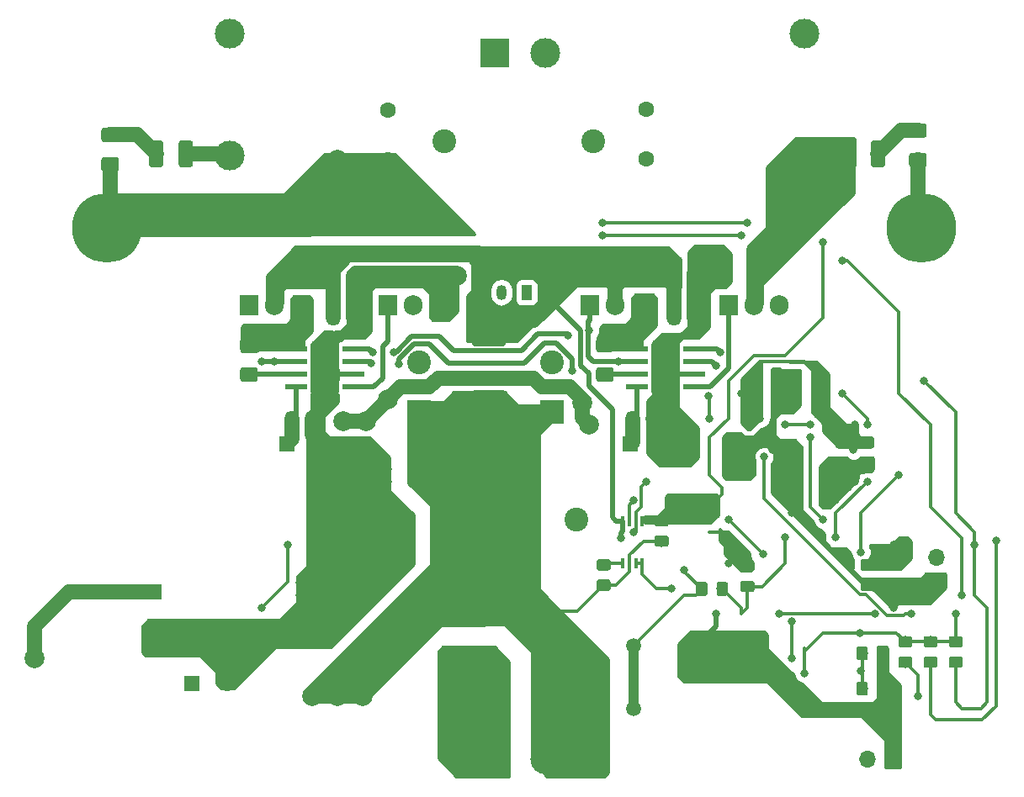
<source format=gbr>
G04 #@! TF.GenerationSoftware,KiCad,Pcbnew,5.0.2+dfsg1-1*
G04 #@! TF.CreationDate,2019-07-14T15:39:51+02:00*
G04 #@! TF.ProjectId,classD,636c6173-7344-42e6-9b69-6361645f7063,1.0*
G04 #@! TF.SameCoordinates,Original*
G04 #@! TF.FileFunction,Copper,L2,Bot*
G04 #@! TF.FilePolarity,Positive*
%FSLAX46Y46*%
G04 Gerber Fmt 4.6, Leading zero omitted, Abs format (unit mm)*
G04 Created by KiCad (PCBNEW 5.0.2+dfsg1-1) date So 14 Jul 2019 15:39:51 CEST*
%MOMM*%
%LPD*%
G01*
G04 APERTURE LIST*
G04 #@! TA.AperFunction,ComponentPad*
%ADD10C,7.000000*%
G04 #@! TD*
G04 #@! TA.AperFunction,ComponentPad*
%ADD11C,2.400000*%
G04 #@! TD*
G04 #@! TA.AperFunction,ComponentPad*
%ADD12R,2.400000X2.400000*%
G04 #@! TD*
G04 #@! TA.AperFunction,ComponentPad*
%ADD13C,1.600000*%
G04 #@! TD*
G04 #@! TA.AperFunction,Conductor*
%ADD14C,0.100000*%
G04 #@! TD*
G04 #@! TA.AperFunction,SMDPad,CuDef*
%ADD15C,1.150000*%
G04 #@! TD*
G04 #@! TA.AperFunction,ComponentPad*
%ADD16R,1.600000X1.600000*%
G04 #@! TD*
G04 #@! TA.AperFunction,SMDPad,CuDef*
%ADD17C,1.425000*%
G04 #@! TD*
G04 #@! TA.AperFunction,ComponentPad*
%ADD18R,3.000000X3.000000*%
G04 #@! TD*
G04 #@! TA.AperFunction,ComponentPad*
%ADD19C,3.000000*%
G04 #@! TD*
G04 #@! TA.AperFunction,ComponentPad*
%ADD20R,1.700000X1.700000*%
G04 #@! TD*
G04 #@! TA.AperFunction,ComponentPad*
%ADD21O,1.700000X1.700000*%
G04 #@! TD*
G04 #@! TA.AperFunction,ComponentPad*
%ADD22O,1.905000X2.000000*%
G04 #@! TD*
G04 #@! TA.AperFunction,ComponentPad*
%ADD23R,1.905000X2.000000*%
G04 #@! TD*
G04 #@! TA.AperFunction,SMDPad,CuDef*
%ADD24C,1.525000*%
G04 #@! TD*
G04 #@! TA.AperFunction,ComponentPad*
%ADD25O,1.050000X1.500000*%
G04 #@! TD*
G04 #@! TA.AperFunction,ComponentPad*
%ADD26R,1.050000X1.500000*%
G04 #@! TD*
G04 #@! TA.AperFunction,ComponentPad*
%ADD27C,0.630000*%
G04 #@! TD*
G04 #@! TA.AperFunction,Conductor*
%ADD28R,2.950000X4.900000*%
G04 #@! TD*
G04 #@! TA.AperFunction,SMDPad,CuDef*
%ADD29R,2.200000X0.500000*%
G04 #@! TD*
G04 #@! TA.AperFunction,SMDPad,CuDef*
%ADD30R,0.400000X1.100000*%
G04 #@! TD*
G04 #@! TA.AperFunction,Conductor*
%ADD31R,3.300000X2.600000*%
G04 #@! TD*
G04 #@! TA.AperFunction,ViaPad*
%ADD32C,2.000000*%
G04 #@! TD*
G04 #@! TA.AperFunction,ViaPad*
%ADD33C,0.800000*%
G04 #@! TD*
G04 #@! TA.AperFunction,ViaPad*
%ADD34C,1.500000*%
G04 #@! TD*
G04 #@! TA.AperFunction,Conductor*
%ADD35C,0.500000*%
G04 #@! TD*
G04 #@! TA.AperFunction,Conductor*
%ADD36C,1.500000*%
G04 #@! TD*
G04 #@! TA.AperFunction,Conductor*
%ADD37C,3.000000*%
G04 #@! TD*
G04 #@! TA.AperFunction,Conductor*
%ADD38C,0.300000*%
G04 #@! TD*
G04 #@! TA.AperFunction,Conductor*
%ADD39C,1.000000*%
G04 #@! TD*
G04 #@! TA.AperFunction,Conductor*
%ADD40C,0.254000*%
G04 #@! TD*
G04 APERTURE END LIST*
D10*
G04 #@! TO.P,HS1,1*
G04 #@! TO.N,GND*
X139350000Y-54410000D03*
X221350000Y-54410000D03*
G04 #@! TD*
D11*
G04 #@! TO.P,C1,2*
G04 #@! TO.N,GND*
X177419000Y-98091000D03*
D12*
G04 #@! TO.P,C1,1*
G04 #@! TO.N,+48V*
X177419000Y-93091000D03*
G04 #@! TD*
G04 #@! TO.P,C2,1*
G04 #@! TO.N,+48V*
X173355000Y-83820000D03*
D11*
G04 #@! TO.P,C2,2*
G04 #@! TO.N,GND*
X168355000Y-83820000D03*
G04 #@! TD*
G04 #@! TO.P,C3,2*
G04 #@! TO.N,GND*
X170815000Y-68025000D03*
D12*
G04 #@! TO.P,C3,1*
G04 #@! TO.N,+48V*
X170815000Y-73025000D03*
G04 #@! TD*
G04 #@! TO.P,C4,1*
G04 #@! TO.N,+48V*
X184150000Y-73025000D03*
D11*
G04 #@! TO.P,C4,2*
G04 #@! TO.N,GND*
X184150000Y-68025000D03*
G04 #@! TD*
D12*
G04 #@! TO.P,C5,1*
G04 #@! TO.N,+48V*
X181610000Y-83820000D03*
D11*
G04 #@! TO.P,C5,2*
G04 #@! TO.N,GND*
X186610000Y-83820000D03*
G04 #@! TD*
D13*
G04 #@! TO.P,C6,1*
G04 #@! TO.N,GND*
X167640000Y-47625000D03*
G04 #@! TO.P,C6,2*
G04 #@! TO.N,Net-(C6-Pad2)*
X167640000Y-42625000D03*
G04 #@! TD*
D11*
G04 #@! TO.P,C7,1*
G04 #@! TO.N,Net-(C6-Pad2)*
X173355000Y-45720000D03*
G04 #@! TO.P,C7,2*
G04 #@! TO.N,Net-(C7-Pad2)*
X188355000Y-45720000D03*
G04 #@! TD*
D13*
G04 #@! TO.P,C8,2*
G04 #@! TO.N,GND*
X193675000Y-47545000D03*
G04 #@! TO.P,C8,1*
G04 #@! TO.N,Net-(C7-Pad2)*
X193675000Y-42545000D03*
G04 #@! TD*
D14*
G04 #@! TO.N,+5VD*
G04 #@! TO.C,C12*
G36*
X215732505Y-100139204D02*
X215756773Y-100142804D01*
X215780572Y-100148765D01*
X215803671Y-100157030D01*
X215825850Y-100167520D01*
X215846893Y-100180132D01*
X215866599Y-100194747D01*
X215884777Y-100211223D01*
X215901253Y-100229401D01*
X215915868Y-100249107D01*
X215928480Y-100270150D01*
X215938970Y-100292329D01*
X215947235Y-100315428D01*
X215953196Y-100339227D01*
X215956796Y-100363495D01*
X215958000Y-100387999D01*
X215958000Y-101288001D01*
X215956796Y-101312505D01*
X215953196Y-101336773D01*
X215947235Y-101360572D01*
X215938970Y-101383671D01*
X215928480Y-101405850D01*
X215915868Y-101426893D01*
X215901253Y-101446599D01*
X215884777Y-101464777D01*
X215866599Y-101481253D01*
X215846893Y-101495868D01*
X215825850Y-101508480D01*
X215803671Y-101518970D01*
X215780572Y-101527235D01*
X215756773Y-101533196D01*
X215732505Y-101536796D01*
X215708001Y-101538000D01*
X215057999Y-101538000D01*
X215033495Y-101536796D01*
X215009227Y-101533196D01*
X214985428Y-101527235D01*
X214962329Y-101518970D01*
X214940150Y-101508480D01*
X214919107Y-101495868D01*
X214899401Y-101481253D01*
X214881223Y-101464777D01*
X214864747Y-101446599D01*
X214850132Y-101426893D01*
X214837520Y-101405850D01*
X214827030Y-101383671D01*
X214818765Y-101360572D01*
X214812804Y-101336773D01*
X214809204Y-101312505D01*
X214808000Y-101288001D01*
X214808000Y-100387999D01*
X214809204Y-100363495D01*
X214812804Y-100339227D01*
X214818765Y-100315428D01*
X214827030Y-100292329D01*
X214837520Y-100270150D01*
X214850132Y-100249107D01*
X214864747Y-100229401D01*
X214881223Y-100211223D01*
X214899401Y-100194747D01*
X214919107Y-100180132D01*
X214940150Y-100167520D01*
X214962329Y-100157030D01*
X214985428Y-100148765D01*
X215009227Y-100142804D01*
X215033495Y-100139204D01*
X215057999Y-100138000D01*
X215708001Y-100138000D01*
X215732505Y-100139204D01*
X215732505Y-100139204D01*
G37*
D15*
G04 #@! TD*
G04 #@! TO.P,C12,2*
G04 #@! TO.N,+5VD*
X215383000Y-100838000D03*
D14*
G04 #@! TO.N,GNDA*
G04 #@! TO.C,C12*
G36*
X217782505Y-100139204D02*
X217806773Y-100142804D01*
X217830572Y-100148765D01*
X217853671Y-100157030D01*
X217875850Y-100167520D01*
X217896893Y-100180132D01*
X217916599Y-100194747D01*
X217934777Y-100211223D01*
X217951253Y-100229401D01*
X217965868Y-100249107D01*
X217978480Y-100270150D01*
X217988970Y-100292329D01*
X217997235Y-100315428D01*
X218003196Y-100339227D01*
X218006796Y-100363495D01*
X218008000Y-100387999D01*
X218008000Y-101288001D01*
X218006796Y-101312505D01*
X218003196Y-101336773D01*
X217997235Y-101360572D01*
X217988970Y-101383671D01*
X217978480Y-101405850D01*
X217965868Y-101426893D01*
X217951253Y-101446599D01*
X217934777Y-101464777D01*
X217916599Y-101481253D01*
X217896893Y-101495868D01*
X217875850Y-101508480D01*
X217853671Y-101518970D01*
X217830572Y-101527235D01*
X217806773Y-101533196D01*
X217782505Y-101536796D01*
X217758001Y-101538000D01*
X217107999Y-101538000D01*
X217083495Y-101536796D01*
X217059227Y-101533196D01*
X217035428Y-101527235D01*
X217012329Y-101518970D01*
X216990150Y-101508480D01*
X216969107Y-101495868D01*
X216949401Y-101481253D01*
X216931223Y-101464777D01*
X216914747Y-101446599D01*
X216900132Y-101426893D01*
X216887520Y-101405850D01*
X216877030Y-101383671D01*
X216868765Y-101360572D01*
X216862804Y-101336773D01*
X216859204Y-101312505D01*
X216858000Y-101288001D01*
X216858000Y-100387999D01*
X216859204Y-100363495D01*
X216862804Y-100339227D01*
X216868765Y-100315428D01*
X216877030Y-100292329D01*
X216887520Y-100270150D01*
X216900132Y-100249107D01*
X216914747Y-100229401D01*
X216931223Y-100211223D01*
X216949401Y-100194747D01*
X216969107Y-100180132D01*
X216990150Y-100167520D01*
X217012329Y-100157030D01*
X217035428Y-100148765D01*
X217059227Y-100142804D01*
X217083495Y-100139204D01*
X217107999Y-100138000D01*
X217758001Y-100138000D01*
X217782505Y-100139204D01*
X217782505Y-100139204D01*
G37*
D15*
G04 #@! TD*
G04 #@! TO.P,C12,1*
G04 #@! TO.N,GNDA*
X217433000Y-100838000D03*
D14*
G04 #@! TO.N,GNDA*
G04 #@! TO.C,C13*
G36*
X217773505Y-96583204D02*
X217797773Y-96586804D01*
X217821572Y-96592765D01*
X217844671Y-96601030D01*
X217866850Y-96611520D01*
X217887893Y-96624132D01*
X217907599Y-96638747D01*
X217925777Y-96655223D01*
X217942253Y-96673401D01*
X217956868Y-96693107D01*
X217969480Y-96714150D01*
X217979970Y-96736329D01*
X217988235Y-96759428D01*
X217994196Y-96783227D01*
X217997796Y-96807495D01*
X217999000Y-96831999D01*
X217999000Y-97732001D01*
X217997796Y-97756505D01*
X217994196Y-97780773D01*
X217988235Y-97804572D01*
X217979970Y-97827671D01*
X217969480Y-97849850D01*
X217956868Y-97870893D01*
X217942253Y-97890599D01*
X217925777Y-97908777D01*
X217907599Y-97925253D01*
X217887893Y-97939868D01*
X217866850Y-97952480D01*
X217844671Y-97962970D01*
X217821572Y-97971235D01*
X217797773Y-97977196D01*
X217773505Y-97980796D01*
X217749001Y-97982000D01*
X217098999Y-97982000D01*
X217074495Y-97980796D01*
X217050227Y-97977196D01*
X217026428Y-97971235D01*
X217003329Y-97962970D01*
X216981150Y-97952480D01*
X216960107Y-97939868D01*
X216940401Y-97925253D01*
X216922223Y-97908777D01*
X216905747Y-97890599D01*
X216891132Y-97870893D01*
X216878520Y-97849850D01*
X216868030Y-97827671D01*
X216859765Y-97804572D01*
X216853804Y-97780773D01*
X216850204Y-97756505D01*
X216849000Y-97732001D01*
X216849000Y-96831999D01*
X216850204Y-96807495D01*
X216853804Y-96783227D01*
X216859765Y-96759428D01*
X216868030Y-96736329D01*
X216878520Y-96714150D01*
X216891132Y-96693107D01*
X216905747Y-96673401D01*
X216922223Y-96655223D01*
X216940401Y-96638747D01*
X216960107Y-96624132D01*
X216981150Y-96611520D01*
X217003329Y-96601030D01*
X217026428Y-96592765D01*
X217050227Y-96586804D01*
X217074495Y-96583204D01*
X217098999Y-96582000D01*
X217749001Y-96582000D01*
X217773505Y-96583204D01*
X217773505Y-96583204D01*
G37*
D15*
G04 #@! TD*
G04 #@! TO.P,C13,1*
G04 #@! TO.N,GNDA*
X217424000Y-97282000D03*
D14*
G04 #@! TO.N,+5VD*
G04 #@! TO.C,C13*
G36*
X215723505Y-96583204D02*
X215747773Y-96586804D01*
X215771572Y-96592765D01*
X215794671Y-96601030D01*
X215816850Y-96611520D01*
X215837893Y-96624132D01*
X215857599Y-96638747D01*
X215875777Y-96655223D01*
X215892253Y-96673401D01*
X215906868Y-96693107D01*
X215919480Y-96714150D01*
X215929970Y-96736329D01*
X215938235Y-96759428D01*
X215944196Y-96783227D01*
X215947796Y-96807495D01*
X215949000Y-96831999D01*
X215949000Y-97732001D01*
X215947796Y-97756505D01*
X215944196Y-97780773D01*
X215938235Y-97804572D01*
X215929970Y-97827671D01*
X215919480Y-97849850D01*
X215906868Y-97870893D01*
X215892253Y-97890599D01*
X215875777Y-97908777D01*
X215857599Y-97925253D01*
X215837893Y-97939868D01*
X215816850Y-97952480D01*
X215794671Y-97962970D01*
X215771572Y-97971235D01*
X215747773Y-97977196D01*
X215723505Y-97980796D01*
X215699001Y-97982000D01*
X215048999Y-97982000D01*
X215024495Y-97980796D01*
X215000227Y-97977196D01*
X214976428Y-97971235D01*
X214953329Y-97962970D01*
X214931150Y-97952480D01*
X214910107Y-97939868D01*
X214890401Y-97925253D01*
X214872223Y-97908777D01*
X214855747Y-97890599D01*
X214841132Y-97870893D01*
X214828520Y-97849850D01*
X214818030Y-97827671D01*
X214809765Y-97804572D01*
X214803804Y-97780773D01*
X214800204Y-97756505D01*
X214799000Y-97732001D01*
X214799000Y-96831999D01*
X214800204Y-96807495D01*
X214803804Y-96783227D01*
X214809765Y-96759428D01*
X214818030Y-96736329D01*
X214828520Y-96714150D01*
X214841132Y-96693107D01*
X214855747Y-96673401D01*
X214872223Y-96655223D01*
X214890401Y-96638747D01*
X214910107Y-96624132D01*
X214931150Y-96611520D01*
X214953329Y-96601030D01*
X214976428Y-96592765D01*
X215000227Y-96586804D01*
X215024495Y-96583204D01*
X215048999Y-96582000D01*
X215699001Y-96582000D01*
X215723505Y-96583204D01*
X215723505Y-96583204D01*
G37*
D15*
G04 #@! TD*
G04 #@! TO.P,C13,2*
G04 #@! TO.N,+5VD*
X215374000Y-97282000D03*
D14*
G04 #@! TO.N,+5VD*
G04 #@! TO.C,C14*
G36*
X216374505Y-87809204D02*
X216398773Y-87812804D01*
X216422572Y-87818765D01*
X216445671Y-87827030D01*
X216467850Y-87837520D01*
X216488893Y-87850132D01*
X216508599Y-87864747D01*
X216526777Y-87881223D01*
X216543253Y-87899401D01*
X216557868Y-87919107D01*
X216570480Y-87940150D01*
X216580970Y-87962329D01*
X216589235Y-87985428D01*
X216595196Y-88009227D01*
X216598796Y-88033495D01*
X216600000Y-88057999D01*
X216600000Y-88708001D01*
X216598796Y-88732505D01*
X216595196Y-88756773D01*
X216589235Y-88780572D01*
X216580970Y-88803671D01*
X216570480Y-88825850D01*
X216557868Y-88846893D01*
X216543253Y-88866599D01*
X216526777Y-88884777D01*
X216508599Y-88901253D01*
X216488893Y-88915868D01*
X216467850Y-88928480D01*
X216445671Y-88938970D01*
X216422572Y-88947235D01*
X216398773Y-88953196D01*
X216374505Y-88956796D01*
X216350001Y-88958000D01*
X215449999Y-88958000D01*
X215425495Y-88956796D01*
X215401227Y-88953196D01*
X215377428Y-88947235D01*
X215354329Y-88938970D01*
X215332150Y-88928480D01*
X215311107Y-88915868D01*
X215291401Y-88901253D01*
X215273223Y-88884777D01*
X215256747Y-88866599D01*
X215242132Y-88846893D01*
X215229520Y-88825850D01*
X215219030Y-88803671D01*
X215210765Y-88780572D01*
X215204804Y-88756773D01*
X215201204Y-88732505D01*
X215200000Y-88708001D01*
X215200000Y-88057999D01*
X215201204Y-88033495D01*
X215204804Y-88009227D01*
X215210765Y-87985428D01*
X215219030Y-87962329D01*
X215229520Y-87940150D01*
X215242132Y-87919107D01*
X215256747Y-87899401D01*
X215273223Y-87881223D01*
X215291401Y-87864747D01*
X215311107Y-87850132D01*
X215332150Y-87837520D01*
X215354329Y-87827030D01*
X215377428Y-87818765D01*
X215401227Y-87812804D01*
X215425495Y-87809204D01*
X215449999Y-87808000D01*
X216350001Y-87808000D01*
X216374505Y-87809204D01*
X216374505Y-87809204D01*
G37*
D15*
G04 #@! TD*
G04 #@! TO.P,C14,2*
G04 #@! TO.N,+5VD*
X215900000Y-88383000D03*
D14*
G04 #@! TO.N,GNDD*
G04 #@! TO.C,C14*
G36*
X216374505Y-89859204D02*
X216398773Y-89862804D01*
X216422572Y-89868765D01*
X216445671Y-89877030D01*
X216467850Y-89887520D01*
X216488893Y-89900132D01*
X216508599Y-89914747D01*
X216526777Y-89931223D01*
X216543253Y-89949401D01*
X216557868Y-89969107D01*
X216570480Y-89990150D01*
X216580970Y-90012329D01*
X216589235Y-90035428D01*
X216595196Y-90059227D01*
X216598796Y-90083495D01*
X216600000Y-90107999D01*
X216600000Y-90758001D01*
X216598796Y-90782505D01*
X216595196Y-90806773D01*
X216589235Y-90830572D01*
X216580970Y-90853671D01*
X216570480Y-90875850D01*
X216557868Y-90896893D01*
X216543253Y-90916599D01*
X216526777Y-90934777D01*
X216508599Y-90951253D01*
X216488893Y-90965868D01*
X216467850Y-90978480D01*
X216445671Y-90988970D01*
X216422572Y-90997235D01*
X216398773Y-91003196D01*
X216374505Y-91006796D01*
X216350001Y-91008000D01*
X215449999Y-91008000D01*
X215425495Y-91006796D01*
X215401227Y-91003196D01*
X215377428Y-90997235D01*
X215354329Y-90988970D01*
X215332150Y-90978480D01*
X215311107Y-90965868D01*
X215291401Y-90951253D01*
X215273223Y-90934777D01*
X215256747Y-90916599D01*
X215242132Y-90896893D01*
X215229520Y-90875850D01*
X215219030Y-90853671D01*
X215210765Y-90830572D01*
X215204804Y-90806773D01*
X215201204Y-90782505D01*
X215200000Y-90758001D01*
X215200000Y-90107999D01*
X215201204Y-90083495D01*
X215204804Y-90059227D01*
X215210765Y-90035428D01*
X215219030Y-90012329D01*
X215229520Y-89990150D01*
X215242132Y-89969107D01*
X215256747Y-89949401D01*
X215273223Y-89931223D01*
X215291401Y-89914747D01*
X215311107Y-89900132D01*
X215332150Y-89887520D01*
X215354329Y-89877030D01*
X215377428Y-89868765D01*
X215401227Y-89862804D01*
X215425495Y-89859204D01*
X215449999Y-89858000D01*
X216350001Y-89858000D01*
X216374505Y-89859204D01*
X216374505Y-89859204D01*
G37*
D15*
G04 #@! TD*
G04 #@! TO.P,C14,1*
G04 #@! TO.N,GNDD*
X215900000Y-90433000D03*
D14*
G04 #@! TO.N,GNDD*
G04 #@! TO.C,C15*
G36*
X218914505Y-89850204D02*
X218938773Y-89853804D01*
X218962572Y-89859765D01*
X218985671Y-89868030D01*
X219007850Y-89878520D01*
X219028893Y-89891132D01*
X219048599Y-89905747D01*
X219066777Y-89922223D01*
X219083253Y-89940401D01*
X219097868Y-89960107D01*
X219110480Y-89981150D01*
X219120970Y-90003329D01*
X219129235Y-90026428D01*
X219135196Y-90050227D01*
X219138796Y-90074495D01*
X219140000Y-90098999D01*
X219140000Y-90749001D01*
X219138796Y-90773505D01*
X219135196Y-90797773D01*
X219129235Y-90821572D01*
X219120970Y-90844671D01*
X219110480Y-90866850D01*
X219097868Y-90887893D01*
X219083253Y-90907599D01*
X219066777Y-90925777D01*
X219048599Y-90942253D01*
X219028893Y-90956868D01*
X219007850Y-90969480D01*
X218985671Y-90979970D01*
X218962572Y-90988235D01*
X218938773Y-90994196D01*
X218914505Y-90997796D01*
X218890001Y-90999000D01*
X217989999Y-90999000D01*
X217965495Y-90997796D01*
X217941227Y-90994196D01*
X217917428Y-90988235D01*
X217894329Y-90979970D01*
X217872150Y-90969480D01*
X217851107Y-90956868D01*
X217831401Y-90942253D01*
X217813223Y-90925777D01*
X217796747Y-90907599D01*
X217782132Y-90887893D01*
X217769520Y-90866850D01*
X217759030Y-90844671D01*
X217750765Y-90821572D01*
X217744804Y-90797773D01*
X217741204Y-90773505D01*
X217740000Y-90749001D01*
X217740000Y-90098999D01*
X217741204Y-90074495D01*
X217744804Y-90050227D01*
X217750765Y-90026428D01*
X217759030Y-90003329D01*
X217769520Y-89981150D01*
X217782132Y-89960107D01*
X217796747Y-89940401D01*
X217813223Y-89922223D01*
X217831401Y-89905747D01*
X217851107Y-89891132D01*
X217872150Y-89878520D01*
X217894329Y-89868030D01*
X217917428Y-89859765D01*
X217941227Y-89853804D01*
X217965495Y-89850204D01*
X217989999Y-89849000D01*
X218890001Y-89849000D01*
X218914505Y-89850204D01*
X218914505Y-89850204D01*
G37*
D15*
G04 #@! TD*
G04 #@! TO.P,C15,1*
G04 #@! TO.N,GNDD*
X218440000Y-90424000D03*
D14*
G04 #@! TO.N,+5VD*
G04 #@! TO.C,C15*
G36*
X218914505Y-87800204D02*
X218938773Y-87803804D01*
X218962572Y-87809765D01*
X218985671Y-87818030D01*
X219007850Y-87828520D01*
X219028893Y-87841132D01*
X219048599Y-87855747D01*
X219066777Y-87872223D01*
X219083253Y-87890401D01*
X219097868Y-87910107D01*
X219110480Y-87931150D01*
X219120970Y-87953329D01*
X219129235Y-87976428D01*
X219135196Y-88000227D01*
X219138796Y-88024495D01*
X219140000Y-88048999D01*
X219140000Y-88699001D01*
X219138796Y-88723505D01*
X219135196Y-88747773D01*
X219129235Y-88771572D01*
X219120970Y-88794671D01*
X219110480Y-88816850D01*
X219097868Y-88837893D01*
X219083253Y-88857599D01*
X219066777Y-88875777D01*
X219048599Y-88892253D01*
X219028893Y-88906868D01*
X219007850Y-88919480D01*
X218985671Y-88929970D01*
X218962572Y-88938235D01*
X218938773Y-88944196D01*
X218914505Y-88947796D01*
X218890001Y-88949000D01*
X217989999Y-88949000D01*
X217965495Y-88947796D01*
X217941227Y-88944196D01*
X217917428Y-88938235D01*
X217894329Y-88929970D01*
X217872150Y-88919480D01*
X217851107Y-88906868D01*
X217831401Y-88892253D01*
X217813223Y-88875777D01*
X217796747Y-88857599D01*
X217782132Y-88837893D01*
X217769520Y-88816850D01*
X217759030Y-88794671D01*
X217750765Y-88771572D01*
X217744804Y-88747773D01*
X217741204Y-88723505D01*
X217740000Y-88699001D01*
X217740000Y-88048999D01*
X217741204Y-88024495D01*
X217744804Y-88000227D01*
X217750765Y-87976428D01*
X217759030Y-87953329D01*
X217769520Y-87931150D01*
X217782132Y-87910107D01*
X217796747Y-87890401D01*
X217813223Y-87872223D01*
X217831401Y-87855747D01*
X217851107Y-87841132D01*
X217872150Y-87828520D01*
X217894329Y-87818030D01*
X217917428Y-87809765D01*
X217941227Y-87803804D01*
X217965495Y-87800204D01*
X217989999Y-87799000D01*
X218890001Y-87799000D01*
X218914505Y-87800204D01*
X218914505Y-87800204D01*
G37*
D15*
G04 #@! TD*
G04 #@! TO.P,C15,2*
G04 #@! TO.N,+5VD*
X218440000Y-88374000D03*
D14*
G04 #@! TO.N,GNDD*
G04 #@! TO.C,C18*
G36*
X207114505Y-71691204D02*
X207138773Y-71694804D01*
X207162572Y-71700765D01*
X207185671Y-71709030D01*
X207207850Y-71719520D01*
X207228893Y-71732132D01*
X207248599Y-71746747D01*
X207266777Y-71763223D01*
X207283253Y-71781401D01*
X207297868Y-71801107D01*
X207310480Y-71822150D01*
X207320970Y-71844329D01*
X207329235Y-71867428D01*
X207335196Y-71891227D01*
X207338796Y-71915495D01*
X207340000Y-71939999D01*
X207340000Y-72840001D01*
X207338796Y-72864505D01*
X207335196Y-72888773D01*
X207329235Y-72912572D01*
X207320970Y-72935671D01*
X207310480Y-72957850D01*
X207297868Y-72978893D01*
X207283253Y-72998599D01*
X207266777Y-73016777D01*
X207248599Y-73033253D01*
X207228893Y-73047868D01*
X207207850Y-73060480D01*
X207185671Y-73070970D01*
X207162572Y-73079235D01*
X207138773Y-73085196D01*
X207114505Y-73088796D01*
X207090001Y-73090000D01*
X206439999Y-73090000D01*
X206415495Y-73088796D01*
X206391227Y-73085196D01*
X206367428Y-73079235D01*
X206344329Y-73070970D01*
X206322150Y-73060480D01*
X206301107Y-73047868D01*
X206281401Y-73033253D01*
X206263223Y-73016777D01*
X206246747Y-72998599D01*
X206232132Y-72978893D01*
X206219520Y-72957850D01*
X206209030Y-72935671D01*
X206200765Y-72912572D01*
X206194804Y-72888773D01*
X206191204Y-72864505D01*
X206190000Y-72840001D01*
X206190000Y-71939999D01*
X206191204Y-71915495D01*
X206194804Y-71891227D01*
X206200765Y-71867428D01*
X206209030Y-71844329D01*
X206219520Y-71822150D01*
X206232132Y-71801107D01*
X206246747Y-71781401D01*
X206263223Y-71763223D01*
X206281401Y-71746747D01*
X206301107Y-71732132D01*
X206322150Y-71719520D01*
X206344329Y-71709030D01*
X206367428Y-71700765D01*
X206391227Y-71694804D01*
X206415495Y-71691204D01*
X206439999Y-71690000D01*
X207090001Y-71690000D01*
X207114505Y-71691204D01*
X207114505Y-71691204D01*
G37*
D15*
G04 #@! TD*
G04 #@! TO.P,C18,2*
G04 #@! TO.N,GNDD*
X206765000Y-72390000D03*
D14*
G04 #@! TO.N,+5VD*
G04 #@! TO.C,C18*
G36*
X205064505Y-71691204D02*
X205088773Y-71694804D01*
X205112572Y-71700765D01*
X205135671Y-71709030D01*
X205157850Y-71719520D01*
X205178893Y-71732132D01*
X205198599Y-71746747D01*
X205216777Y-71763223D01*
X205233253Y-71781401D01*
X205247868Y-71801107D01*
X205260480Y-71822150D01*
X205270970Y-71844329D01*
X205279235Y-71867428D01*
X205285196Y-71891227D01*
X205288796Y-71915495D01*
X205290000Y-71939999D01*
X205290000Y-72840001D01*
X205288796Y-72864505D01*
X205285196Y-72888773D01*
X205279235Y-72912572D01*
X205270970Y-72935671D01*
X205260480Y-72957850D01*
X205247868Y-72978893D01*
X205233253Y-72998599D01*
X205216777Y-73016777D01*
X205198599Y-73033253D01*
X205178893Y-73047868D01*
X205157850Y-73060480D01*
X205135671Y-73070970D01*
X205112572Y-73079235D01*
X205088773Y-73085196D01*
X205064505Y-73088796D01*
X205040001Y-73090000D01*
X204389999Y-73090000D01*
X204365495Y-73088796D01*
X204341227Y-73085196D01*
X204317428Y-73079235D01*
X204294329Y-73070970D01*
X204272150Y-73060480D01*
X204251107Y-73047868D01*
X204231401Y-73033253D01*
X204213223Y-73016777D01*
X204196747Y-72998599D01*
X204182132Y-72978893D01*
X204169520Y-72957850D01*
X204159030Y-72935671D01*
X204150765Y-72912572D01*
X204144804Y-72888773D01*
X204141204Y-72864505D01*
X204140000Y-72840001D01*
X204140000Y-71939999D01*
X204141204Y-71915495D01*
X204144804Y-71891227D01*
X204150765Y-71867428D01*
X204159030Y-71844329D01*
X204169520Y-71822150D01*
X204182132Y-71801107D01*
X204196747Y-71781401D01*
X204213223Y-71763223D01*
X204231401Y-71746747D01*
X204251107Y-71732132D01*
X204272150Y-71719520D01*
X204294329Y-71709030D01*
X204317428Y-71700765D01*
X204341227Y-71694804D01*
X204365495Y-71691204D01*
X204389999Y-71690000D01*
X205040001Y-71690000D01*
X205064505Y-71691204D01*
X205064505Y-71691204D01*
G37*
D15*
G04 #@! TD*
G04 #@! TO.P,C18,1*
G04 #@! TO.N,+5VD*
X204715000Y-72390000D03*
D14*
G04 #@! TO.N,+5VD*
G04 #@! TO.C,C19*
G36*
X205064505Y-68516204D02*
X205088773Y-68519804D01*
X205112572Y-68525765D01*
X205135671Y-68534030D01*
X205157850Y-68544520D01*
X205178893Y-68557132D01*
X205198599Y-68571747D01*
X205216777Y-68588223D01*
X205233253Y-68606401D01*
X205247868Y-68626107D01*
X205260480Y-68647150D01*
X205270970Y-68669329D01*
X205279235Y-68692428D01*
X205285196Y-68716227D01*
X205288796Y-68740495D01*
X205290000Y-68764999D01*
X205290000Y-69665001D01*
X205288796Y-69689505D01*
X205285196Y-69713773D01*
X205279235Y-69737572D01*
X205270970Y-69760671D01*
X205260480Y-69782850D01*
X205247868Y-69803893D01*
X205233253Y-69823599D01*
X205216777Y-69841777D01*
X205198599Y-69858253D01*
X205178893Y-69872868D01*
X205157850Y-69885480D01*
X205135671Y-69895970D01*
X205112572Y-69904235D01*
X205088773Y-69910196D01*
X205064505Y-69913796D01*
X205040001Y-69915000D01*
X204389999Y-69915000D01*
X204365495Y-69913796D01*
X204341227Y-69910196D01*
X204317428Y-69904235D01*
X204294329Y-69895970D01*
X204272150Y-69885480D01*
X204251107Y-69872868D01*
X204231401Y-69858253D01*
X204213223Y-69841777D01*
X204196747Y-69823599D01*
X204182132Y-69803893D01*
X204169520Y-69782850D01*
X204159030Y-69760671D01*
X204150765Y-69737572D01*
X204144804Y-69713773D01*
X204141204Y-69689505D01*
X204140000Y-69665001D01*
X204140000Y-68764999D01*
X204141204Y-68740495D01*
X204144804Y-68716227D01*
X204150765Y-68692428D01*
X204159030Y-68669329D01*
X204169520Y-68647150D01*
X204182132Y-68626107D01*
X204196747Y-68606401D01*
X204213223Y-68588223D01*
X204231401Y-68571747D01*
X204251107Y-68557132D01*
X204272150Y-68544520D01*
X204294329Y-68534030D01*
X204317428Y-68525765D01*
X204341227Y-68519804D01*
X204365495Y-68516204D01*
X204389999Y-68515000D01*
X205040001Y-68515000D01*
X205064505Y-68516204D01*
X205064505Y-68516204D01*
G37*
D15*
G04 #@! TD*
G04 #@! TO.P,C19,1*
G04 #@! TO.N,+5VD*
X204715000Y-69215000D03*
D14*
G04 #@! TO.N,GNDD*
G04 #@! TO.C,C19*
G36*
X207114505Y-68516204D02*
X207138773Y-68519804D01*
X207162572Y-68525765D01*
X207185671Y-68534030D01*
X207207850Y-68544520D01*
X207228893Y-68557132D01*
X207248599Y-68571747D01*
X207266777Y-68588223D01*
X207283253Y-68606401D01*
X207297868Y-68626107D01*
X207310480Y-68647150D01*
X207320970Y-68669329D01*
X207329235Y-68692428D01*
X207335196Y-68716227D01*
X207338796Y-68740495D01*
X207340000Y-68764999D01*
X207340000Y-69665001D01*
X207338796Y-69689505D01*
X207335196Y-69713773D01*
X207329235Y-69737572D01*
X207320970Y-69760671D01*
X207310480Y-69782850D01*
X207297868Y-69803893D01*
X207283253Y-69823599D01*
X207266777Y-69841777D01*
X207248599Y-69858253D01*
X207228893Y-69872868D01*
X207207850Y-69885480D01*
X207185671Y-69895970D01*
X207162572Y-69904235D01*
X207138773Y-69910196D01*
X207114505Y-69913796D01*
X207090001Y-69915000D01*
X206439999Y-69915000D01*
X206415495Y-69913796D01*
X206391227Y-69910196D01*
X206367428Y-69904235D01*
X206344329Y-69895970D01*
X206322150Y-69885480D01*
X206301107Y-69872868D01*
X206281401Y-69858253D01*
X206263223Y-69841777D01*
X206246747Y-69823599D01*
X206232132Y-69803893D01*
X206219520Y-69782850D01*
X206209030Y-69760671D01*
X206200765Y-69737572D01*
X206194804Y-69713773D01*
X206191204Y-69689505D01*
X206190000Y-69665001D01*
X206190000Y-68764999D01*
X206191204Y-68740495D01*
X206194804Y-68716227D01*
X206200765Y-68692428D01*
X206209030Y-68669329D01*
X206219520Y-68647150D01*
X206232132Y-68626107D01*
X206246747Y-68606401D01*
X206263223Y-68588223D01*
X206281401Y-68571747D01*
X206301107Y-68557132D01*
X206322150Y-68544520D01*
X206344329Y-68534030D01*
X206367428Y-68525765D01*
X206391227Y-68519804D01*
X206415495Y-68516204D01*
X206439999Y-68515000D01*
X207090001Y-68515000D01*
X207114505Y-68516204D01*
X207114505Y-68516204D01*
G37*
D15*
G04 #@! TD*
G04 #@! TO.P,C19,2*
G04 #@! TO.N,GNDD*
X206765000Y-69215000D03*
D14*
G04 #@! TO.N,GNDD*
G04 #@! TO.C,C20*
G36*
X213834505Y-77531204D02*
X213858773Y-77534804D01*
X213882572Y-77540765D01*
X213905671Y-77549030D01*
X213927850Y-77559520D01*
X213948893Y-77572132D01*
X213968599Y-77586747D01*
X213986777Y-77603223D01*
X214003253Y-77621401D01*
X214017868Y-77641107D01*
X214030480Y-77662150D01*
X214040970Y-77684329D01*
X214049235Y-77707428D01*
X214055196Y-77731227D01*
X214058796Y-77755495D01*
X214060000Y-77779999D01*
X214060000Y-78430001D01*
X214058796Y-78454505D01*
X214055196Y-78478773D01*
X214049235Y-78502572D01*
X214040970Y-78525671D01*
X214030480Y-78547850D01*
X214017868Y-78568893D01*
X214003253Y-78588599D01*
X213986777Y-78606777D01*
X213968599Y-78623253D01*
X213948893Y-78637868D01*
X213927850Y-78650480D01*
X213905671Y-78660970D01*
X213882572Y-78669235D01*
X213858773Y-78675196D01*
X213834505Y-78678796D01*
X213810001Y-78680000D01*
X212909999Y-78680000D01*
X212885495Y-78678796D01*
X212861227Y-78675196D01*
X212837428Y-78669235D01*
X212814329Y-78660970D01*
X212792150Y-78650480D01*
X212771107Y-78637868D01*
X212751401Y-78623253D01*
X212733223Y-78606777D01*
X212716747Y-78588599D01*
X212702132Y-78568893D01*
X212689520Y-78547850D01*
X212679030Y-78525671D01*
X212670765Y-78502572D01*
X212664804Y-78478773D01*
X212661204Y-78454505D01*
X212660000Y-78430001D01*
X212660000Y-77779999D01*
X212661204Y-77755495D01*
X212664804Y-77731227D01*
X212670765Y-77707428D01*
X212679030Y-77684329D01*
X212689520Y-77662150D01*
X212702132Y-77641107D01*
X212716747Y-77621401D01*
X212733223Y-77603223D01*
X212751401Y-77586747D01*
X212771107Y-77572132D01*
X212792150Y-77559520D01*
X212814329Y-77549030D01*
X212837428Y-77540765D01*
X212861227Y-77534804D01*
X212885495Y-77531204D01*
X212909999Y-77530000D01*
X213810001Y-77530000D01*
X213834505Y-77531204D01*
X213834505Y-77531204D01*
G37*
D15*
G04 #@! TD*
G04 #@! TO.P,C20,2*
G04 #@! TO.N,GNDD*
X213360000Y-78105000D03*
D14*
G04 #@! TO.N,+5VD*
G04 #@! TO.C,C20*
G36*
X213834505Y-75481204D02*
X213858773Y-75484804D01*
X213882572Y-75490765D01*
X213905671Y-75499030D01*
X213927850Y-75509520D01*
X213948893Y-75522132D01*
X213968599Y-75536747D01*
X213986777Y-75553223D01*
X214003253Y-75571401D01*
X214017868Y-75591107D01*
X214030480Y-75612150D01*
X214040970Y-75634329D01*
X214049235Y-75657428D01*
X214055196Y-75681227D01*
X214058796Y-75705495D01*
X214060000Y-75729999D01*
X214060000Y-76380001D01*
X214058796Y-76404505D01*
X214055196Y-76428773D01*
X214049235Y-76452572D01*
X214040970Y-76475671D01*
X214030480Y-76497850D01*
X214017868Y-76518893D01*
X214003253Y-76538599D01*
X213986777Y-76556777D01*
X213968599Y-76573253D01*
X213948893Y-76587868D01*
X213927850Y-76600480D01*
X213905671Y-76610970D01*
X213882572Y-76619235D01*
X213858773Y-76625196D01*
X213834505Y-76628796D01*
X213810001Y-76630000D01*
X212909999Y-76630000D01*
X212885495Y-76628796D01*
X212861227Y-76625196D01*
X212837428Y-76619235D01*
X212814329Y-76610970D01*
X212792150Y-76600480D01*
X212771107Y-76587868D01*
X212751401Y-76573253D01*
X212733223Y-76556777D01*
X212716747Y-76538599D01*
X212702132Y-76518893D01*
X212689520Y-76497850D01*
X212679030Y-76475671D01*
X212670765Y-76452572D01*
X212664804Y-76428773D01*
X212661204Y-76404505D01*
X212660000Y-76380001D01*
X212660000Y-75729999D01*
X212661204Y-75705495D01*
X212664804Y-75681227D01*
X212670765Y-75657428D01*
X212679030Y-75634329D01*
X212689520Y-75612150D01*
X212702132Y-75591107D01*
X212716747Y-75571401D01*
X212733223Y-75553223D01*
X212751401Y-75536747D01*
X212771107Y-75522132D01*
X212792150Y-75509520D01*
X212814329Y-75499030D01*
X212837428Y-75490765D01*
X212861227Y-75484804D01*
X212885495Y-75481204D01*
X212909999Y-75480000D01*
X213810001Y-75480000D01*
X213834505Y-75481204D01*
X213834505Y-75481204D01*
G37*
D15*
G04 #@! TD*
G04 #@! TO.P,C20,1*
G04 #@! TO.N,+5VD*
X213360000Y-76055000D03*
D14*
G04 #@! TO.N,GNDD*
G04 #@! TO.C,C21*
G36*
X216374505Y-77531204D02*
X216398773Y-77534804D01*
X216422572Y-77540765D01*
X216445671Y-77549030D01*
X216467850Y-77559520D01*
X216488893Y-77572132D01*
X216508599Y-77586747D01*
X216526777Y-77603223D01*
X216543253Y-77621401D01*
X216557868Y-77641107D01*
X216570480Y-77662150D01*
X216580970Y-77684329D01*
X216589235Y-77707428D01*
X216595196Y-77731227D01*
X216598796Y-77755495D01*
X216600000Y-77779999D01*
X216600000Y-78430001D01*
X216598796Y-78454505D01*
X216595196Y-78478773D01*
X216589235Y-78502572D01*
X216580970Y-78525671D01*
X216570480Y-78547850D01*
X216557868Y-78568893D01*
X216543253Y-78588599D01*
X216526777Y-78606777D01*
X216508599Y-78623253D01*
X216488893Y-78637868D01*
X216467850Y-78650480D01*
X216445671Y-78660970D01*
X216422572Y-78669235D01*
X216398773Y-78675196D01*
X216374505Y-78678796D01*
X216350001Y-78680000D01*
X215449999Y-78680000D01*
X215425495Y-78678796D01*
X215401227Y-78675196D01*
X215377428Y-78669235D01*
X215354329Y-78660970D01*
X215332150Y-78650480D01*
X215311107Y-78637868D01*
X215291401Y-78623253D01*
X215273223Y-78606777D01*
X215256747Y-78588599D01*
X215242132Y-78568893D01*
X215229520Y-78547850D01*
X215219030Y-78525671D01*
X215210765Y-78502572D01*
X215204804Y-78478773D01*
X215201204Y-78454505D01*
X215200000Y-78430001D01*
X215200000Y-77779999D01*
X215201204Y-77755495D01*
X215204804Y-77731227D01*
X215210765Y-77707428D01*
X215219030Y-77684329D01*
X215229520Y-77662150D01*
X215242132Y-77641107D01*
X215256747Y-77621401D01*
X215273223Y-77603223D01*
X215291401Y-77586747D01*
X215311107Y-77572132D01*
X215332150Y-77559520D01*
X215354329Y-77549030D01*
X215377428Y-77540765D01*
X215401227Y-77534804D01*
X215425495Y-77531204D01*
X215449999Y-77530000D01*
X216350001Y-77530000D01*
X216374505Y-77531204D01*
X216374505Y-77531204D01*
G37*
D15*
G04 #@! TD*
G04 #@! TO.P,C21,2*
G04 #@! TO.N,GNDD*
X215900000Y-78105000D03*
D14*
G04 #@! TO.N,+5VD*
G04 #@! TO.C,C21*
G36*
X216374505Y-75481204D02*
X216398773Y-75484804D01*
X216422572Y-75490765D01*
X216445671Y-75499030D01*
X216467850Y-75509520D01*
X216488893Y-75522132D01*
X216508599Y-75536747D01*
X216526777Y-75553223D01*
X216543253Y-75571401D01*
X216557868Y-75591107D01*
X216570480Y-75612150D01*
X216580970Y-75634329D01*
X216589235Y-75657428D01*
X216595196Y-75681227D01*
X216598796Y-75705495D01*
X216600000Y-75729999D01*
X216600000Y-76380001D01*
X216598796Y-76404505D01*
X216595196Y-76428773D01*
X216589235Y-76452572D01*
X216580970Y-76475671D01*
X216570480Y-76497850D01*
X216557868Y-76518893D01*
X216543253Y-76538599D01*
X216526777Y-76556777D01*
X216508599Y-76573253D01*
X216488893Y-76587868D01*
X216467850Y-76600480D01*
X216445671Y-76610970D01*
X216422572Y-76619235D01*
X216398773Y-76625196D01*
X216374505Y-76628796D01*
X216350001Y-76630000D01*
X215449999Y-76630000D01*
X215425495Y-76628796D01*
X215401227Y-76625196D01*
X215377428Y-76619235D01*
X215354329Y-76610970D01*
X215332150Y-76600480D01*
X215311107Y-76587868D01*
X215291401Y-76573253D01*
X215273223Y-76556777D01*
X215256747Y-76538599D01*
X215242132Y-76518893D01*
X215229520Y-76497850D01*
X215219030Y-76475671D01*
X215210765Y-76452572D01*
X215204804Y-76428773D01*
X215201204Y-76404505D01*
X215200000Y-76380001D01*
X215200000Y-75729999D01*
X215201204Y-75705495D01*
X215204804Y-75681227D01*
X215210765Y-75657428D01*
X215219030Y-75634329D01*
X215229520Y-75612150D01*
X215242132Y-75591107D01*
X215256747Y-75571401D01*
X215273223Y-75553223D01*
X215291401Y-75536747D01*
X215311107Y-75522132D01*
X215332150Y-75509520D01*
X215354329Y-75499030D01*
X215377428Y-75490765D01*
X215401227Y-75484804D01*
X215425495Y-75481204D01*
X215449999Y-75480000D01*
X216350001Y-75480000D01*
X216374505Y-75481204D01*
X216374505Y-75481204D01*
G37*
D15*
G04 #@! TD*
G04 #@! TO.P,C21,1*
G04 #@! TO.N,+5VD*
X215900000Y-76055000D03*
D16*
G04 #@! TO.P,C22,1*
G04 #@! TO.N,+12V*
X192080000Y-76200000D03*
D13*
G04 #@! TO.P,C22,2*
G04 #@! TO.N,GND*
X195580000Y-76200000D03*
G04 #@! TD*
G04 #@! TO.P,C23,2*
G04 #@! TO.N,GND*
X160980000Y-76200000D03*
D16*
G04 #@! TO.P,C23,1*
G04 #@! TO.N,+12V*
X157480000Y-76200000D03*
G04 #@! TD*
D14*
G04 #@! TO.N,GND*
G04 #@! TO.C,C24*
G36*
X194659505Y-72961204D02*
X194683773Y-72964804D01*
X194707572Y-72970765D01*
X194730671Y-72979030D01*
X194752850Y-72989520D01*
X194773893Y-73002132D01*
X194793599Y-73016747D01*
X194811777Y-73033223D01*
X194828253Y-73051401D01*
X194842868Y-73071107D01*
X194855480Y-73092150D01*
X194865970Y-73114329D01*
X194874235Y-73137428D01*
X194880196Y-73161227D01*
X194883796Y-73185495D01*
X194885000Y-73209999D01*
X194885000Y-74110001D01*
X194883796Y-74134505D01*
X194880196Y-74158773D01*
X194874235Y-74182572D01*
X194865970Y-74205671D01*
X194855480Y-74227850D01*
X194842868Y-74248893D01*
X194828253Y-74268599D01*
X194811777Y-74286777D01*
X194793599Y-74303253D01*
X194773893Y-74317868D01*
X194752850Y-74330480D01*
X194730671Y-74340970D01*
X194707572Y-74349235D01*
X194683773Y-74355196D01*
X194659505Y-74358796D01*
X194635001Y-74360000D01*
X193984999Y-74360000D01*
X193960495Y-74358796D01*
X193936227Y-74355196D01*
X193912428Y-74349235D01*
X193889329Y-74340970D01*
X193867150Y-74330480D01*
X193846107Y-74317868D01*
X193826401Y-74303253D01*
X193808223Y-74286777D01*
X193791747Y-74268599D01*
X193777132Y-74248893D01*
X193764520Y-74227850D01*
X193754030Y-74205671D01*
X193745765Y-74182572D01*
X193739804Y-74158773D01*
X193736204Y-74134505D01*
X193735000Y-74110001D01*
X193735000Y-73209999D01*
X193736204Y-73185495D01*
X193739804Y-73161227D01*
X193745765Y-73137428D01*
X193754030Y-73114329D01*
X193764520Y-73092150D01*
X193777132Y-73071107D01*
X193791747Y-73051401D01*
X193808223Y-73033223D01*
X193826401Y-73016747D01*
X193846107Y-73002132D01*
X193867150Y-72989520D01*
X193889329Y-72979030D01*
X193912428Y-72970765D01*
X193936227Y-72964804D01*
X193960495Y-72961204D01*
X193984999Y-72960000D01*
X194635001Y-72960000D01*
X194659505Y-72961204D01*
X194659505Y-72961204D01*
G37*
D15*
G04 #@! TD*
G04 #@! TO.P,C24,2*
G04 #@! TO.N,GND*
X194310000Y-73660000D03*
D14*
G04 #@! TO.N,+12V*
G04 #@! TO.C,C24*
G36*
X192609505Y-72961204D02*
X192633773Y-72964804D01*
X192657572Y-72970765D01*
X192680671Y-72979030D01*
X192702850Y-72989520D01*
X192723893Y-73002132D01*
X192743599Y-73016747D01*
X192761777Y-73033223D01*
X192778253Y-73051401D01*
X192792868Y-73071107D01*
X192805480Y-73092150D01*
X192815970Y-73114329D01*
X192824235Y-73137428D01*
X192830196Y-73161227D01*
X192833796Y-73185495D01*
X192835000Y-73209999D01*
X192835000Y-74110001D01*
X192833796Y-74134505D01*
X192830196Y-74158773D01*
X192824235Y-74182572D01*
X192815970Y-74205671D01*
X192805480Y-74227850D01*
X192792868Y-74248893D01*
X192778253Y-74268599D01*
X192761777Y-74286777D01*
X192743599Y-74303253D01*
X192723893Y-74317868D01*
X192702850Y-74330480D01*
X192680671Y-74340970D01*
X192657572Y-74349235D01*
X192633773Y-74355196D01*
X192609505Y-74358796D01*
X192585001Y-74360000D01*
X191934999Y-74360000D01*
X191910495Y-74358796D01*
X191886227Y-74355196D01*
X191862428Y-74349235D01*
X191839329Y-74340970D01*
X191817150Y-74330480D01*
X191796107Y-74317868D01*
X191776401Y-74303253D01*
X191758223Y-74286777D01*
X191741747Y-74268599D01*
X191727132Y-74248893D01*
X191714520Y-74227850D01*
X191704030Y-74205671D01*
X191695765Y-74182572D01*
X191689804Y-74158773D01*
X191686204Y-74134505D01*
X191685000Y-74110001D01*
X191685000Y-73209999D01*
X191686204Y-73185495D01*
X191689804Y-73161227D01*
X191695765Y-73137428D01*
X191704030Y-73114329D01*
X191714520Y-73092150D01*
X191727132Y-73071107D01*
X191741747Y-73051401D01*
X191758223Y-73033223D01*
X191776401Y-73016747D01*
X191796107Y-73002132D01*
X191817150Y-72989520D01*
X191839329Y-72979030D01*
X191862428Y-72970765D01*
X191886227Y-72964804D01*
X191910495Y-72961204D01*
X191934999Y-72960000D01*
X192585001Y-72960000D01*
X192609505Y-72961204D01*
X192609505Y-72961204D01*
G37*
D15*
G04 #@! TD*
G04 #@! TO.P,C24,1*
G04 #@! TO.N,+12V*
X192260000Y-73660000D03*
D14*
G04 #@! TO.N,+12V*
G04 #@! TO.C,C25*
G36*
X158319505Y-72961204D02*
X158343773Y-72964804D01*
X158367572Y-72970765D01*
X158390671Y-72979030D01*
X158412850Y-72989520D01*
X158433893Y-73002132D01*
X158453599Y-73016747D01*
X158471777Y-73033223D01*
X158488253Y-73051401D01*
X158502868Y-73071107D01*
X158515480Y-73092150D01*
X158525970Y-73114329D01*
X158534235Y-73137428D01*
X158540196Y-73161227D01*
X158543796Y-73185495D01*
X158545000Y-73209999D01*
X158545000Y-74110001D01*
X158543796Y-74134505D01*
X158540196Y-74158773D01*
X158534235Y-74182572D01*
X158525970Y-74205671D01*
X158515480Y-74227850D01*
X158502868Y-74248893D01*
X158488253Y-74268599D01*
X158471777Y-74286777D01*
X158453599Y-74303253D01*
X158433893Y-74317868D01*
X158412850Y-74330480D01*
X158390671Y-74340970D01*
X158367572Y-74349235D01*
X158343773Y-74355196D01*
X158319505Y-74358796D01*
X158295001Y-74360000D01*
X157644999Y-74360000D01*
X157620495Y-74358796D01*
X157596227Y-74355196D01*
X157572428Y-74349235D01*
X157549329Y-74340970D01*
X157527150Y-74330480D01*
X157506107Y-74317868D01*
X157486401Y-74303253D01*
X157468223Y-74286777D01*
X157451747Y-74268599D01*
X157437132Y-74248893D01*
X157424520Y-74227850D01*
X157414030Y-74205671D01*
X157405765Y-74182572D01*
X157399804Y-74158773D01*
X157396204Y-74134505D01*
X157395000Y-74110001D01*
X157395000Y-73209999D01*
X157396204Y-73185495D01*
X157399804Y-73161227D01*
X157405765Y-73137428D01*
X157414030Y-73114329D01*
X157424520Y-73092150D01*
X157437132Y-73071107D01*
X157451747Y-73051401D01*
X157468223Y-73033223D01*
X157486401Y-73016747D01*
X157506107Y-73002132D01*
X157527150Y-72989520D01*
X157549329Y-72979030D01*
X157572428Y-72970765D01*
X157596227Y-72964804D01*
X157620495Y-72961204D01*
X157644999Y-72960000D01*
X158295001Y-72960000D01*
X158319505Y-72961204D01*
X158319505Y-72961204D01*
G37*
D15*
G04 #@! TD*
G04 #@! TO.P,C25,1*
G04 #@! TO.N,+12V*
X157970000Y-73660000D03*
D14*
G04 #@! TO.N,GND*
G04 #@! TO.C,C25*
G36*
X160369505Y-72961204D02*
X160393773Y-72964804D01*
X160417572Y-72970765D01*
X160440671Y-72979030D01*
X160462850Y-72989520D01*
X160483893Y-73002132D01*
X160503599Y-73016747D01*
X160521777Y-73033223D01*
X160538253Y-73051401D01*
X160552868Y-73071107D01*
X160565480Y-73092150D01*
X160575970Y-73114329D01*
X160584235Y-73137428D01*
X160590196Y-73161227D01*
X160593796Y-73185495D01*
X160595000Y-73209999D01*
X160595000Y-74110001D01*
X160593796Y-74134505D01*
X160590196Y-74158773D01*
X160584235Y-74182572D01*
X160575970Y-74205671D01*
X160565480Y-74227850D01*
X160552868Y-74248893D01*
X160538253Y-74268599D01*
X160521777Y-74286777D01*
X160503599Y-74303253D01*
X160483893Y-74317868D01*
X160462850Y-74330480D01*
X160440671Y-74340970D01*
X160417572Y-74349235D01*
X160393773Y-74355196D01*
X160369505Y-74358796D01*
X160345001Y-74360000D01*
X159694999Y-74360000D01*
X159670495Y-74358796D01*
X159646227Y-74355196D01*
X159622428Y-74349235D01*
X159599329Y-74340970D01*
X159577150Y-74330480D01*
X159556107Y-74317868D01*
X159536401Y-74303253D01*
X159518223Y-74286777D01*
X159501747Y-74268599D01*
X159487132Y-74248893D01*
X159474520Y-74227850D01*
X159464030Y-74205671D01*
X159455765Y-74182572D01*
X159449804Y-74158773D01*
X159446204Y-74134505D01*
X159445000Y-74110001D01*
X159445000Y-73209999D01*
X159446204Y-73185495D01*
X159449804Y-73161227D01*
X159455765Y-73137428D01*
X159464030Y-73114329D01*
X159474520Y-73092150D01*
X159487132Y-73071107D01*
X159501747Y-73051401D01*
X159518223Y-73033223D01*
X159536401Y-73016747D01*
X159556107Y-73002132D01*
X159577150Y-72989520D01*
X159599329Y-72979030D01*
X159622428Y-72970765D01*
X159646227Y-72964804D01*
X159670495Y-72961204D01*
X159694999Y-72960000D01*
X160345001Y-72960000D01*
X160369505Y-72961204D01*
X160369505Y-72961204D01*
G37*
D15*
G04 #@! TD*
G04 #@! TO.P,C25,2*
G04 #@! TO.N,GND*
X160020000Y-73660000D03*
D14*
G04 #@! TO.N,Net-(C26-Pad2)*
G04 #@! TO.C,C26*
G36*
X154319504Y-68503704D02*
X154343773Y-68507304D01*
X154367571Y-68513265D01*
X154390671Y-68521530D01*
X154412849Y-68532020D01*
X154433893Y-68544633D01*
X154453598Y-68559247D01*
X154471777Y-68575723D01*
X154488253Y-68593902D01*
X154502867Y-68613607D01*
X154515480Y-68634651D01*
X154525970Y-68656829D01*
X154534235Y-68679929D01*
X154540196Y-68703727D01*
X154543796Y-68727996D01*
X154545000Y-68752500D01*
X154545000Y-69677500D01*
X154543796Y-69702004D01*
X154540196Y-69726273D01*
X154534235Y-69750071D01*
X154525970Y-69773171D01*
X154515480Y-69795349D01*
X154502867Y-69816393D01*
X154488253Y-69836098D01*
X154471777Y-69854277D01*
X154453598Y-69870753D01*
X154433893Y-69885367D01*
X154412849Y-69897980D01*
X154390671Y-69908470D01*
X154367571Y-69916735D01*
X154343773Y-69922696D01*
X154319504Y-69926296D01*
X154295000Y-69927500D01*
X153045000Y-69927500D01*
X153020496Y-69926296D01*
X152996227Y-69922696D01*
X152972429Y-69916735D01*
X152949329Y-69908470D01*
X152927151Y-69897980D01*
X152906107Y-69885367D01*
X152886402Y-69870753D01*
X152868223Y-69854277D01*
X152851747Y-69836098D01*
X152837133Y-69816393D01*
X152824520Y-69795349D01*
X152814030Y-69773171D01*
X152805765Y-69750071D01*
X152799804Y-69726273D01*
X152796204Y-69702004D01*
X152795000Y-69677500D01*
X152795000Y-68752500D01*
X152796204Y-68727996D01*
X152799804Y-68703727D01*
X152805765Y-68679929D01*
X152814030Y-68656829D01*
X152824520Y-68634651D01*
X152837133Y-68613607D01*
X152851747Y-68593902D01*
X152868223Y-68575723D01*
X152886402Y-68559247D01*
X152906107Y-68544633D01*
X152927151Y-68532020D01*
X152949329Y-68521530D01*
X152972429Y-68513265D01*
X152996227Y-68507304D01*
X153020496Y-68503704D01*
X153045000Y-68502500D01*
X154295000Y-68502500D01*
X154319504Y-68503704D01*
X154319504Y-68503704D01*
G37*
D17*
G04 #@! TD*
G04 #@! TO.P,C26,2*
G04 #@! TO.N,Net-(C26-Pad2)*
X153670000Y-69215000D03*
D14*
G04 #@! TO.N,/feedback/B+*
G04 #@! TO.C,C26*
G36*
X154319504Y-65528704D02*
X154343773Y-65532304D01*
X154367571Y-65538265D01*
X154390671Y-65546530D01*
X154412849Y-65557020D01*
X154433893Y-65569633D01*
X154453598Y-65584247D01*
X154471777Y-65600723D01*
X154488253Y-65618902D01*
X154502867Y-65638607D01*
X154515480Y-65659651D01*
X154525970Y-65681829D01*
X154534235Y-65704929D01*
X154540196Y-65728727D01*
X154543796Y-65752996D01*
X154545000Y-65777500D01*
X154545000Y-66702500D01*
X154543796Y-66727004D01*
X154540196Y-66751273D01*
X154534235Y-66775071D01*
X154525970Y-66798171D01*
X154515480Y-66820349D01*
X154502867Y-66841393D01*
X154488253Y-66861098D01*
X154471777Y-66879277D01*
X154453598Y-66895753D01*
X154433893Y-66910367D01*
X154412849Y-66922980D01*
X154390671Y-66933470D01*
X154367571Y-66941735D01*
X154343773Y-66947696D01*
X154319504Y-66951296D01*
X154295000Y-66952500D01*
X153045000Y-66952500D01*
X153020496Y-66951296D01*
X152996227Y-66947696D01*
X152972429Y-66941735D01*
X152949329Y-66933470D01*
X152927151Y-66922980D01*
X152906107Y-66910367D01*
X152886402Y-66895753D01*
X152868223Y-66879277D01*
X152851747Y-66861098D01*
X152837133Y-66841393D01*
X152824520Y-66820349D01*
X152814030Y-66798171D01*
X152805765Y-66775071D01*
X152799804Y-66751273D01*
X152796204Y-66727004D01*
X152795000Y-66702500D01*
X152795000Y-65777500D01*
X152796204Y-65752996D01*
X152799804Y-65728727D01*
X152805765Y-65704929D01*
X152814030Y-65681829D01*
X152824520Y-65659651D01*
X152837133Y-65638607D01*
X152851747Y-65618902D01*
X152868223Y-65600723D01*
X152886402Y-65584247D01*
X152906107Y-65569633D01*
X152927151Y-65557020D01*
X152949329Y-65546530D01*
X152972429Y-65538265D01*
X152996227Y-65532304D01*
X153020496Y-65528704D01*
X153045000Y-65527500D01*
X154295000Y-65527500D01*
X154319504Y-65528704D01*
X154319504Y-65528704D01*
G37*
D17*
G04 #@! TD*
G04 #@! TO.P,C26,1*
G04 #@! TO.N,/feedback/B+*
X153670000Y-66240000D03*
D14*
G04 #@! TO.N,/feedback/B-*
G04 #@! TO.C,C27*
G36*
X190133504Y-65528704D02*
X190157773Y-65532304D01*
X190181571Y-65538265D01*
X190204671Y-65546530D01*
X190226849Y-65557020D01*
X190247893Y-65569633D01*
X190267598Y-65584247D01*
X190285777Y-65600723D01*
X190302253Y-65618902D01*
X190316867Y-65638607D01*
X190329480Y-65659651D01*
X190339970Y-65681829D01*
X190348235Y-65704929D01*
X190354196Y-65728727D01*
X190357796Y-65752996D01*
X190359000Y-65777500D01*
X190359000Y-66702500D01*
X190357796Y-66727004D01*
X190354196Y-66751273D01*
X190348235Y-66775071D01*
X190339970Y-66798171D01*
X190329480Y-66820349D01*
X190316867Y-66841393D01*
X190302253Y-66861098D01*
X190285777Y-66879277D01*
X190267598Y-66895753D01*
X190247893Y-66910367D01*
X190226849Y-66922980D01*
X190204671Y-66933470D01*
X190181571Y-66941735D01*
X190157773Y-66947696D01*
X190133504Y-66951296D01*
X190109000Y-66952500D01*
X188859000Y-66952500D01*
X188834496Y-66951296D01*
X188810227Y-66947696D01*
X188786429Y-66941735D01*
X188763329Y-66933470D01*
X188741151Y-66922980D01*
X188720107Y-66910367D01*
X188700402Y-66895753D01*
X188682223Y-66879277D01*
X188665747Y-66861098D01*
X188651133Y-66841393D01*
X188638520Y-66820349D01*
X188628030Y-66798171D01*
X188619765Y-66775071D01*
X188613804Y-66751273D01*
X188610204Y-66727004D01*
X188609000Y-66702500D01*
X188609000Y-65777500D01*
X188610204Y-65752996D01*
X188613804Y-65728727D01*
X188619765Y-65704929D01*
X188628030Y-65681829D01*
X188638520Y-65659651D01*
X188651133Y-65638607D01*
X188665747Y-65618902D01*
X188682223Y-65600723D01*
X188700402Y-65584247D01*
X188720107Y-65569633D01*
X188741151Y-65557020D01*
X188763329Y-65546530D01*
X188786429Y-65538265D01*
X188810227Y-65532304D01*
X188834496Y-65528704D01*
X188859000Y-65527500D01*
X190109000Y-65527500D01*
X190133504Y-65528704D01*
X190133504Y-65528704D01*
G37*
D17*
G04 #@! TD*
G04 #@! TO.P,C27,1*
G04 #@! TO.N,/feedback/B-*
X189484000Y-66240000D03*
D14*
G04 #@! TO.N,Net-(C27-Pad2)*
G04 #@! TO.C,C27*
G36*
X190133504Y-68503704D02*
X190157773Y-68507304D01*
X190181571Y-68513265D01*
X190204671Y-68521530D01*
X190226849Y-68532020D01*
X190247893Y-68544633D01*
X190267598Y-68559247D01*
X190285777Y-68575723D01*
X190302253Y-68593902D01*
X190316867Y-68613607D01*
X190329480Y-68634651D01*
X190339970Y-68656829D01*
X190348235Y-68679929D01*
X190354196Y-68703727D01*
X190357796Y-68727996D01*
X190359000Y-68752500D01*
X190359000Y-69677500D01*
X190357796Y-69702004D01*
X190354196Y-69726273D01*
X190348235Y-69750071D01*
X190339970Y-69773171D01*
X190329480Y-69795349D01*
X190316867Y-69816393D01*
X190302253Y-69836098D01*
X190285777Y-69854277D01*
X190267598Y-69870753D01*
X190247893Y-69885367D01*
X190226849Y-69897980D01*
X190204671Y-69908470D01*
X190181571Y-69916735D01*
X190157773Y-69922696D01*
X190133504Y-69926296D01*
X190109000Y-69927500D01*
X188859000Y-69927500D01*
X188834496Y-69926296D01*
X188810227Y-69922696D01*
X188786429Y-69916735D01*
X188763329Y-69908470D01*
X188741151Y-69897980D01*
X188720107Y-69885367D01*
X188700402Y-69870753D01*
X188682223Y-69854277D01*
X188665747Y-69836098D01*
X188651133Y-69816393D01*
X188638520Y-69795349D01*
X188628030Y-69773171D01*
X188619765Y-69750071D01*
X188613804Y-69726273D01*
X188610204Y-69702004D01*
X188609000Y-69677500D01*
X188609000Y-68752500D01*
X188610204Y-68727996D01*
X188613804Y-68703727D01*
X188619765Y-68679929D01*
X188628030Y-68656829D01*
X188638520Y-68634651D01*
X188651133Y-68613607D01*
X188665747Y-68593902D01*
X188682223Y-68575723D01*
X188700402Y-68559247D01*
X188720107Y-68544633D01*
X188741151Y-68532020D01*
X188763329Y-68521530D01*
X188786429Y-68513265D01*
X188810227Y-68507304D01*
X188834496Y-68503704D01*
X188859000Y-68502500D01*
X190109000Y-68502500D01*
X190133504Y-68503704D01*
X190133504Y-68503704D01*
G37*
D17*
G04 #@! TD*
G04 #@! TO.P,C27,2*
G04 #@! TO.N,Net-(C27-Pad2)*
X189484000Y-69215000D03*
D14*
G04 #@! TO.N,/bridge/SENSEL*
G04 #@! TO.C,C28*
G36*
X196809505Y-60261204D02*
X196833773Y-60264804D01*
X196857572Y-60270765D01*
X196880671Y-60279030D01*
X196902850Y-60289520D01*
X196923893Y-60302132D01*
X196943599Y-60316747D01*
X196961777Y-60333223D01*
X196978253Y-60351401D01*
X196992868Y-60371107D01*
X197005480Y-60392150D01*
X197015970Y-60414329D01*
X197024235Y-60437428D01*
X197030196Y-60461227D01*
X197033796Y-60485495D01*
X197035000Y-60509999D01*
X197035000Y-61410001D01*
X197033796Y-61434505D01*
X197030196Y-61458773D01*
X197024235Y-61482572D01*
X197015970Y-61505671D01*
X197005480Y-61527850D01*
X196992868Y-61548893D01*
X196978253Y-61568599D01*
X196961777Y-61586777D01*
X196943599Y-61603253D01*
X196923893Y-61617868D01*
X196902850Y-61630480D01*
X196880671Y-61640970D01*
X196857572Y-61649235D01*
X196833773Y-61655196D01*
X196809505Y-61658796D01*
X196785001Y-61660000D01*
X196134999Y-61660000D01*
X196110495Y-61658796D01*
X196086227Y-61655196D01*
X196062428Y-61649235D01*
X196039329Y-61640970D01*
X196017150Y-61630480D01*
X195996107Y-61617868D01*
X195976401Y-61603253D01*
X195958223Y-61586777D01*
X195941747Y-61568599D01*
X195927132Y-61548893D01*
X195914520Y-61527850D01*
X195904030Y-61505671D01*
X195895765Y-61482572D01*
X195889804Y-61458773D01*
X195886204Y-61434505D01*
X195885000Y-61410001D01*
X195885000Y-60509999D01*
X195886204Y-60485495D01*
X195889804Y-60461227D01*
X195895765Y-60437428D01*
X195904030Y-60414329D01*
X195914520Y-60392150D01*
X195927132Y-60371107D01*
X195941747Y-60351401D01*
X195958223Y-60333223D01*
X195976401Y-60316747D01*
X195996107Y-60302132D01*
X196017150Y-60289520D01*
X196039329Y-60279030D01*
X196062428Y-60270765D01*
X196086227Y-60264804D01*
X196110495Y-60261204D01*
X196134999Y-60260000D01*
X196785001Y-60260000D01*
X196809505Y-60261204D01*
X196809505Y-60261204D01*
G37*
D15*
G04 #@! TD*
G04 #@! TO.P,C28,1*
G04 #@! TO.N,/bridge/SENSEL*
X196460000Y-60960000D03*
D14*
G04 #@! TO.N,GND*
G04 #@! TO.C,C28*
G36*
X198859505Y-60261204D02*
X198883773Y-60264804D01*
X198907572Y-60270765D01*
X198930671Y-60279030D01*
X198952850Y-60289520D01*
X198973893Y-60302132D01*
X198993599Y-60316747D01*
X199011777Y-60333223D01*
X199028253Y-60351401D01*
X199042868Y-60371107D01*
X199055480Y-60392150D01*
X199065970Y-60414329D01*
X199074235Y-60437428D01*
X199080196Y-60461227D01*
X199083796Y-60485495D01*
X199085000Y-60509999D01*
X199085000Y-61410001D01*
X199083796Y-61434505D01*
X199080196Y-61458773D01*
X199074235Y-61482572D01*
X199065970Y-61505671D01*
X199055480Y-61527850D01*
X199042868Y-61548893D01*
X199028253Y-61568599D01*
X199011777Y-61586777D01*
X198993599Y-61603253D01*
X198973893Y-61617868D01*
X198952850Y-61630480D01*
X198930671Y-61640970D01*
X198907572Y-61649235D01*
X198883773Y-61655196D01*
X198859505Y-61658796D01*
X198835001Y-61660000D01*
X198184999Y-61660000D01*
X198160495Y-61658796D01*
X198136227Y-61655196D01*
X198112428Y-61649235D01*
X198089329Y-61640970D01*
X198067150Y-61630480D01*
X198046107Y-61617868D01*
X198026401Y-61603253D01*
X198008223Y-61586777D01*
X197991747Y-61568599D01*
X197977132Y-61548893D01*
X197964520Y-61527850D01*
X197954030Y-61505671D01*
X197945765Y-61482572D01*
X197939804Y-61458773D01*
X197936204Y-61434505D01*
X197935000Y-61410001D01*
X197935000Y-60509999D01*
X197936204Y-60485495D01*
X197939804Y-60461227D01*
X197945765Y-60437428D01*
X197954030Y-60414329D01*
X197964520Y-60392150D01*
X197977132Y-60371107D01*
X197991747Y-60351401D01*
X198008223Y-60333223D01*
X198026401Y-60316747D01*
X198046107Y-60302132D01*
X198067150Y-60289520D01*
X198089329Y-60279030D01*
X198112428Y-60270765D01*
X198136227Y-60264804D01*
X198160495Y-60261204D01*
X198184999Y-60260000D01*
X198835001Y-60260000D01*
X198859505Y-60261204D01*
X198859505Y-60261204D01*
G37*
D15*
G04 #@! TD*
G04 #@! TO.P,C28,2*
G04 #@! TO.N,GND*
X198510000Y-60960000D03*
D14*
G04 #@! TO.N,GND*
G04 #@! TO.C,C29*
G36*
X164569505Y-60261204D02*
X164593773Y-60264804D01*
X164617572Y-60270765D01*
X164640671Y-60279030D01*
X164662850Y-60289520D01*
X164683893Y-60302132D01*
X164703599Y-60316747D01*
X164721777Y-60333223D01*
X164738253Y-60351401D01*
X164752868Y-60371107D01*
X164765480Y-60392150D01*
X164775970Y-60414329D01*
X164784235Y-60437428D01*
X164790196Y-60461227D01*
X164793796Y-60485495D01*
X164795000Y-60509999D01*
X164795000Y-61410001D01*
X164793796Y-61434505D01*
X164790196Y-61458773D01*
X164784235Y-61482572D01*
X164775970Y-61505671D01*
X164765480Y-61527850D01*
X164752868Y-61548893D01*
X164738253Y-61568599D01*
X164721777Y-61586777D01*
X164703599Y-61603253D01*
X164683893Y-61617868D01*
X164662850Y-61630480D01*
X164640671Y-61640970D01*
X164617572Y-61649235D01*
X164593773Y-61655196D01*
X164569505Y-61658796D01*
X164545001Y-61660000D01*
X163894999Y-61660000D01*
X163870495Y-61658796D01*
X163846227Y-61655196D01*
X163822428Y-61649235D01*
X163799329Y-61640970D01*
X163777150Y-61630480D01*
X163756107Y-61617868D01*
X163736401Y-61603253D01*
X163718223Y-61586777D01*
X163701747Y-61568599D01*
X163687132Y-61548893D01*
X163674520Y-61527850D01*
X163664030Y-61505671D01*
X163655765Y-61482572D01*
X163649804Y-61458773D01*
X163646204Y-61434505D01*
X163645000Y-61410001D01*
X163645000Y-60509999D01*
X163646204Y-60485495D01*
X163649804Y-60461227D01*
X163655765Y-60437428D01*
X163664030Y-60414329D01*
X163674520Y-60392150D01*
X163687132Y-60371107D01*
X163701747Y-60351401D01*
X163718223Y-60333223D01*
X163736401Y-60316747D01*
X163756107Y-60302132D01*
X163777150Y-60289520D01*
X163799329Y-60279030D01*
X163822428Y-60270765D01*
X163846227Y-60264804D01*
X163870495Y-60261204D01*
X163894999Y-60260000D01*
X164545001Y-60260000D01*
X164569505Y-60261204D01*
X164569505Y-60261204D01*
G37*
D15*
G04 #@! TD*
G04 #@! TO.P,C29,2*
G04 #@! TO.N,GND*
X164220000Y-60960000D03*
D14*
G04 #@! TO.N,/bridge/SENSEL*
G04 #@! TO.C,C29*
G36*
X162519505Y-60261204D02*
X162543773Y-60264804D01*
X162567572Y-60270765D01*
X162590671Y-60279030D01*
X162612850Y-60289520D01*
X162633893Y-60302132D01*
X162653599Y-60316747D01*
X162671777Y-60333223D01*
X162688253Y-60351401D01*
X162702868Y-60371107D01*
X162715480Y-60392150D01*
X162725970Y-60414329D01*
X162734235Y-60437428D01*
X162740196Y-60461227D01*
X162743796Y-60485495D01*
X162745000Y-60509999D01*
X162745000Y-61410001D01*
X162743796Y-61434505D01*
X162740196Y-61458773D01*
X162734235Y-61482572D01*
X162725970Y-61505671D01*
X162715480Y-61527850D01*
X162702868Y-61548893D01*
X162688253Y-61568599D01*
X162671777Y-61586777D01*
X162653599Y-61603253D01*
X162633893Y-61617868D01*
X162612850Y-61630480D01*
X162590671Y-61640970D01*
X162567572Y-61649235D01*
X162543773Y-61655196D01*
X162519505Y-61658796D01*
X162495001Y-61660000D01*
X161844999Y-61660000D01*
X161820495Y-61658796D01*
X161796227Y-61655196D01*
X161772428Y-61649235D01*
X161749329Y-61640970D01*
X161727150Y-61630480D01*
X161706107Y-61617868D01*
X161686401Y-61603253D01*
X161668223Y-61586777D01*
X161651747Y-61568599D01*
X161637132Y-61548893D01*
X161624520Y-61527850D01*
X161614030Y-61505671D01*
X161605765Y-61482572D01*
X161599804Y-61458773D01*
X161596204Y-61434505D01*
X161595000Y-61410001D01*
X161595000Y-60509999D01*
X161596204Y-60485495D01*
X161599804Y-60461227D01*
X161605765Y-60437428D01*
X161614030Y-60414329D01*
X161624520Y-60392150D01*
X161637132Y-60371107D01*
X161651747Y-60351401D01*
X161668223Y-60333223D01*
X161686401Y-60316747D01*
X161706107Y-60302132D01*
X161727150Y-60289520D01*
X161749329Y-60279030D01*
X161772428Y-60270765D01*
X161796227Y-60264804D01*
X161820495Y-60261204D01*
X161844999Y-60260000D01*
X162495001Y-60260000D01*
X162519505Y-60261204D01*
X162519505Y-60261204D01*
G37*
D15*
G04 #@! TD*
G04 #@! TO.P,C29,1*
G04 #@! TO.N,/bridge/SENSEL*
X162170000Y-60960000D03*
D14*
G04 #@! TO.N,GND*
G04 #@! TO.C,C30*
G36*
X198859505Y-62801204D02*
X198883773Y-62804804D01*
X198907572Y-62810765D01*
X198930671Y-62819030D01*
X198952850Y-62829520D01*
X198973893Y-62842132D01*
X198993599Y-62856747D01*
X199011777Y-62873223D01*
X199028253Y-62891401D01*
X199042868Y-62911107D01*
X199055480Y-62932150D01*
X199065970Y-62954329D01*
X199074235Y-62977428D01*
X199080196Y-63001227D01*
X199083796Y-63025495D01*
X199085000Y-63049999D01*
X199085000Y-63950001D01*
X199083796Y-63974505D01*
X199080196Y-63998773D01*
X199074235Y-64022572D01*
X199065970Y-64045671D01*
X199055480Y-64067850D01*
X199042868Y-64088893D01*
X199028253Y-64108599D01*
X199011777Y-64126777D01*
X198993599Y-64143253D01*
X198973893Y-64157868D01*
X198952850Y-64170480D01*
X198930671Y-64180970D01*
X198907572Y-64189235D01*
X198883773Y-64195196D01*
X198859505Y-64198796D01*
X198835001Y-64200000D01*
X198184999Y-64200000D01*
X198160495Y-64198796D01*
X198136227Y-64195196D01*
X198112428Y-64189235D01*
X198089329Y-64180970D01*
X198067150Y-64170480D01*
X198046107Y-64157868D01*
X198026401Y-64143253D01*
X198008223Y-64126777D01*
X197991747Y-64108599D01*
X197977132Y-64088893D01*
X197964520Y-64067850D01*
X197954030Y-64045671D01*
X197945765Y-64022572D01*
X197939804Y-63998773D01*
X197936204Y-63974505D01*
X197935000Y-63950001D01*
X197935000Y-63049999D01*
X197936204Y-63025495D01*
X197939804Y-63001227D01*
X197945765Y-62977428D01*
X197954030Y-62954329D01*
X197964520Y-62932150D01*
X197977132Y-62911107D01*
X197991747Y-62891401D01*
X198008223Y-62873223D01*
X198026401Y-62856747D01*
X198046107Y-62842132D01*
X198067150Y-62829520D01*
X198089329Y-62819030D01*
X198112428Y-62810765D01*
X198136227Y-62804804D01*
X198160495Y-62801204D01*
X198184999Y-62800000D01*
X198835001Y-62800000D01*
X198859505Y-62801204D01*
X198859505Y-62801204D01*
G37*
D15*
G04 #@! TD*
G04 #@! TO.P,C30,2*
G04 #@! TO.N,GND*
X198510000Y-63500000D03*
D14*
G04 #@! TO.N,/bridge/SENSEL*
G04 #@! TO.C,C30*
G36*
X196809505Y-62801204D02*
X196833773Y-62804804D01*
X196857572Y-62810765D01*
X196880671Y-62819030D01*
X196902850Y-62829520D01*
X196923893Y-62842132D01*
X196943599Y-62856747D01*
X196961777Y-62873223D01*
X196978253Y-62891401D01*
X196992868Y-62911107D01*
X197005480Y-62932150D01*
X197015970Y-62954329D01*
X197024235Y-62977428D01*
X197030196Y-63001227D01*
X197033796Y-63025495D01*
X197035000Y-63049999D01*
X197035000Y-63950001D01*
X197033796Y-63974505D01*
X197030196Y-63998773D01*
X197024235Y-64022572D01*
X197015970Y-64045671D01*
X197005480Y-64067850D01*
X196992868Y-64088893D01*
X196978253Y-64108599D01*
X196961777Y-64126777D01*
X196943599Y-64143253D01*
X196923893Y-64157868D01*
X196902850Y-64170480D01*
X196880671Y-64180970D01*
X196857572Y-64189235D01*
X196833773Y-64195196D01*
X196809505Y-64198796D01*
X196785001Y-64200000D01*
X196134999Y-64200000D01*
X196110495Y-64198796D01*
X196086227Y-64195196D01*
X196062428Y-64189235D01*
X196039329Y-64180970D01*
X196017150Y-64170480D01*
X195996107Y-64157868D01*
X195976401Y-64143253D01*
X195958223Y-64126777D01*
X195941747Y-64108599D01*
X195927132Y-64088893D01*
X195914520Y-64067850D01*
X195904030Y-64045671D01*
X195895765Y-64022572D01*
X195889804Y-63998773D01*
X195886204Y-63974505D01*
X195885000Y-63950001D01*
X195885000Y-63049999D01*
X195886204Y-63025495D01*
X195889804Y-63001227D01*
X195895765Y-62977428D01*
X195904030Y-62954329D01*
X195914520Y-62932150D01*
X195927132Y-62911107D01*
X195941747Y-62891401D01*
X195958223Y-62873223D01*
X195976401Y-62856747D01*
X195996107Y-62842132D01*
X196017150Y-62829520D01*
X196039329Y-62819030D01*
X196062428Y-62810765D01*
X196086227Y-62804804D01*
X196110495Y-62801204D01*
X196134999Y-62800000D01*
X196785001Y-62800000D01*
X196809505Y-62801204D01*
X196809505Y-62801204D01*
G37*
D15*
G04 #@! TD*
G04 #@! TO.P,C30,1*
G04 #@! TO.N,/bridge/SENSEL*
X196460000Y-63500000D03*
D14*
G04 #@! TO.N,/bridge/SENSEL*
G04 #@! TO.C,C31*
G36*
X162510505Y-62801204D02*
X162534773Y-62804804D01*
X162558572Y-62810765D01*
X162581671Y-62819030D01*
X162603850Y-62829520D01*
X162624893Y-62842132D01*
X162644599Y-62856747D01*
X162662777Y-62873223D01*
X162679253Y-62891401D01*
X162693868Y-62911107D01*
X162706480Y-62932150D01*
X162716970Y-62954329D01*
X162725235Y-62977428D01*
X162731196Y-63001227D01*
X162734796Y-63025495D01*
X162736000Y-63049999D01*
X162736000Y-63950001D01*
X162734796Y-63974505D01*
X162731196Y-63998773D01*
X162725235Y-64022572D01*
X162716970Y-64045671D01*
X162706480Y-64067850D01*
X162693868Y-64088893D01*
X162679253Y-64108599D01*
X162662777Y-64126777D01*
X162644599Y-64143253D01*
X162624893Y-64157868D01*
X162603850Y-64170480D01*
X162581671Y-64180970D01*
X162558572Y-64189235D01*
X162534773Y-64195196D01*
X162510505Y-64198796D01*
X162486001Y-64200000D01*
X161835999Y-64200000D01*
X161811495Y-64198796D01*
X161787227Y-64195196D01*
X161763428Y-64189235D01*
X161740329Y-64180970D01*
X161718150Y-64170480D01*
X161697107Y-64157868D01*
X161677401Y-64143253D01*
X161659223Y-64126777D01*
X161642747Y-64108599D01*
X161628132Y-64088893D01*
X161615520Y-64067850D01*
X161605030Y-64045671D01*
X161596765Y-64022572D01*
X161590804Y-63998773D01*
X161587204Y-63974505D01*
X161586000Y-63950001D01*
X161586000Y-63049999D01*
X161587204Y-63025495D01*
X161590804Y-63001227D01*
X161596765Y-62977428D01*
X161605030Y-62954329D01*
X161615520Y-62932150D01*
X161628132Y-62911107D01*
X161642747Y-62891401D01*
X161659223Y-62873223D01*
X161677401Y-62856747D01*
X161697107Y-62842132D01*
X161718150Y-62829520D01*
X161740329Y-62819030D01*
X161763428Y-62810765D01*
X161787227Y-62804804D01*
X161811495Y-62801204D01*
X161835999Y-62800000D01*
X162486001Y-62800000D01*
X162510505Y-62801204D01*
X162510505Y-62801204D01*
G37*
D15*
G04 #@! TD*
G04 #@! TO.P,C31,1*
G04 #@! TO.N,/bridge/SENSEL*
X162161000Y-63500000D03*
D14*
G04 #@! TO.N,GND*
G04 #@! TO.C,C31*
G36*
X164560505Y-62801204D02*
X164584773Y-62804804D01*
X164608572Y-62810765D01*
X164631671Y-62819030D01*
X164653850Y-62829520D01*
X164674893Y-62842132D01*
X164694599Y-62856747D01*
X164712777Y-62873223D01*
X164729253Y-62891401D01*
X164743868Y-62911107D01*
X164756480Y-62932150D01*
X164766970Y-62954329D01*
X164775235Y-62977428D01*
X164781196Y-63001227D01*
X164784796Y-63025495D01*
X164786000Y-63049999D01*
X164786000Y-63950001D01*
X164784796Y-63974505D01*
X164781196Y-63998773D01*
X164775235Y-64022572D01*
X164766970Y-64045671D01*
X164756480Y-64067850D01*
X164743868Y-64088893D01*
X164729253Y-64108599D01*
X164712777Y-64126777D01*
X164694599Y-64143253D01*
X164674893Y-64157868D01*
X164653850Y-64170480D01*
X164631671Y-64180970D01*
X164608572Y-64189235D01*
X164584773Y-64195196D01*
X164560505Y-64198796D01*
X164536001Y-64200000D01*
X163885999Y-64200000D01*
X163861495Y-64198796D01*
X163837227Y-64195196D01*
X163813428Y-64189235D01*
X163790329Y-64180970D01*
X163768150Y-64170480D01*
X163747107Y-64157868D01*
X163727401Y-64143253D01*
X163709223Y-64126777D01*
X163692747Y-64108599D01*
X163678132Y-64088893D01*
X163665520Y-64067850D01*
X163655030Y-64045671D01*
X163646765Y-64022572D01*
X163640804Y-63998773D01*
X163637204Y-63974505D01*
X163636000Y-63950001D01*
X163636000Y-63049999D01*
X163637204Y-63025495D01*
X163640804Y-63001227D01*
X163646765Y-62977428D01*
X163655030Y-62954329D01*
X163665520Y-62932150D01*
X163678132Y-62911107D01*
X163692747Y-62891401D01*
X163709223Y-62873223D01*
X163727401Y-62856747D01*
X163747107Y-62842132D01*
X163768150Y-62829520D01*
X163790329Y-62819030D01*
X163813428Y-62810765D01*
X163837227Y-62804804D01*
X163861495Y-62801204D01*
X163885999Y-62800000D01*
X164536001Y-62800000D01*
X164560505Y-62801204D01*
X164560505Y-62801204D01*
G37*
D15*
G04 #@! TD*
G04 #@! TO.P,C31,2*
G04 #@! TO.N,GND*
X164211000Y-63500000D03*
D14*
G04 #@! TO.N,/feedback/VREF*
G04 #@! TO.C,C32*
G36*
X225264505Y-95556204D02*
X225288773Y-95559804D01*
X225312572Y-95565765D01*
X225335671Y-95574030D01*
X225357850Y-95584520D01*
X225378893Y-95597132D01*
X225398599Y-95611747D01*
X225416777Y-95628223D01*
X225433253Y-95646401D01*
X225447868Y-95666107D01*
X225460480Y-95687150D01*
X225470970Y-95709329D01*
X225479235Y-95732428D01*
X225485196Y-95756227D01*
X225488796Y-95780495D01*
X225490000Y-95804999D01*
X225490000Y-96455001D01*
X225488796Y-96479505D01*
X225485196Y-96503773D01*
X225479235Y-96527572D01*
X225470970Y-96550671D01*
X225460480Y-96572850D01*
X225447868Y-96593893D01*
X225433253Y-96613599D01*
X225416777Y-96631777D01*
X225398599Y-96648253D01*
X225378893Y-96662868D01*
X225357850Y-96675480D01*
X225335671Y-96685970D01*
X225312572Y-96694235D01*
X225288773Y-96700196D01*
X225264505Y-96703796D01*
X225240001Y-96705000D01*
X224339999Y-96705000D01*
X224315495Y-96703796D01*
X224291227Y-96700196D01*
X224267428Y-96694235D01*
X224244329Y-96685970D01*
X224222150Y-96675480D01*
X224201107Y-96662868D01*
X224181401Y-96648253D01*
X224163223Y-96631777D01*
X224146747Y-96613599D01*
X224132132Y-96593893D01*
X224119520Y-96572850D01*
X224109030Y-96550671D01*
X224100765Y-96527572D01*
X224094804Y-96503773D01*
X224091204Y-96479505D01*
X224090000Y-96455001D01*
X224090000Y-95804999D01*
X224091204Y-95780495D01*
X224094804Y-95756227D01*
X224100765Y-95732428D01*
X224109030Y-95709329D01*
X224119520Y-95687150D01*
X224132132Y-95666107D01*
X224146747Y-95646401D01*
X224163223Y-95628223D01*
X224181401Y-95611747D01*
X224201107Y-95597132D01*
X224222150Y-95584520D01*
X224244329Y-95574030D01*
X224267428Y-95565765D01*
X224291227Y-95559804D01*
X224315495Y-95556204D01*
X224339999Y-95555000D01*
X225240001Y-95555000D01*
X225264505Y-95556204D01*
X225264505Y-95556204D01*
G37*
D15*
G04 #@! TD*
G04 #@! TO.P,C32,1*
G04 #@! TO.N,/feedback/VREF*
X224790000Y-96130000D03*
D14*
G04 #@! TO.N,Net-(C32-Pad2)*
G04 #@! TO.C,C32*
G36*
X225264505Y-97606204D02*
X225288773Y-97609804D01*
X225312572Y-97615765D01*
X225335671Y-97624030D01*
X225357850Y-97634520D01*
X225378893Y-97647132D01*
X225398599Y-97661747D01*
X225416777Y-97678223D01*
X225433253Y-97696401D01*
X225447868Y-97716107D01*
X225460480Y-97737150D01*
X225470970Y-97759329D01*
X225479235Y-97782428D01*
X225485196Y-97806227D01*
X225488796Y-97830495D01*
X225490000Y-97854999D01*
X225490000Y-98505001D01*
X225488796Y-98529505D01*
X225485196Y-98553773D01*
X225479235Y-98577572D01*
X225470970Y-98600671D01*
X225460480Y-98622850D01*
X225447868Y-98643893D01*
X225433253Y-98663599D01*
X225416777Y-98681777D01*
X225398599Y-98698253D01*
X225378893Y-98712868D01*
X225357850Y-98725480D01*
X225335671Y-98735970D01*
X225312572Y-98744235D01*
X225288773Y-98750196D01*
X225264505Y-98753796D01*
X225240001Y-98755000D01*
X224339999Y-98755000D01*
X224315495Y-98753796D01*
X224291227Y-98750196D01*
X224267428Y-98744235D01*
X224244329Y-98735970D01*
X224222150Y-98725480D01*
X224201107Y-98712868D01*
X224181401Y-98698253D01*
X224163223Y-98681777D01*
X224146747Y-98663599D01*
X224132132Y-98643893D01*
X224119520Y-98622850D01*
X224109030Y-98600671D01*
X224100765Y-98577572D01*
X224094804Y-98553773D01*
X224091204Y-98529505D01*
X224090000Y-98505001D01*
X224090000Y-97854999D01*
X224091204Y-97830495D01*
X224094804Y-97806227D01*
X224100765Y-97782428D01*
X224109030Y-97759329D01*
X224119520Y-97737150D01*
X224132132Y-97716107D01*
X224146747Y-97696401D01*
X224163223Y-97678223D01*
X224181401Y-97661747D01*
X224201107Y-97647132D01*
X224222150Y-97634520D01*
X224244329Y-97624030D01*
X224267428Y-97615765D01*
X224291227Y-97609804D01*
X224315495Y-97606204D01*
X224339999Y-97605000D01*
X225240001Y-97605000D01*
X225264505Y-97606204D01*
X225264505Y-97606204D01*
G37*
D15*
G04 #@! TD*
G04 #@! TO.P,C32,2*
G04 #@! TO.N,Net-(C32-Pad2)*
X224790000Y-98180000D03*
D14*
G04 #@! TO.N,/feedback/VREF*
G04 #@! TO.C,C33*
G36*
X222724505Y-95556204D02*
X222748773Y-95559804D01*
X222772572Y-95565765D01*
X222795671Y-95574030D01*
X222817850Y-95584520D01*
X222838893Y-95597132D01*
X222858599Y-95611747D01*
X222876777Y-95628223D01*
X222893253Y-95646401D01*
X222907868Y-95666107D01*
X222920480Y-95687150D01*
X222930970Y-95709329D01*
X222939235Y-95732428D01*
X222945196Y-95756227D01*
X222948796Y-95780495D01*
X222950000Y-95804999D01*
X222950000Y-96455001D01*
X222948796Y-96479505D01*
X222945196Y-96503773D01*
X222939235Y-96527572D01*
X222930970Y-96550671D01*
X222920480Y-96572850D01*
X222907868Y-96593893D01*
X222893253Y-96613599D01*
X222876777Y-96631777D01*
X222858599Y-96648253D01*
X222838893Y-96662868D01*
X222817850Y-96675480D01*
X222795671Y-96685970D01*
X222772572Y-96694235D01*
X222748773Y-96700196D01*
X222724505Y-96703796D01*
X222700001Y-96705000D01*
X221799999Y-96705000D01*
X221775495Y-96703796D01*
X221751227Y-96700196D01*
X221727428Y-96694235D01*
X221704329Y-96685970D01*
X221682150Y-96675480D01*
X221661107Y-96662868D01*
X221641401Y-96648253D01*
X221623223Y-96631777D01*
X221606747Y-96613599D01*
X221592132Y-96593893D01*
X221579520Y-96572850D01*
X221569030Y-96550671D01*
X221560765Y-96527572D01*
X221554804Y-96503773D01*
X221551204Y-96479505D01*
X221550000Y-96455001D01*
X221550000Y-95804999D01*
X221551204Y-95780495D01*
X221554804Y-95756227D01*
X221560765Y-95732428D01*
X221569030Y-95709329D01*
X221579520Y-95687150D01*
X221592132Y-95666107D01*
X221606747Y-95646401D01*
X221623223Y-95628223D01*
X221641401Y-95611747D01*
X221661107Y-95597132D01*
X221682150Y-95584520D01*
X221704329Y-95574030D01*
X221727428Y-95565765D01*
X221751227Y-95559804D01*
X221775495Y-95556204D01*
X221799999Y-95555000D01*
X222700001Y-95555000D01*
X222724505Y-95556204D01*
X222724505Y-95556204D01*
G37*
D15*
G04 #@! TD*
G04 #@! TO.P,C33,2*
G04 #@! TO.N,/feedback/VREF*
X222250000Y-96130000D03*
D14*
G04 #@! TO.N,Net-(C33-Pad1)*
G04 #@! TO.C,C33*
G36*
X222724505Y-97606204D02*
X222748773Y-97609804D01*
X222772572Y-97615765D01*
X222795671Y-97624030D01*
X222817850Y-97634520D01*
X222838893Y-97647132D01*
X222858599Y-97661747D01*
X222876777Y-97678223D01*
X222893253Y-97696401D01*
X222907868Y-97716107D01*
X222920480Y-97737150D01*
X222930970Y-97759329D01*
X222939235Y-97782428D01*
X222945196Y-97806227D01*
X222948796Y-97830495D01*
X222950000Y-97854999D01*
X222950000Y-98505001D01*
X222948796Y-98529505D01*
X222945196Y-98553773D01*
X222939235Y-98577572D01*
X222930970Y-98600671D01*
X222920480Y-98622850D01*
X222907868Y-98643893D01*
X222893253Y-98663599D01*
X222876777Y-98681777D01*
X222858599Y-98698253D01*
X222838893Y-98712868D01*
X222817850Y-98725480D01*
X222795671Y-98735970D01*
X222772572Y-98744235D01*
X222748773Y-98750196D01*
X222724505Y-98753796D01*
X222700001Y-98755000D01*
X221799999Y-98755000D01*
X221775495Y-98753796D01*
X221751227Y-98750196D01*
X221727428Y-98744235D01*
X221704329Y-98735970D01*
X221682150Y-98725480D01*
X221661107Y-98712868D01*
X221641401Y-98698253D01*
X221623223Y-98681777D01*
X221606747Y-98663599D01*
X221592132Y-98643893D01*
X221579520Y-98622850D01*
X221569030Y-98600671D01*
X221560765Y-98577572D01*
X221554804Y-98553773D01*
X221551204Y-98529505D01*
X221550000Y-98505001D01*
X221550000Y-97854999D01*
X221551204Y-97830495D01*
X221554804Y-97806227D01*
X221560765Y-97782428D01*
X221569030Y-97759329D01*
X221579520Y-97737150D01*
X221592132Y-97716107D01*
X221606747Y-97696401D01*
X221623223Y-97678223D01*
X221641401Y-97661747D01*
X221661107Y-97647132D01*
X221682150Y-97634520D01*
X221704329Y-97624030D01*
X221727428Y-97615765D01*
X221751227Y-97609804D01*
X221775495Y-97606204D01*
X221799999Y-97605000D01*
X222700001Y-97605000D01*
X222724505Y-97606204D01*
X222724505Y-97606204D01*
G37*
D15*
G04 #@! TD*
G04 #@! TO.P,C33,1*
G04 #@! TO.N,Net-(C33-Pad1)*
X222250000Y-98180000D03*
D14*
G04 #@! TO.N,Net-(C35-Pad1)*
G04 #@! TO.C,C35*
G36*
X204309505Y-89986204D02*
X204333773Y-89989804D01*
X204357572Y-89995765D01*
X204380671Y-90004030D01*
X204402850Y-90014520D01*
X204423893Y-90027132D01*
X204443599Y-90041747D01*
X204461777Y-90058223D01*
X204478253Y-90076401D01*
X204492868Y-90096107D01*
X204505480Y-90117150D01*
X204515970Y-90139329D01*
X204524235Y-90162428D01*
X204530196Y-90186227D01*
X204533796Y-90210495D01*
X204535000Y-90234999D01*
X204535000Y-90885001D01*
X204533796Y-90909505D01*
X204530196Y-90933773D01*
X204524235Y-90957572D01*
X204515970Y-90980671D01*
X204505480Y-91002850D01*
X204492868Y-91023893D01*
X204478253Y-91043599D01*
X204461777Y-91061777D01*
X204443599Y-91078253D01*
X204423893Y-91092868D01*
X204402850Y-91105480D01*
X204380671Y-91115970D01*
X204357572Y-91124235D01*
X204333773Y-91130196D01*
X204309505Y-91133796D01*
X204285001Y-91135000D01*
X203384999Y-91135000D01*
X203360495Y-91133796D01*
X203336227Y-91130196D01*
X203312428Y-91124235D01*
X203289329Y-91115970D01*
X203267150Y-91105480D01*
X203246107Y-91092868D01*
X203226401Y-91078253D01*
X203208223Y-91061777D01*
X203191747Y-91043599D01*
X203177132Y-91023893D01*
X203164520Y-91002850D01*
X203154030Y-90980671D01*
X203145765Y-90957572D01*
X203139804Y-90933773D01*
X203136204Y-90909505D01*
X203135000Y-90885001D01*
X203135000Y-90234999D01*
X203136204Y-90210495D01*
X203139804Y-90186227D01*
X203145765Y-90162428D01*
X203154030Y-90139329D01*
X203164520Y-90117150D01*
X203177132Y-90096107D01*
X203191747Y-90076401D01*
X203208223Y-90058223D01*
X203226401Y-90041747D01*
X203246107Y-90027132D01*
X203267150Y-90014520D01*
X203289329Y-90004030D01*
X203312428Y-89995765D01*
X203336227Y-89989804D01*
X203360495Y-89986204D01*
X203384999Y-89985000D01*
X204285001Y-89985000D01*
X204309505Y-89986204D01*
X204309505Y-89986204D01*
G37*
D15*
G04 #@! TD*
G04 #@! TO.P,C35,1*
G04 #@! TO.N,Net-(C35-Pad1)*
X203835000Y-90560000D03*
D14*
G04 #@! TO.N,GNDA*
G04 #@! TO.C,C35*
G36*
X204309505Y-87936204D02*
X204333773Y-87939804D01*
X204357572Y-87945765D01*
X204380671Y-87954030D01*
X204402850Y-87964520D01*
X204423893Y-87977132D01*
X204443599Y-87991747D01*
X204461777Y-88008223D01*
X204478253Y-88026401D01*
X204492868Y-88046107D01*
X204505480Y-88067150D01*
X204515970Y-88089329D01*
X204524235Y-88112428D01*
X204530196Y-88136227D01*
X204533796Y-88160495D01*
X204535000Y-88184999D01*
X204535000Y-88835001D01*
X204533796Y-88859505D01*
X204530196Y-88883773D01*
X204524235Y-88907572D01*
X204515970Y-88930671D01*
X204505480Y-88952850D01*
X204492868Y-88973893D01*
X204478253Y-88993599D01*
X204461777Y-89011777D01*
X204443599Y-89028253D01*
X204423893Y-89042868D01*
X204402850Y-89055480D01*
X204380671Y-89065970D01*
X204357572Y-89074235D01*
X204333773Y-89080196D01*
X204309505Y-89083796D01*
X204285001Y-89085000D01*
X203384999Y-89085000D01*
X203360495Y-89083796D01*
X203336227Y-89080196D01*
X203312428Y-89074235D01*
X203289329Y-89065970D01*
X203267150Y-89055480D01*
X203246107Y-89042868D01*
X203226401Y-89028253D01*
X203208223Y-89011777D01*
X203191747Y-88993599D01*
X203177132Y-88973893D01*
X203164520Y-88952850D01*
X203154030Y-88930671D01*
X203145765Y-88907572D01*
X203139804Y-88883773D01*
X203136204Y-88859505D01*
X203135000Y-88835001D01*
X203135000Y-88184999D01*
X203136204Y-88160495D01*
X203139804Y-88136227D01*
X203145765Y-88112428D01*
X203154030Y-88089329D01*
X203164520Y-88067150D01*
X203177132Y-88046107D01*
X203191747Y-88026401D01*
X203208223Y-88008223D01*
X203226401Y-87991747D01*
X203246107Y-87977132D01*
X203267150Y-87964520D01*
X203289329Y-87954030D01*
X203312428Y-87945765D01*
X203336227Y-87939804D01*
X203360495Y-87936204D01*
X203384999Y-87935000D01*
X204285001Y-87935000D01*
X204309505Y-87936204D01*
X204309505Y-87936204D01*
G37*
D15*
G04 #@! TD*
G04 #@! TO.P,C35,2*
G04 #@! TO.N,GNDA*
X203835000Y-88510000D03*
D14*
G04 #@! TO.N,+48V*
G04 #@! TO.C,C36*
G36*
X195673505Y-85423204D02*
X195697773Y-85426804D01*
X195721572Y-85432765D01*
X195744671Y-85441030D01*
X195766850Y-85451520D01*
X195787893Y-85464132D01*
X195807599Y-85478747D01*
X195825777Y-85495223D01*
X195842253Y-85513401D01*
X195856868Y-85533107D01*
X195869480Y-85554150D01*
X195879970Y-85576329D01*
X195888235Y-85599428D01*
X195894196Y-85623227D01*
X195897796Y-85647495D01*
X195899000Y-85671999D01*
X195899000Y-86322001D01*
X195897796Y-86346505D01*
X195894196Y-86370773D01*
X195888235Y-86394572D01*
X195879970Y-86417671D01*
X195869480Y-86439850D01*
X195856868Y-86460893D01*
X195842253Y-86480599D01*
X195825777Y-86498777D01*
X195807599Y-86515253D01*
X195787893Y-86529868D01*
X195766850Y-86542480D01*
X195744671Y-86552970D01*
X195721572Y-86561235D01*
X195697773Y-86567196D01*
X195673505Y-86570796D01*
X195649001Y-86572000D01*
X194748999Y-86572000D01*
X194724495Y-86570796D01*
X194700227Y-86567196D01*
X194676428Y-86561235D01*
X194653329Y-86552970D01*
X194631150Y-86542480D01*
X194610107Y-86529868D01*
X194590401Y-86515253D01*
X194572223Y-86498777D01*
X194555747Y-86480599D01*
X194541132Y-86460893D01*
X194528520Y-86439850D01*
X194518030Y-86417671D01*
X194509765Y-86394572D01*
X194503804Y-86370773D01*
X194500204Y-86346505D01*
X194499000Y-86322001D01*
X194499000Y-85671999D01*
X194500204Y-85647495D01*
X194503804Y-85623227D01*
X194509765Y-85599428D01*
X194518030Y-85576329D01*
X194528520Y-85554150D01*
X194541132Y-85533107D01*
X194555747Y-85513401D01*
X194572223Y-85495223D01*
X194590401Y-85478747D01*
X194610107Y-85464132D01*
X194631150Y-85451520D01*
X194653329Y-85441030D01*
X194676428Y-85432765D01*
X194700227Y-85426804D01*
X194724495Y-85423204D01*
X194748999Y-85422000D01*
X195649001Y-85422000D01*
X195673505Y-85423204D01*
X195673505Y-85423204D01*
G37*
D15*
G04 #@! TD*
G04 #@! TO.P,C36,1*
G04 #@! TO.N,+48V*
X195199000Y-85997000D03*
D14*
G04 #@! TO.N,GNDA*
G04 #@! TO.C,C36*
G36*
X195673505Y-83373204D02*
X195697773Y-83376804D01*
X195721572Y-83382765D01*
X195744671Y-83391030D01*
X195766850Y-83401520D01*
X195787893Y-83414132D01*
X195807599Y-83428747D01*
X195825777Y-83445223D01*
X195842253Y-83463401D01*
X195856868Y-83483107D01*
X195869480Y-83504150D01*
X195879970Y-83526329D01*
X195888235Y-83549428D01*
X195894196Y-83573227D01*
X195897796Y-83597495D01*
X195899000Y-83621999D01*
X195899000Y-84272001D01*
X195897796Y-84296505D01*
X195894196Y-84320773D01*
X195888235Y-84344572D01*
X195879970Y-84367671D01*
X195869480Y-84389850D01*
X195856868Y-84410893D01*
X195842253Y-84430599D01*
X195825777Y-84448777D01*
X195807599Y-84465253D01*
X195787893Y-84479868D01*
X195766850Y-84492480D01*
X195744671Y-84502970D01*
X195721572Y-84511235D01*
X195697773Y-84517196D01*
X195673505Y-84520796D01*
X195649001Y-84522000D01*
X194748999Y-84522000D01*
X194724495Y-84520796D01*
X194700227Y-84517196D01*
X194676428Y-84511235D01*
X194653329Y-84502970D01*
X194631150Y-84492480D01*
X194610107Y-84479868D01*
X194590401Y-84465253D01*
X194572223Y-84448777D01*
X194555747Y-84430599D01*
X194541132Y-84410893D01*
X194528520Y-84389850D01*
X194518030Y-84367671D01*
X194509765Y-84344572D01*
X194503804Y-84320773D01*
X194500204Y-84296505D01*
X194499000Y-84272001D01*
X194499000Y-83621999D01*
X194500204Y-83597495D01*
X194503804Y-83573227D01*
X194509765Y-83549428D01*
X194518030Y-83526329D01*
X194528520Y-83504150D01*
X194541132Y-83483107D01*
X194555747Y-83463401D01*
X194572223Y-83445223D01*
X194590401Y-83428747D01*
X194610107Y-83414132D01*
X194631150Y-83401520D01*
X194653329Y-83391030D01*
X194676428Y-83382765D01*
X194700227Y-83376804D01*
X194724495Y-83373204D01*
X194748999Y-83372000D01*
X195649001Y-83372000D01*
X195673505Y-83373204D01*
X195673505Y-83373204D01*
G37*
D15*
G04 #@! TD*
G04 #@! TO.P,C36,2*
G04 #@! TO.N,GNDA*
X195199000Y-83947000D03*
D13*
G04 #@! TO.P,C44,2*
G04 #@! TO.N,GND*
X144145000Y-94615000D03*
D16*
G04 #@! TO.P,C44,1*
G04 #@! TO.N,+12V*
X144145000Y-91115000D03*
G04 #@! TD*
G04 #@! TO.P,C45,1*
G04 #@! TO.N,+5VD*
X147955000Y-100330000D03*
D13*
G04 #@! TO.P,C45,2*
G04 #@! TO.N,GND*
X151455000Y-100330000D03*
G04 #@! TD*
D14*
G04 #@! TO.N,Net-(C48-Pad2)*
G04 #@! TO.C,C48*
G36*
X140349504Y-44373704D02*
X140373773Y-44377304D01*
X140397571Y-44383265D01*
X140420671Y-44391530D01*
X140442849Y-44402020D01*
X140463893Y-44414633D01*
X140483598Y-44429247D01*
X140501777Y-44445723D01*
X140518253Y-44463902D01*
X140532867Y-44483607D01*
X140545480Y-44504651D01*
X140555970Y-44526829D01*
X140564235Y-44549929D01*
X140570196Y-44573727D01*
X140573796Y-44597996D01*
X140575000Y-44622500D01*
X140575000Y-45547500D01*
X140573796Y-45572004D01*
X140570196Y-45596273D01*
X140564235Y-45620071D01*
X140555970Y-45643171D01*
X140545480Y-45665349D01*
X140532867Y-45686393D01*
X140518253Y-45706098D01*
X140501777Y-45724277D01*
X140483598Y-45740753D01*
X140463893Y-45755367D01*
X140442849Y-45767980D01*
X140420671Y-45778470D01*
X140397571Y-45786735D01*
X140373773Y-45792696D01*
X140349504Y-45796296D01*
X140325000Y-45797500D01*
X139075000Y-45797500D01*
X139050496Y-45796296D01*
X139026227Y-45792696D01*
X139002429Y-45786735D01*
X138979329Y-45778470D01*
X138957151Y-45767980D01*
X138936107Y-45755367D01*
X138916402Y-45740753D01*
X138898223Y-45724277D01*
X138881747Y-45706098D01*
X138867133Y-45686393D01*
X138854520Y-45665349D01*
X138844030Y-45643171D01*
X138835765Y-45620071D01*
X138829804Y-45596273D01*
X138826204Y-45572004D01*
X138825000Y-45547500D01*
X138825000Y-44622500D01*
X138826204Y-44597996D01*
X138829804Y-44573727D01*
X138835765Y-44549929D01*
X138844030Y-44526829D01*
X138854520Y-44504651D01*
X138867133Y-44483607D01*
X138881747Y-44463902D01*
X138898223Y-44445723D01*
X138916402Y-44429247D01*
X138936107Y-44414633D01*
X138957151Y-44402020D01*
X138979329Y-44391530D01*
X139002429Y-44383265D01*
X139026227Y-44377304D01*
X139050496Y-44373704D01*
X139075000Y-44372500D01*
X140325000Y-44372500D01*
X140349504Y-44373704D01*
X140349504Y-44373704D01*
G37*
D17*
G04 #@! TD*
G04 #@! TO.P,C48,2*
G04 #@! TO.N,Net-(C48-Pad2)*
X139700000Y-45085000D03*
D14*
G04 #@! TO.N,GND*
G04 #@! TO.C,C48*
G36*
X140349504Y-47348704D02*
X140373773Y-47352304D01*
X140397571Y-47358265D01*
X140420671Y-47366530D01*
X140442849Y-47377020D01*
X140463893Y-47389633D01*
X140483598Y-47404247D01*
X140501777Y-47420723D01*
X140518253Y-47438902D01*
X140532867Y-47458607D01*
X140545480Y-47479651D01*
X140555970Y-47501829D01*
X140564235Y-47524929D01*
X140570196Y-47548727D01*
X140573796Y-47572996D01*
X140575000Y-47597500D01*
X140575000Y-48522500D01*
X140573796Y-48547004D01*
X140570196Y-48571273D01*
X140564235Y-48595071D01*
X140555970Y-48618171D01*
X140545480Y-48640349D01*
X140532867Y-48661393D01*
X140518253Y-48681098D01*
X140501777Y-48699277D01*
X140483598Y-48715753D01*
X140463893Y-48730367D01*
X140442849Y-48742980D01*
X140420671Y-48753470D01*
X140397571Y-48761735D01*
X140373773Y-48767696D01*
X140349504Y-48771296D01*
X140325000Y-48772500D01*
X139075000Y-48772500D01*
X139050496Y-48771296D01*
X139026227Y-48767696D01*
X139002429Y-48761735D01*
X138979329Y-48753470D01*
X138957151Y-48742980D01*
X138936107Y-48730367D01*
X138916402Y-48715753D01*
X138898223Y-48699277D01*
X138881747Y-48681098D01*
X138867133Y-48661393D01*
X138854520Y-48640349D01*
X138844030Y-48618171D01*
X138835765Y-48595071D01*
X138829804Y-48571273D01*
X138826204Y-48547004D01*
X138825000Y-48522500D01*
X138825000Y-47597500D01*
X138826204Y-47572996D01*
X138829804Y-47548727D01*
X138835765Y-47524929D01*
X138844030Y-47501829D01*
X138854520Y-47479651D01*
X138867133Y-47458607D01*
X138881747Y-47438902D01*
X138898223Y-47420723D01*
X138916402Y-47404247D01*
X138936107Y-47389633D01*
X138957151Y-47377020D01*
X138979329Y-47366530D01*
X139002429Y-47358265D01*
X139026227Y-47352304D01*
X139050496Y-47348704D01*
X139075000Y-47347500D01*
X140325000Y-47347500D01*
X140349504Y-47348704D01*
X140349504Y-47348704D01*
G37*
D17*
G04 #@! TD*
G04 #@! TO.P,C48,1*
G04 #@! TO.N,GND*
X139700000Y-48060000D03*
D14*
G04 #@! TO.N,Net-(C49-Pad1)*
G04 #@! TO.C,C49*
G36*
X221629504Y-43938704D02*
X221653773Y-43942304D01*
X221677571Y-43948265D01*
X221700671Y-43956530D01*
X221722849Y-43967020D01*
X221743893Y-43979633D01*
X221763598Y-43994247D01*
X221781777Y-44010723D01*
X221798253Y-44028902D01*
X221812867Y-44048607D01*
X221825480Y-44069651D01*
X221835970Y-44091829D01*
X221844235Y-44114929D01*
X221850196Y-44138727D01*
X221853796Y-44162996D01*
X221855000Y-44187500D01*
X221855000Y-45112500D01*
X221853796Y-45137004D01*
X221850196Y-45161273D01*
X221844235Y-45185071D01*
X221835970Y-45208171D01*
X221825480Y-45230349D01*
X221812867Y-45251393D01*
X221798253Y-45271098D01*
X221781777Y-45289277D01*
X221763598Y-45305753D01*
X221743893Y-45320367D01*
X221722849Y-45332980D01*
X221700671Y-45343470D01*
X221677571Y-45351735D01*
X221653773Y-45357696D01*
X221629504Y-45361296D01*
X221605000Y-45362500D01*
X220355000Y-45362500D01*
X220330496Y-45361296D01*
X220306227Y-45357696D01*
X220282429Y-45351735D01*
X220259329Y-45343470D01*
X220237151Y-45332980D01*
X220216107Y-45320367D01*
X220196402Y-45305753D01*
X220178223Y-45289277D01*
X220161747Y-45271098D01*
X220147133Y-45251393D01*
X220134520Y-45230349D01*
X220124030Y-45208171D01*
X220115765Y-45185071D01*
X220109804Y-45161273D01*
X220106204Y-45137004D01*
X220105000Y-45112500D01*
X220105000Y-44187500D01*
X220106204Y-44162996D01*
X220109804Y-44138727D01*
X220115765Y-44114929D01*
X220124030Y-44091829D01*
X220134520Y-44069651D01*
X220147133Y-44048607D01*
X220161747Y-44028902D01*
X220178223Y-44010723D01*
X220196402Y-43994247D01*
X220216107Y-43979633D01*
X220237151Y-43967020D01*
X220259329Y-43956530D01*
X220282429Y-43948265D01*
X220306227Y-43942304D01*
X220330496Y-43938704D01*
X220355000Y-43937500D01*
X221605000Y-43937500D01*
X221629504Y-43938704D01*
X221629504Y-43938704D01*
G37*
D17*
G04 #@! TD*
G04 #@! TO.P,C49,1*
G04 #@! TO.N,Net-(C49-Pad1)*
X220980000Y-44650000D03*
D14*
G04 #@! TO.N,GND*
G04 #@! TO.C,C49*
G36*
X221629504Y-46913704D02*
X221653773Y-46917304D01*
X221677571Y-46923265D01*
X221700671Y-46931530D01*
X221722849Y-46942020D01*
X221743893Y-46954633D01*
X221763598Y-46969247D01*
X221781777Y-46985723D01*
X221798253Y-47003902D01*
X221812867Y-47023607D01*
X221825480Y-47044651D01*
X221835970Y-47066829D01*
X221844235Y-47089929D01*
X221850196Y-47113727D01*
X221853796Y-47137996D01*
X221855000Y-47162500D01*
X221855000Y-48087500D01*
X221853796Y-48112004D01*
X221850196Y-48136273D01*
X221844235Y-48160071D01*
X221835970Y-48183171D01*
X221825480Y-48205349D01*
X221812867Y-48226393D01*
X221798253Y-48246098D01*
X221781777Y-48264277D01*
X221763598Y-48280753D01*
X221743893Y-48295367D01*
X221722849Y-48307980D01*
X221700671Y-48318470D01*
X221677571Y-48326735D01*
X221653773Y-48332696D01*
X221629504Y-48336296D01*
X221605000Y-48337500D01*
X220355000Y-48337500D01*
X220330496Y-48336296D01*
X220306227Y-48332696D01*
X220282429Y-48326735D01*
X220259329Y-48318470D01*
X220237151Y-48307980D01*
X220216107Y-48295367D01*
X220196402Y-48280753D01*
X220178223Y-48264277D01*
X220161747Y-48246098D01*
X220147133Y-48226393D01*
X220134520Y-48205349D01*
X220124030Y-48183171D01*
X220115765Y-48160071D01*
X220109804Y-48136273D01*
X220106204Y-48112004D01*
X220105000Y-48087500D01*
X220105000Y-47162500D01*
X220106204Y-47137996D01*
X220109804Y-47113727D01*
X220115765Y-47089929D01*
X220124030Y-47066829D01*
X220134520Y-47044651D01*
X220147133Y-47023607D01*
X220161747Y-47003902D01*
X220178223Y-46985723D01*
X220196402Y-46969247D01*
X220216107Y-46954633D01*
X220237151Y-46942020D01*
X220259329Y-46931530D01*
X220282429Y-46923265D01*
X220306227Y-46917304D01*
X220330496Y-46913704D01*
X220355000Y-46912500D01*
X221605000Y-46912500D01*
X221629504Y-46913704D01*
X221629504Y-46913704D01*
G37*
D17*
G04 #@! TD*
G04 #@! TO.P,C49,2*
G04 #@! TO.N,GND*
X220980000Y-47625000D03*
D18*
G04 #@! TO.P,+48V1,1*
G04 #@! TO.N,GND*
X178435000Y-107950000D03*
D19*
G04 #@! TO.P,+48V1,2*
G04 #@! TO.N,+48V*
X183515000Y-107950000D03*
G04 #@! TD*
D20*
G04 #@! TO.P,VIN1,1*
G04 #@! TO.N,GNDA*
X218440000Y-107950000D03*
D21*
G04 #@! TO.P,VIN1,2*
G04 #@! TO.N,/modulator/VIN*
X215900000Y-107950000D03*
G04 #@! TD*
D19*
G04 #@! TO.P,VOUT1,2*
G04 #@! TO.N,Net-(C7-Pad2)*
X183515000Y-36830000D03*
D18*
G04 #@! TO.P,VOUT1,1*
G04 #@! TO.N,Net-(C6-Pad2)*
X178435000Y-36830000D03*
G04 #@! TD*
D19*
G04 #@! TO.P,L1,1*
G04 #@! TO.N,Net-(C6-Pad2)*
X151765000Y-34925000D03*
G04 #@! TO.P,L1,2*
G04 #@! TO.N,/feedback/B+*
X151765000Y-47125000D03*
G04 #@! TD*
G04 #@! TO.P,L2,2*
G04 #@! TO.N,/feedback/B-*
X209550000Y-47125000D03*
G04 #@! TO.P,L2,1*
G04 #@! TO.N,Net-(C7-Pad2)*
X209550000Y-34925000D03*
G04 #@! TD*
D22*
G04 #@! TO.P,Q1,3*
G04 #@! TO.N,/feedback/B+*
X158750000Y-62230000D03*
G04 #@! TO.P,Q1,2*
G04 #@! TO.N,/bridge/SENSEL*
X156210000Y-62230000D03*
D23*
G04 #@! TO.P,Q1,1*
G04 #@! TO.N,Net-(Q1-Pad1)*
X153670000Y-62230000D03*
G04 #@! TD*
G04 #@! TO.P,Q2,1*
G04 #@! TO.N,Net-(Q2-Pad1)*
X167640000Y-62230000D03*
D22*
G04 #@! TO.P,Q2,2*
G04 #@! TO.N,/feedback/B+*
X170180000Y-62230000D03*
G04 #@! TO.P,Q2,3*
G04 #@! TO.N,GND*
X172720000Y-62230000D03*
G04 #@! TD*
D23*
G04 #@! TO.P,Q3,1*
G04 #@! TO.N,Net-(Q3-Pad1)*
X187960000Y-62230000D03*
D22*
G04 #@! TO.P,Q3,2*
G04 #@! TO.N,/bridge/SENSEL*
X190500000Y-62230000D03*
G04 #@! TO.P,Q3,3*
G04 #@! TO.N,/feedback/B-*
X193040000Y-62230000D03*
G04 #@! TD*
G04 #@! TO.P,Q4,3*
G04 #@! TO.N,GND*
X207010000Y-62230000D03*
G04 #@! TO.P,Q4,2*
G04 #@! TO.N,/feedback/B-*
X204470000Y-62230000D03*
D23*
G04 #@! TO.P,Q4,1*
G04 #@! TO.N,Net-(Q4-Pad1)*
X201930000Y-62230000D03*
G04 #@! TD*
D14*
G04 #@! TO.N,+48V*
G04 #@! TO.C,R6*
G36*
X179249505Y-70806204D02*
X179273773Y-70809804D01*
X179297572Y-70815765D01*
X179320671Y-70824030D01*
X179342850Y-70834520D01*
X179363893Y-70847132D01*
X179383599Y-70861747D01*
X179401777Y-70878223D01*
X179418253Y-70896401D01*
X179432868Y-70916107D01*
X179445480Y-70937150D01*
X179455970Y-70959329D01*
X179464235Y-70982428D01*
X179470196Y-71006227D01*
X179473796Y-71030495D01*
X179475000Y-71054999D01*
X179475000Y-72080001D01*
X179473796Y-72104505D01*
X179470196Y-72128773D01*
X179464235Y-72152572D01*
X179455970Y-72175671D01*
X179445480Y-72197850D01*
X179432868Y-72218893D01*
X179418253Y-72238599D01*
X179401777Y-72256777D01*
X179383599Y-72273253D01*
X179363893Y-72287868D01*
X179342850Y-72300480D01*
X179320671Y-72310970D01*
X179297572Y-72319235D01*
X179273773Y-72325196D01*
X179249505Y-72328796D01*
X179225001Y-72330000D01*
X176374999Y-72330000D01*
X176350495Y-72328796D01*
X176326227Y-72325196D01*
X176302428Y-72319235D01*
X176279329Y-72310970D01*
X176257150Y-72300480D01*
X176236107Y-72287868D01*
X176216401Y-72273253D01*
X176198223Y-72256777D01*
X176181747Y-72238599D01*
X176167132Y-72218893D01*
X176154520Y-72197850D01*
X176144030Y-72175671D01*
X176135765Y-72152572D01*
X176129804Y-72128773D01*
X176126204Y-72104505D01*
X176125000Y-72080001D01*
X176125000Y-71054999D01*
X176126204Y-71030495D01*
X176129804Y-71006227D01*
X176135765Y-70982428D01*
X176144030Y-70959329D01*
X176154520Y-70937150D01*
X176167132Y-70916107D01*
X176181747Y-70896401D01*
X176198223Y-70878223D01*
X176216401Y-70861747D01*
X176236107Y-70847132D01*
X176257150Y-70834520D01*
X176279329Y-70824030D01*
X176302428Y-70815765D01*
X176326227Y-70809804D01*
X176350495Y-70806204D01*
X176374999Y-70805000D01*
X179225001Y-70805000D01*
X179249505Y-70806204D01*
X179249505Y-70806204D01*
G37*
D24*
G04 #@! TD*
G04 #@! TO.P,R6,1*
G04 #@! TO.N,+48V*
X177800000Y-71567500D03*
D14*
G04 #@! TO.N,/bridge/SENSEL*
G04 #@! TO.C,R6*
G36*
X179249505Y-64831204D02*
X179273773Y-64834804D01*
X179297572Y-64840765D01*
X179320671Y-64849030D01*
X179342850Y-64859520D01*
X179363893Y-64872132D01*
X179383599Y-64886747D01*
X179401777Y-64903223D01*
X179418253Y-64921401D01*
X179432868Y-64941107D01*
X179445480Y-64962150D01*
X179455970Y-64984329D01*
X179464235Y-65007428D01*
X179470196Y-65031227D01*
X179473796Y-65055495D01*
X179475000Y-65079999D01*
X179475000Y-66105001D01*
X179473796Y-66129505D01*
X179470196Y-66153773D01*
X179464235Y-66177572D01*
X179455970Y-66200671D01*
X179445480Y-66222850D01*
X179432868Y-66243893D01*
X179418253Y-66263599D01*
X179401777Y-66281777D01*
X179383599Y-66298253D01*
X179363893Y-66312868D01*
X179342850Y-66325480D01*
X179320671Y-66335970D01*
X179297572Y-66344235D01*
X179273773Y-66350196D01*
X179249505Y-66353796D01*
X179225001Y-66355000D01*
X176374999Y-66355000D01*
X176350495Y-66353796D01*
X176326227Y-66350196D01*
X176302428Y-66344235D01*
X176279329Y-66335970D01*
X176257150Y-66325480D01*
X176236107Y-66312868D01*
X176216401Y-66298253D01*
X176198223Y-66281777D01*
X176181747Y-66263599D01*
X176167132Y-66243893D01*
X176154520Y-66222850D01*
X176144030Y-66200671D01*
X176135765Y-66177572D01*
X176129804Y-66153773D01*
X176126204Y-66129505D01*
X176125000Y-66105001D01*
X176125000Y-65079999D01*
X176126204Y-65055495D01*
X176129804Y-65031227D01*
X176135765Y-65007428D01*
X176144030Y-64984329D01*
X176154520Y-64962150D01*
X176167132Y-64941107D01*
X176181747Y-64921401D01*
X176198223Y-64903223D01*
X176216401Y-64886747D01*
X176236107Y-64872132D01*
X176257150Y-64859520D01*
X176279329Y-64849030D01*
X176302428Y-64840765D01*
X176326227Y-64834804D01*
X176350495Y-64831204D01*
X176374999Y-64830000D01*
X179225001Y-64830000D01*
X179249505Y-64831204D01*
X179249505Y-64831204D01*
G37*
D24*
G04 #@! TD*
G04 #@! TO.P,R6,2*
G04 #@! TO.N,/bridge/SENSEL*
X177800000Y-65592500D03*
D14*
G04 #@! TO.N,/feedback/VREF*
G04 #@! TO.C,R11*
G36*
X220184505Y-95556204D02*
X220208773Y-95559804D01*
X220232572Y-95565765D01*
X220255671Y-95574030D01*
X220277850Y-95584520D01*
X220298893Y-95597132D01*
X220318599Y-95611747D01*
X220336777Y-95628223D01*
X220353253Y-95646401D01*
X220367868Y-95666107D01*
X220380480Y-95687150D01*
X220390970Y-95709329D01*
X220399235Y-95732428D01*
X220405196Y-95756227D01*
X220408796Y-95780495D01*
X220410000Y-95804999D01*
X220410000Y-96455001D01*
X220408796Y-96479505D01*
X220405196Y-96503773D01*
X220399235Y-96527572D01*
X220390970Y-96550671D01*
X220380480Y-96572850D01*
X220367868Y-96593893D01*
X220353253Y-96613599D01*
X220336777Y-96631777D01*
X220318599Y-96648253D01*
X220298893Y-96662868D01*
X220277850Y-96675480D01*
X220255671Y-96685970D01*
X220232572Y-96694235D01*
X220208773Y-96700196D01*
X220184505Y-96703796D01*
X220160001Y-96705000D01*
X219259999Y-96705000D01*
X219235495Y-96703796D01*
X219211227Y-96700196D01*
X219187428Y-96694235D01*
X219164329Y-96685970D01*
X219142150Y-96675480D01*
X219121107Y-96662868D01*
X219101401Y-96648253D01*
X219083223Y-96631777D01*
X219066747Y-96613599D01*
X219052132Y-96593893D01*
X219039520Y-96572850D01*
X219029030Y-96550671D01*
X219020765Y-96527572D01*
X219014804Y-96503773D01*
X219011204Y-96479505D01*
X219010000Y-96455001D01*
X219010000Y-95804999D01*
X219011204Y-95780495D01*
X219014804Y-95756227D01*
X219020765Y-95732428D01*
X219029030Y-95709329D01*
X219039520Y-95687150D01*
X219052132Y-95666107D01*
X219066747Y-95646401D01*
X219083223Y-95628223D01*
X219101401Y-95611747D01*
X219121107Y-95597132D01*
X219142150Y-95584520D01*
X219164329Y-95574030D01*
X219187428Y-95565765D01*
X219211227Y-95559804D01*
X219235495Y-95556204D01*
X219259999Y-95555000D01*
X220160001Y-95555000D01*
X220184505Y-95556204D01*
X220184505Y-95556204D01*
G37*
D15*
G04 #@! TD*
G04 #@! TO.P,R11,2*
G04 #@! TO.N,/feedback/VREF*
X219710000Y-96130000D03*
D14*
G04 #@! TO.N,Net-(R11-Pad1)*
G04 #@! TO.C,R11*
G36*
X220184505Y-97606204D02*
X220208773Y-97609804D01*
X220232572Y-97615765D01*
X220255671Y-97624030D01*
X220277850Y-97634520D01*
X220298893Y-97647132D01*
X220318599Y-97661747D01*
X220336777Y-97678223D01*
X220353253Y-97696401D01*
X220367868Y-97716107D01*
X220380480Y-97737150D01*
X220390970Y-97759329D01*
X220399235Y-97782428D01*
X220405196Y-97806227D01*
X220408796Y-97830495D01*
X220410000Y-97854999D01*
X220410000Y-98505001D01*
X220408796Y-98529505D01*
X220405196Y-98553773D01*
X220399235Y-98577572D01*
X220390970Y-98600671D01*
X220380480Y-98622850D01*
X220367868Y-98643893D01*
X220353253Y-98663599D01*
X220336777Y-98681777D01*
X220318599Y-98698253D01*
X220298893Y-98712868D01*
X220277850Y-98725480D01*
X220255671Y-98735970D01*
X220232572Y-98744235D01*
X220208773Y-98750196D01*
X220184505Y-98753796D01*
X220160001Y-98755000D01*
X219259999Y-98755000D01*
X219235495Y-98753796D01*
X219211227Y-98750196D01*
X219187428Y-98744235D01*
X219164329Y-98735970D01*
X219142150Y-98725480D01*
X219121107Y-98712868D01*
X219101401Y-98698253D01*
X219083223Y-98681777D01*
X219066747Y-98663599D01*
X219052132Y-98643893D01*
X219039520Y-98622850D01*
X219029030Y-98600671D01*
X219020765Y-98577572D01*
X219014804Y-98553773D01*
X219011204Y-98529505D01*
X219010000Y-98505001D01*
X219010000Y-97854999D01*
X219011204Y-97830495D01*
X219014804Y-97806227D01*
X219020765Y-97782428D01*
X219029030Y-97759329D01*
X219039520Y-97737150D01*
X219052132Y-97716107D01*
X219066747Y-97696401D01*
X219083223Y-97678223D01*
X219101401Y-97661747D01*
X219121107Y-97647132D01*
X219142150Y-97634520D01*
X219164329Y-97624030D01*
X219187428Y-97615765D01*
X219211227Y-97609804D01*
X219235495Y-97606204D01*
X219259999Y-97605000D01*
X220160001Y-97605000D01*
X220184505Y-97606204D01*
X220184505Y-97606204D01*
G37*
D15*
G04 #@! TD*
G04 #@! TO.P,R11,1*
G04 #@! TO.N,Net-(R11-Pad1)*
X219710000Y-98180000D03*
D14*
G04 #@! TO.N,Net-(C35-Pad1)*
G04 #@! TO.C,R17*
G36*
X201644505Y-90106204D02*
X201668773Y-90109804D01*
X201692572Y-90115765D01*
X201715671Y-90124030D01*
X201737850Y-90134520D01*
X201758893Y-90147132D01*
X201778599Y-90161747D01*
X201796777Y-90178223D01*
X201813253Y-90196401D01*
X201827868Y-90216107D01*
X201840480Y-90237150D01*
X201850970Y-90259329D01*
X201859235Y-90282428D01*
X201865196Y-90306227D01*
X201868796Y-90330495D01*
X201870000Y-90354999D01*
X201870000Y-91255001D01*
X201868796Y-91279505D01*
X201865196Y-91303773D01*
X201859235Y-91327572D01*
X201850970Y-91350671D01*
X201840480Y-91372850D01*
X201827868Y-91393893D01*
X201813253Y-91413599D01*
X201796777Y-91431777D01*
X201778599Y-91448253D01*
X201758893Y-91462868D01*
X201737850Y-91475480D01*
X201715671Y-91485970D01*
X201692572Y-91494235D01*
X201668773Y-91500196D01*
X201644505Y-91503796D01*
X201620001Y-91505000D01*
X200969999Y-91505000D01*
X200945495Y-91503796D01*
X200921227Y-91500196D01*
X200897428Y-91494235D01*
X200874329Y-91485970D01*
X200852150Y-91475480D01*
X200831107Y-91462868D01*
X200811401Y-91448253D01*
X200793223Y-91431777D01*
X200776747Y-91413599D01*
X200762132Y-91393893D01*
X200749520Y-91372850D01*
X200739030Y-91350671D01*
X200730765Y-91327572D01*
X200724804Y-91303773D01*
X200721204Y-91279505D01*
X200720000Y-91255001D01*
X200720000Y-90354999D01*
X200721204Y-90330495D01*
X200724804Y-90306227D01*
X200730765Y-90282428D01*
X200739030Y-90259329D01*
X200749520Y-90237150D01*
X200762132Y-90216107D01*
X200776747Y-90196401D01*
X200793223Y-90178223D01*
X200811401Y-90161747D01*
X200831107Y-90147132D01*
X200852150Y-90134520D01*
X200874329Y-90124030D01*
X200897428Y-90115765D01*
X200921227Y-90109804D01*
X200945495Y-90106204D01*
X200969999Y-90105000D01*
X201620001Y-90105000D01*
X201644505Y-90106204D01*
X201644505Y-90106204D01*
G37*
D15*
G04 #@! TD*
G04 #@! TO.P,R17,2*
G04 #@! TO.N,Net-(C35-Pad1)*
X201295000Y-90805000D03*
D14*
G04 #@! TO.N,+5VD*
G04 #@! TO.C,R17*
G36*
X199594505Y-90106204D02*
X199618773Y-90109804D01*
X199642572Y-90115765D01*
X199665671Y-90124030D01*
X199687850Y-90134520D01*
X199708893Y-90147132D01*
X199728599Y-90161747D01*
X199746777Y-90178223D01*
X199763253Y-90196401D01*
X199777868Y-90216107D01*
X199790480Y-90237150D01*
X199800970Y-90259329D01*
X199809235Y-90282428D01*
X199815196Y-90306227D01*
X199818796Y-90330495D01*
X199820000Y-90354999D01*
X199820000Y-91255001D01*
X199818796Y-91279505D01*
X199815196Y-91303773D01*
X199809235Y-91327572D01*
X199800970Y-91350671D01*
X199790480Y-91372850D01*
X199777868Y-91393893D01*
X199763253Y-91413599D01*
X199746777Y-91431777D01*
X199728599Y-91448253D01*
X199708893Y-91462868D01*
X199687850Y-91475480D01*
X199665671Y-91485970D01*
X199642572Y-91494235D01*
X199618773Y-91500196D01*
X199594505Y-91503796D01*
X199570001Y-91505000D01*
X198919999Y-91505000D01*
X198895495Y-91503796D01*
X198871227Y-91500196D01*
X198847428Y-91494235D01*
X198824329Y-91485970D01*
X198802150Y-91475480D01*
X198781107Y-91462868D01*
X198761401Y-91448253D01*
X198743223Y-91431777D01*
X198726747Y-91413599D01*
X198712132Y-91393893D01*
X198699520Y-91372850D01*
X198689030Y-91350671D01*
X198680765Y-91327572D01*
X198674804Y-91303773D01*
X198671204Y-91279505D01*
X198670000Y-91255001D01*
X198670000Y-90354999D01*
X198671204Y-90330495D01*
X198674804Y-90306227D01*
X198680765Y-90282428D01*
X198689030Y-90259329D01*
X198699520Y-90237150D01*
X198712132Y-90216107D01*
X198726747Y-90196401D01*
X198743223Y-90178223D01*
X198761401Y-90161747D01*
X198781107Y-90147132D01*
X198802150Y-90134520D01*
X198824329Y-90124030D01*
X198847428Y-90115765D01*
X198871227Y-90109804D01*
X198895495Y-90106204D01*
X198919999Y-90105000D01*
X199570001Y-90105000D01*
X199594505Y-90106204D01*
X199594505Y-90106204D01*
G37*
D15*
G04 #@! TD*
G04 #@! TO.P,R17,1*
G04 #@! TO.N,+5VD*
X199245000Y-90805000D03*
D14*
G04 #@! TO.N,Net-(R21-Pad2)*
G04 #@! TO.C,R21*
G36*
X189831505Y-87809204D02*
X189855773Y-87812804D01*
X189879572Y-87818765D01*
X189902671Y-87827030D01*
X189924850Y-87837520D01*
X189945893Y-87850132D01*
X189965599Y-87864747D01*
X189983777Y-87881223D01*
X190000253Y-87899401D01*
X190014868Y-87919107D01*
X190027480Y-87940150D01*
X190037970Y-87962329D01*
X190046235Y-87985428D01*
X190052196Y-88009227D01*
X190055796Y-88033495D01*
X190057000Y-88057999D01*
X190057000Y-88708001D01*
X190055796Y-88732505D01*
X190052196Y-88756773D01*
X190046235Y-88780572D01*
X190037970Y-88803671D01*
X190027480Y-88825850D01*
X190014868Y-88846893D01*
X190000253Y-88866599D01*
X189983777Y-88884777D01*
X189965599Y-88901253D01*
X189945893Y-88915868D01*
X189924850Y-88928480D01*
X189902671Y-88938970D01*
X189879572Y-88947235D01*
X189855773Y-88953196D01*
X189831505Y-88956796D01*
X189807001Y-88958000D01*
X188906999Y-88958000D01*
X188882495Y-88956796D01*
X188858227Y-88953196D01*
X188834428Y-88947235D01*
X188811329Y-88938970D01*
X188789150Y-88928480D01*
X188768107Y-88915868D01*
X188748401Y-88901253D01*
X188730223Y-88884777D01*
X188713747Y-88866599D01*
X188699132Y-88846893D01*
X188686520Y-88825850D01*
X188676030Y-88803671D01*
X188667765Y-88780572D01*
X188661804Y-88756773D01*
X188658204Y-88732505D01*
X188657000Y-88708001D01*
X188657000Y-88057999D01*
X188658204Y-88033495D01*
X188661804Y-88009227D01*
X188667765Y-87985428D01*
X188676030Y-87962329D01*
X188686520Y-87940150D01*
X188699132Y-87919107D01*
X188713747Y-87899401D01*
X188730223Y-87881223D01*
X188748401Y-87864747D01*
X188768107Y-87850132D01*
X188789150Y-87837520D01*
X188811329Y-87827030D01*
X188834428Y-87818765D01*
X188858227Y-87812804D01*
X188882495Y-87809204D01*
X188906999Y-87808000D01*
X189807001Y-87808000D01*
X189831505Y-87809204D01*
X189831505Y-87809204D01*
G37*
D15*
G04 #@! TD*
G04 #@! TO.P,R21,2*
G04 #@! TO.N,Net-(R21-Pad2)*
X189357000Y-88383000D03*
D14*
G04 #@! TO.N,+48V*
G04 #@! TO.C,R21*
G36*
X189831505Y-89859204D02*
X189855773Y-89862804D01*
X189879572Y-89868765D01*
X189902671Y-89877030D01*
X189924850Y-89887520D01*
X189945893Y-89900132D01*
X189965599Y-89914747D01*
X189983777Y-89931223D01*
X190000253Y-89949401D01*
X190014868Y-89969107D01*
X190027480Y-89990150D01*
X190037970Y-90012329D01*
X190046235Y-90035428D01*
X190052196Y-90059227D01*
X190055796Y-90083495D01*
X190057000Y-90107999D01*
X190057000Y-90758001D01*
X190055796Y-90782505D01*
X190052196Y-90806773D01*
X190046235Y-90830572D01*
X190037970Y-90853671D01*
X190027480Y-90875850D01*
X190014868Y-90896893D01*
X190000253Y-90916599D01*
X189983777Y-90934777D01*
X189965599Y-90951253D01*
X189945893Y-90965868D01*
X189924850Y-90978480D01*
X189902671Y-90988970D01*
X189879572Y-90997235D01*
X189855773Y-91003196D01*
X189831505Y-91006796D01*
X189807001Y-91008000D01*
X188906999Y-91008000D01*
X188882495Y-91006796D01*
X188858227Y-91003196D01*
X188834428Y-90997235D01*
X188811329Y-90988970D01*
X188789150Y-90978480D01*
X188768107Y-90965868D01*
X188748401Y-90951253D01*
X188730223Y-90934777D01*
X188713747Y-90916599D01*
X188699132Y-90896893D01*
X188686520Y-90875850D01*
X188676030Y-90853671D01*
X188667765Y-90830572D01*
X188661804Y-90806773D01*
X188658204Y-90782505D01*
X188657000Y-90758001D01*
X188657000Y-90107999D01*
X188658204Y-90083495D01*
X188661804Y-90059227D01*
X188667765Y-90035428D01*
X188676030Y-90012329D01*
X188686520Y-89990150D01*
X188699132Y-89969107D01*
X188713747Y-89949401D01*
X188730223Y-89931223D01*
X188748401Y-89914747D01*
X188768107Y-89900132D01*
X188789150Y-89887520D01*
X188811329Y-89877030D01*
X188834428Y-89868765D01*
X188858227Y-89862804D01*
X188882495Y-89859204D01*
X188906999Y-89858000D01*
X189807001Y-89858000D01*
X189831505Y-89859204D01*
X189831505Y-89859204D01*
G37*
D15*
G04 #@! TD*
G04 #@! TO.P,R21,1*
G04 #@! TO.N,+48V*
X189357000Y-90433000D03*
D14*
G04 #@! TO.N,Net-(C48-Pad2)*
G04 #@! TO.C,R30*
G36*
X144832004Y-45666204D02*
X144856273Y-45669804D01*
X144880071Y-45675765D01*
X144903171Y-45684030D01*
X144925349Y-45694520D01*
X144946393Y-45707133D01*
X144966098Y-45721747D01*
X144984277Y-45738223D01*
X145000753Y-45756402D01*
X145015367Y-45776107D01*
X145027980Y-45797151D01*
X145038470Y-45819329D01*
X145046735Y-45842429D01*
X145052696Y-45866227D01*
X145056296Y-45890496D01*
X145057500Y-45915000D01*
X145057500Y-48065000D01*
X145056296Y-48089504D01*
X145052696Y-48113773D01*
X145046735Y-48137571D01*
X145038470Y-48160671D01*
X145027980Y-48182849D01*
X145015367Y-48203893D01*
X145000753Y-48223598D01*
X144984277Y-48241777D01*
X144966098Y-48258253D01*
X144946393Y-48272867D01*
X144925349Y-48285480D01*
X144903171Y-48295970D01*
X144880071Y-48304235D01*
X144856273Y-48310196D01*
X144832004Y-48313796D01*
X144807500Y-48315000D01*
X143882500Y-48315000D01*
X143857996Y-48313796D01*
X143833727Y-48310196D01*
X143809929Y-48304235D01*
X143786829Y-48295970D01*
X143764651Y-48285480D01*
X143743607Y-48272867D01*
X143723902Y-48258253D01*
X143705723Y-48241777D01*
X143689247Y-48223598D01*
X143674633Y-48203893D01*
X143662020Y-48182849D01*
X143651530Y-48160671D01*
X143643265Y-48137571D01*
X143637304Y-48113773D01*
X143633704Y-48089504D01*
X143632500Y-48065000D01*
X143632500Y-45915000D01*
X143633704Y-45890496D01*
X143637304Y-45866227D01*
X143643265Y-45842429D01*
X143651530Y-45819329D01*
X143662020Y-45797151D01*
X143674633Y-45776107D01*
X143689247Y-45756402D01*
X143705723Y-45738223D01*
X143723902Y-45721747D01*
X143743607Y-45707133D01*
X143764651Y-45694520D01*
X143786829Y-45684030D01*
X143809929Y-45675765D01*
X143833727Y-45669804D01*
X143857996Y-45666204D01*
X143882500Y-45665000D01*
X144807500Y-45665000D01*
X144832004Y-45666204D01*
X144832004Y-45666204D01*
G37*
D17*
G04 #@! TD*
G04 #@! TO.P,R30,1*
G04 #@! TO.N,Net-(C48-Pad2)*
X144345000Y-46990000D03*
D14*
G04 #@! TO.N,/feedback/B+*
G04 #@! TO.C,R30*
G36*
X147807004Y-45666204D02*
X147831273Y-45669804D01*
X147855071Y-45675765D01*
X147878171Y-45684030D01*
X147900349Y-45694520D01*
X147921393Y-45707133D01*
X147941098Y-45721747D01*
X147959277Y-45738223D01*
X147975753Y-45756402D01*
X147990367Y-45776107D01*
X148002980Y-45797151D01*
X148013470Y-45819329D01*
X148021735Y-45842429D01*
X148027696Y-45866227D01*
X148031296Y-45890496D01*
X148032500Y-45915000D01*
X148032500Y-48065000D01*
X148031296Y-48089504D01*
X148027696Y-48113773D01*
X148021735Y-48137571D01*
X148013470Y-48160671D01*
X148002980Y-48182849D01*
X147990367Y-48203893D01*
X147975753Y-48223598D01*
X147959277Y-48241777D01*
X147941098Y-48258253D01*
X147921393Y-48272867D01*
X147900349Y-48285480D01*
X147878171Y-48295970D01*
X147855071Y-48304235D01*
X147831273Y-48310196D01*
X147807004Y-48313796D01*
X147782500Y-48315000D01*
X146857500Y-48315000D01*
X146832996Y-48313796D01*
X146808727Y-48310196D01*
X146784929Y-48304235D01*
X146761829Y-48295970D01*
X146739651Y-48285480D01*
X146718607Y-48272867D01*
X146698902Y-48258253D01*
X146680723Y-48241777D01*
X146664247Y-48223598D01*
X146649633Y-48203893D01*
X146637020Y-48182849D01*
X146626530Y-48160671D01*
X146618265Y-48137571D01*
X146612304Y-48113773D01*
X146608704Y-48089504D01*
X146607500Y-48065000D01*
X146607500Y-45915000D01*
X146608704Y-45890496D01*
X146612304Y-45866227D01*
X146618265Y-45842429D01*
X146626530Y-45819329D01*
X146637020Y-45797151D01*
X146649633Y-45776107D01*
X146664247Y-45756402D01*
X146680723Y-45738223D01*
X146698902Y-45721747D01*
X146718607Y-45707133D01*
X146739651Y-45694520D01*
X146761829Y-45684030D01*
X146784929Y-45675765D01*
X146808727Y-45669804D01*
X146832996Y-45666204D01*
X146857500Y-45665000D01*
X147782500Y-45665000D01*
X147807004Y-45666204D01*
X147807004Y-45666204D01*
G37*
D17*
G04 #@! TD*
G04 #@! TO.P,R30,2*
G04 #@! TO.N,/feedback/B+*
X147320000Y-46990000D03*
D14*
G04 #@! TO.N,Net-(C49-Pad1)*
G04 #@! TO.C,R31*
G36*
X217457004Y-45666204D02*
X217481273Y-45669804D01*
X217505071Y-45675765D01*
X217528171Y-45684030D01*
X217550349Y-45694520D01*
X217571393Y-45707133D01*
X217591098Y-45721747D01*
X217609277Y-45738223D01*
X217625753Y-45756402D01*
X217640367Y-45776107D01*
X217652980Y-45797151D01*
X217663470Y-45819329D01*
X217671735Y-45842429D01*
X217677696Y-45866227D01*
X217681296Y-45890496D01*
X217682500Y-45915000D01*
X217682500Y-48065000D01*
X217681296Y-48089504D01*
X217677696Y-48113773D01*
X217671735Y-48137571D01*
X217663470Y-48160671D01*
X217652980Y-48182849D01*
X217640367Y-48203893D01*
X217625753Y-48223598D01*
X217609277Y-48241777D01*
X217591098Y-48258253D01*
X217571393Y-48272867D01*
X217550349Y-48285480D01*
X217528171Y-48295970D01*
X217505071Y-48304235D01*
X217481273Y-48310196D01*
X217457004Y-48313796D01*
X217432500Y-48315000D01*
X216507500Y-48315000D01*
X216482996Y-48313796D01*
X216458727Y-48310196D01*
X216434929Y-48304235D01*
X216411829Y-48295970D01*
X216389651Y-48285480D01*
X216368607Y-48272867D01*
X216348902Y-48258253D01*
X216330723Y-48241777D01*
X216314247Y-48223598D01*
X216299633Y-48203893D01*
X216287020Y-48182849D01*
X216276530Y-48160671D01*
X216268265Y-48137571D01*
X216262304Y-48113773D01*
X216258704Y-48089504D01*
X216257500Y-48065000D01*
X216257500Y-45915000D01*
X216258704Y-45890496D01*
X216262304Y-45866227D01*
X216268265Y-45842429D01*
X216276530Y-45819329D01*
X216287020Y-45797151D01*
X216299633Y-45776107D01*
X216314247Y-45756402D01*
X216330723Y-45738223D01*
X216348902Y-45721747D01*
X216368607Y-45707133D01*
X216389651Y-45694520D01*
X216411829Y-45684030D01*
X216434929Y-45675765D01*
X216458727Y-45669804D01*
X216482996Y-45666204D01*
X216507500Y-45665000D01*
X217432500Y-45665000D01*
X217457004Y-45666204D01*
X217457004Y-45666204D01*
G37*
D17*
G04 #@! TD*
G04 #@! TO.P,R31,2*
G04 #@! TO.N,Net-(C49-Pad1)*
X216970000Y-46990000D03*
D14*
G04 #@! TO.N,/feedback/B-*
G04 #@! TO.C,R31*
G36*
X214482004Y-45666204D02*
X214506273Y-45669804D01*
X214530071Y-45675765D01*
X214553171Y-45684030D01*
X214575349Y-45694520D01*
X214596393Y-45707133D01*
X214616098Y-45721747D01*
X214634277Y-45738223D01*
X214650753Y-45756402D01*
X214665367Y-45776107D01*
X214677980Y-45797151D01*
X214688470Y-45819329D01*
X214696735Y-45842429D01*
X214702696Y-45866227D01*
X214706296Y-45890496D01*
X214707500Y-45915000D01*
X214707500Y-48065000D01*
X214706296Y-48089504D01*
X214702696Y-48113773D01*
X214696735Y-48137571D01*
X214688470Y-48160671D01*
X214677980Y-48182849D01*
X214665367Y-48203893D01*
X214650753Y-48223598D01*
X214634277Y-48241777D01*
X214616098Y-48258253D01*
X214596393Y-48272867D01*
X214575349Y-48285480D01*
X214553171Y-48295970D01*
X214530071Y-48304235D01*
X214506273Y-48310196D01*
X214482004Y-48313796D01*
X214457500Y-48315000D01*
X213532500Y-48315000D01*
X213507996Y-48313796D01*
X213483727Y-48310196D01*
X213459929Y-48304235D01*
X213436829Y-48295970D01*
X213414651Y-48285480D01*
X213393607Y-48272867D01*
X213373902Y-48258253D01*
X213355723Y-48241777D01*
X213339247Y-48223598D01*
X213324633Y-48203893D01*
X213312020Y-48182849D01*
X213301530Y-48160671D01*
X213293265Y-48137571D01*
X213287304Y-48113773D01*
X213283704Y-48089504D01*
X213282500Y-48065000D01*
X213282500Y-45915000D01*
X213283704Y-45890496D01*
X213287304Y-45866227D01*
X213293265Y-45842429D01*
X213301530Y-45819329D01*
X213312020Y-45797151D01*
X213324633Y-45776107D01*
X213339247Y-45756402D01*
X213355723Y-45738223D01*
X213373902Y-45721747D01*
X213393607Y-45707133D01*
X213414651Y-45694520D01*
X213436829Y-45684030D01*
X213459929Y-45675765D01*
X213483727Y-45669804D01*
X213507996Y-45666204D01*
X213532500Y-45665000D01*
X214457500Y-45665000D01*
X214482004Y-45666204D01*
X214482004Y-45666204D01*
G37*
D17*
G04 #@! TD*
G04 #@! TO.P,R31,1*
G04 #@! TO.N,/feedback/B-*
X213995000Y-46990000D03*
D25*
G04 #@! TO.P,TH1,2*
G04 #@! TO.N,GNDA*
X179070000Y-60960000D03*
D26*
G04 #@! TO.P,TH1,1*
G04 #@! TO.N,Net-(C34-Pad1)*
X181610000Y-60960000D03*
G04 #@! TD*
D27*
G04 #@! TO.P,U6,9*
G04 #@! TO.N,GND*
X161940000Y-67280000D03*
X160640000Y-67280000D03*
X161940000Y-69880000D03*
X161940000Y-68580000D03*
X160640000Y-68580000D03*
X160640000Y-69880000D03*
D28*
G04 #@! TD*
G04 #@! TO.N,GND*
G04 #@! TO.C,U6*
X161290000Y-68580000D03*
D29*
G04 #@! TO.P,U6,8*
G04 #@! TO.N,Net-(Q2-Pad1)*
X164165000Y-70485000D03*
G04 #@! TO.P,U6,7*
G04 #@! TO.N,GND*
X164165000Y-69215000D03*
G04 #@! TO.P,U6,6*
G04 #@! TO.N,/bridge/LOG_H*
X164165000Y-67945000D03*
G04 #@! TO.P,U6,5*
G04 #@! TO.N,/bridge/LOG_L*
X164165000Y-66675000D03*
G04 #@! TO.P,U6,4*
G04 #@! TO.N,/feedback/B+*
X158415000Y-66675000D03*
G04 #@! TO.P,U6,3*
G04 #@! TO.N,Net-(Q1-Pad1)*
X158415000Y-67945000D03*
G04 #@! TO.P,U6,2*
G04 #@! TO.N,Net-(C26-Pad2)*
X158415000Y-69215000D03*
G04 #@! TO.P,U6,1*
G04 #@! TO.N,+12V*
X158415000Y-70485000D03*
G04 #@! TD*
G04 #@! TO.P,U7,1*
G04 #@! TO.N,+12V*
X192705000Y-70485000D03*
G04 #@! TO.P,U7,2*
G04 #@! TO.N,Net-(C27-Pad2)*
X192705000Y-69215000D03*
G04 #@! TO.P,U7,3*
G04 #@! TO.N,Net-(Q3-Pad1)*
X192705000Y-67945000D03*
G04 #@! TO.P,U7,4*
G04 #@! TO.N,/feedback/B-*
X192705000Y-66675000D03*
G04 #@! TO.P,U7,5*
G04 #@! TO.N,/bridge/LOG_H*
X198455000Y-66675000D03*
G04 #@! TO.P,U7,6*
G04 #@! TO.N,/bridge/LOG_L*
X198455000Y-67945000D03*
G04 #@! TO.P,U7,7*
G04 #@! TO.N,GND*
X198455000Y-69215000D03*
G04 #@! TO.P,U7,8*
G04 #@! TO.N,Net-(Q4-Pad1)*
X198455000Y-70485000D03*
D28*
G04 #@! TD*
G04 #@! TO.N,GND*
G04 #@! TO.C,U7*
X195580000Y-68580000D03*
D27*
G04 #@! TO.P,U7,9*
G04 #@! TO.N,GND*
X194930000Y-69880000D03*
X194930000Y-68580000D03*
X196230000Y-68580000D03*
X196230000Y-69880000D03*
X194930000Y-67280000D03*
X196230000Y-67280000D03*
G04 #@! TD*
D30*
G04 #@! TO.P,U8,1*
G04 #@! TO.N,/bridge/SENSEL*
X191303000Y-83956000D03*
G04 #@! TO.P,U8,2*
G04 #@! TO.N,Net-(C37-Pad2)*
X191953000Y-83956000D03*
G04 #@! TO.P,U8,3*
G04 #@! TO.N,Net-(R18-Pad2)*
X192603000Y-83956000D03*
G04 #@! TO.P,U8,4*
G04 #@! TO.N,GNDA*
X193253000Y-83956000D03*
G04 #@! TO.P,U8,5*
G04 #@! TO.N,Net-(R23-Pad1)*
X193253000Y-88256000D03*
G04 #@! TO.P,U8,6*
X192603000Y-88256000D03*
G04 #@! TO.P,U8,7*
G04 #@! TO.N,+48V*
X191953000Y-88256000D03*
G04 #@! TO.P,U8,8*
G04 #@! TO.N,Net-(R21-Pad2)*
X191303000Y-88256000D03*
G04 #@! TD*
D31*
G04 #@! TO.N,GND*
G04 #@! TO.C,U9*
X160020000Y-90805000D03*
D27*
G04 #@! TD*
G04 #@! TO.P,U9,9*
G04 #@! TO.N,GND*
X158720000Y-91455000D03*
G04 #@! TO.P,U9,9*
G04 #@! TO.N,GND*
X160020000Y-91455000D03*
X160020000Y-90155000D03*
X158720000Y-90155000D03*
X161320000Y-91455000D03*
X161320000Y-90155000D03*
G04 #@! TD*
D20*
G04 #@! TO.P,FAULT1,1*
G04 #@! TO.N,GNDD*
X222885000Y-90170000D03*
D21*
G04 #@! TO.P,FAULT1,2*
G04 #@! TO.N,Net-(FAULT1-Pad2)*
X222885000Y-87630000D03*
G04 #@! TD*
D32*
G04 #@! TO.N,GND*
X198755000Y-59055000D03*
X201295000Y-59055000D03*
X174625000Y-59300000D03*
X173990000Y-97790000D03*
X173990000Y-100330000D03*
X177419000Y-100965000D03*
X162560000Y-47625000D03*
X172085000Y-59300000D03*
D33*
X162560000Y-76200000D03*
X163830000Y-76200000D03*
X165100000Y-76200000D03*
X163830000Y-77470000D03*
X165100000Y-77470000D03*
X166370000Y-77470000D03*
X165100000Y-78740000D03*
X166370000Y-78740000D03*
X167640000Y-78740000D03*
X166370000Y-80010000D03*
X167640000Y-80010000D03*
X167640000Y-81280000D03*
X162005000Y-77470000D03*
X163275000Y-78740000D03*
X164545000Y-80010000D03*
X165815000Y-81280000D03*
X167085000Y-82550000D03*
X198755000Y-57150000D03*
X200025000Y-57150000D03*
X201295000Y-57150000D03*
X198025000Y-76835000D03*
X196850000Y-78105000D03*
X195580000Y-78105000D03*
X198120000Y-74930000D03*
X196850000Y-74930000D03*
X197485000Y-73660000D03*
X196215000Y-73660000D03*
X168355000Y-85725000D03*
X168355000Y-86995000D03*
X168355000Y-89027000D03*
X169545000Y-85725000D03*
X169545000Y-86995000D03*
X169545000Y-88265000D03*
X162560000Y-90170000D03*
X162560000Y-91440000D03*
X163830000Y-90170000D03*
X163830000Y-91440000D03*
X165100000Y-90170000D03*
X165100000Y-91440000D03*
X166370000Y-90170000D03*
X166370000Y-91440000D03*
X146685000Y-94615000D03*
X147955000Y-94615000D03*
X149225000Y-94615000D03*
X146685000Y-95885000D03*
X147955000Y-95885000D03*
X149225000Y-95885000D03*
X146685000Y-97155000D03*
X147955000Y-97155000D03*
X149225000Y-97155000D03*
X150850000Y-94615000D03*
X152600000Y-94615000D03*
X153670000Y-96520000D03*
X151455000Y-96520000D03*
X151455000Y-97790000D03*
X153670000Y-97790000D03*
X153670000Y-99060000D03*
X164465000Y-47625000D03*
X165735000Y-47625000D03*
X164465000Y-48895000D03*
X165735000Y-48895000D03*
X165735000Y-50165000D03*
X164603630Y-50800000D03*
X165873630Y-52070000D03*
X167143630Y-53340000D03*
X167640000Y-49530000D03*
X167005000Y-50800000D03*
X167640000Y-52070000D03*
X168275000Y-50800000D03*
X168910000Y-49530000D03*
X169545000Y-50800000D03*
X168910000Y-52070000D03*
X168910000Y-53340000D03*
X170180000Y-52070000D03*
X170180000Y-53340000D03*
X171450000Y-53340000D03*
X172720000Y-53340000D03*
X168413630Y-54610000D03*
X170180000Y-54610000D03*
X172085000Y-54610000D03*
X173355000Y-54610000D03*
X174625000Y-54610000D03*
X173990000Y-53340000D03*
X172720000Y-52070000D03*
X171450000Y-52070000D03*
X171450000Y-50800000D03*
X170180000Y-49530000D03*
X163333630Y-49530000D03*
X162560000Y-50800000D03*
X163830000Y-52070000D03*
X165100000Y-53340000D03*
X167143630Y-53340000D03*
X166370000Y-54610000D03*
D32*
G04 #@! TO.N,+48V*
X160020000Y-101600000D03*
X162560000Y-101600000D03*
X165100000Y-101600000D03*
D33*
G04 #@! TO.N,Net-(C11-Pad1)*
X208280000Y-94095000D03*
X208280000Y-97790000D03*
G04 #@! TO.N,+5VD*
X215265000Y-99025001D03*
X218565000Y-86360000D03*
X203200000Y-71120000D03*
X214630000Y-74295000D03*
X203835000Y-74295000D03*
D34*
X192405000Y-102870000D03*
X192405000Y-96520000D03*
D33*
X219710000Y-86360000D03*
X217805000Y-87630000D03*
X217170000Y-86995000D03*
X214515000Y-75565000D03*
X214515000Y-76835000D03*
X205105000Y-73660000D03*
X197485000Y-88900000D03*
D32*
G04 #@! TO.N,+12V*
X187174273Y-72032727D03*
X165455998Y-73914000D03*
X132080000Y-97790000D03*
X163195000Y-73914000D03*
X167614998Y-71755000D03*
X187875000Y-74295000D03*
D33*
G04 #@! TO.N,/bridge/SENSEL*
X191135000Y-85725000D03*
G04 #@! TO.N,/feedback/VREF*
X215150000Y-95250000D03*
X209550000Y-99314000D03*
X224790000Y-93345000D03*
G04 #@! TO.N,Net-(C32-Pad2)*
X226695000Y-86360000D03*
X221615000Y-69850000D03*
G04 #@! TO.N,Net-(C33-Pad1)*
X228854000Y-85979000D03*
G04 #@! TO.N,Net-(C34-Pad1)*
X203200000Y-55245000D03*
X213360000Y-57785000D03*
X225425000Y-91440000D03*
X189230000Y-55245000D03*
G04 #@! TO.N,Net-(C35-Pad1)*
X215900000Y-80010000D03*
X212725000Y-85610000D03*
X207645000Y-85610000D03*
G04 #@! TO.N,Net-(C37-Pad2)*
X192405000Y-81915000D03*
G04 #@! TO.N,/modulator/SYNC*
X216650000Y-93345000D03*
X207010000Y-93345000D03*
G04 #@! TO.N,Net-(C41-Pad2)*
X154940000Y-92710000D03*
X157570000Y-86360000D03*
G04 #@! TO.N,Net-(Q1-Pad1)*
X156210000Y-67945000D03*
X154940000Y-67945000D03*
G04 #@! TO.N,Net-(Q3-Pad1)*
X190881000Y-67945000D03*
X187921000Y-64770000D03*
G04 #@! TO.N,/dead_time/N_FAULT*
X210185000Y-75565000D03*
X211455000Y-83820000D03*
G04 #@! TO.N,Net-(R11-Pad1)*
X220980000Y-101600000D03*
G04 #@! TO.N,Net-(R18-Pad2)*
X192405000Y-85090000D03*
X219075000Y-79375000D03*
X215265000Y-87110000D03*
X193675000Y-80010000D03*
X201930000Y-83820000D03*
X205395010Y-87285010D03*
G04 #@! TO.N,/dead_time/PWM*
X205515000Y-77470000D03*
X220345000Y-93345000D03*
G04 #@! TO.N,Net-(U3-Pad7)*
X210185000Y-74295000D03*
X207645000Y-74295000D03*
G04 #@! TO.N,Net-(U4-Pad13)*
X213360000Y-71120000D03*
X215900000Y-74295000D03*
G04 #@! TO.N,/bridge/LOG_H*
X168783000Y-68199000D03*
X165989000Y-68072000D03*
X201080000Y-66955000D03*
X186182000Y-68834000D03*
G04 #@! TO.N,/bridge/LOG_L*
X166116000Y-66955000D03*
X168252010Y-66955000D03*
X185801000Y-65278000D03*
X200660000Y-68326000D03*
X199898000Y-71374000D03*
X200025000Y-73660000D03*
G04 #@! TO.N,GNDA*
X198120000Y-81915000D03*
X217424000Y-99060000D03*
X203835000Y-53975000D03*
X211455000Y-55880000D03*
X189230000Y-53975000D03*
X200660000Y-93345000D03*
X198120000Y-97155000D03*
X201930000Y-85725000D03*
X201930000Y-86995000D03*
X201930000Y-88265000D03*
X198120000Y-83820000D03*
X199390000Y-97155000D03*
X199390000Y-98425000D03*
X198120000Y-98425000D03*
X198120000Y-99695000D03*
X199390000Y-99695000D03*
X217433000Y-102235000D03*
X216535000Y-102870000D03*
G04 #@! TO.N,GNDD*
X203200000Y-78105000D03*
X201930000Y-78105000D03*
X201930000Y-76835000D03*
X218565000Y-92710000D03*
X208280000Y-71120000D03*
X214630000Y-80010000D03*
X206375000Y-76835000D03*
X207645000Y-79375000D03*
X208915000Y-80645000D03*
X203200000Y-75565000D03*
X217805000Y-91440000D03*
X207645000Y-80645000D03*
X207645000Y-81915000D03*
X208915000Y-81915000D03*
X206715000Y-80645000D03*
X208280000Y-83185000D03*
X203200000Y-79375000D03*
X201930000Y-79375000D03*
X201930000Y-75565000D03*
X213995000Y-80645000D03*
X212725000Y-81915000D03*
X211455000Y-81915000D03*
G04 #@! TO.N,Net-(R23-Pad1)*
X196215000Y-90805000D03*
G04 #@! TD*
D35*
G04 #@! TO.N,GND*
X198455000Y-69215000D02*
X196727202Y-69215000D01*
X194310000Y-73660000D02*
X194310000Y-72390000D01*
X194310000Y-72390000D02*
X195580000Y-71120000D01*
X195580000Y-70530000D02*
X195580000Y-68580000D01*
X195580000Y-71120000D02*
X195580000Y-70530000D01*
X160165000Y-73660000D02*
X161290000Y-72535000D01*
X161290000Y-72535000D02*
X161290000Y-68580000D01*
D36*
X198510000Y-63500000D02*
X198510000Y-60960000D01*
X198510000Y-60960000D02*
X198510000Y-59300000D01*
X198510000Y-59300000D02*
X198755000Y-59055000D01*
D35*
X195580000Y-66430000D02*
X196605000Y-65405000D01*
X195580000Y-68580000D02*
X195580000Y-66430000D01*
X196605000Y-65405000D02*
X197485000Y-65405000D01*
X198510000Y-64380000D02*
X198510000Y-63500000D01*
X197485000Y-65405000D02*
X198510000Y-64380000D01*
D36*
X164211000Y-60969000D02*
X164220000Y-60960000D01*
X164211000Y-63500000D02*
X164211000Y-60969000D01*
X164220000Y-60960000D02*
X164220000Y-59300000D01*
X164220000Y-59300000D02*
X164465000Y-59055000D01*
X164220000Y-59300000D02*
X164469990Y-59050010D01*
X173355000Y-59050010D02*
X174375010Y-59050010D01*
X174375010Y-59050010D02*
X174625000Y-59300000D01*
X155775000Y-54410000D02*
X162560000Y-47625000D01*
X139350000Y-54410000D02*
X155775000Y-54410000D01*
D35*
X164165000Y-69215000D02*
X162437202Y-69215000D01*
X161290000Y-66421000D02*
X162306000Y-65405000D01*
X161290000Y-68580000D02*
X161290000Y-66421000D01*
X162306000Y-65405000D02*
X163830000Y-65405000D01*
X164211000Y-65024000D02*
X164211000Y-63500000D01*
X163830000Y-65405000D02*
X164211000Y-65024000D01*
D37*
X177419000Y-106934000D02*
X178435000Y-107950000D01*
X177419000Y-98091000D02*
X177419000Y-100965000D01*
X177419000Y-100965000D02*
X177419000Y-106934000D01*
D36*
X220980000Y-54040000D02*
X221350000Y-54410000D01*
X220980000Y-47625000D02*
X220980000Y-54040000D01*
X139700000Y-54060000D02*
X139350000Y-54410000D01*
X139700000Y-48060000D02*
X139700000Y-54060000D01*
X160020000Y-75240000D02*
X160980000Y-76200000D01*
X160020000Y-73660000D02*
X160020000Y-75240000D01*
X195580000Y-74930000D02*
X194310000Y-73660000D01*
X195580000Y-76200000D02*
X195580000Y-74930000D01*
X172085000Y-59050010D02*
X172085000Y-59300000D01*
X172085000Y-59050010D02*
X173355000Y-59050010D01*
X164469990Y-59050010D02*
X172085000Y-59050010D01*
X201295000Y-59055000D02*
X198755000Y-59055000D01*
G04 #@! TO.N,+48V*
X173355000Y-75565000D02*
X170815000Y-73025000D01*
X173355000Y-83820000D02*
X173355000Y-75565000D01*
X181610000Y-75565000D02*
X184150000Y-73025000D01*
X181610000Y-83820000D02*
X181610000Y-75565000D01*
X177419000Y-87884000D02*
X173355000Y-83820000D01*
X178910000Y-83820000D02*
X181610000Y-83820000D01*
X177419000Y-85311000D02*
X178910000Y-83820000D01*
X177419000Y-87884000D02*
X177419000Y-85311000D01*
D35*
X179119000Y-93091000D02*
X177419000Y-93091000D01*
X184104000Y-93091000D02*
X179119000Y-93091000D01*
D36*
X184150000Y-73025000D02*
X178882500Y-73025000D01*
D35*
X177800000Y-72898000D02*
X177927000Y-73025000D01*
X177800000Y-71567500D02*
X177800000Y-72898000D01*
D36*
X178882500Y-73025000D02*
X177927000Y-73025000D01*
X177927000Y-73025000D02*
X170815000Y-73025000D01*
D38*
X194399000Y-85997000D02*
X195199000Y-85997000D01*
X193362000Y-85997000D02*
X194399000Y-85997000D01*
X191953000Y-87406000D02*
X193362000Y-85997000D01*
X191953000Y-88256000D02*
X191953000Y-87406000D01*
X191953000Y-89106000D02*
X191953000Y-88256000D01*
X190626000Y-90433000D02*
X191953000Y-89106000D01*
X189357000Y-90433000D02*
X190626000Y-90433000D01*
X186699000Y-93091000D02*
X189357000Y-90433000D01*
X184104000Y-93091000D02*
X186699000Y-93091000D01*
D37*
X183515000Y-105828680D02*
X183515000Y-107950000D01*
X183515000Y-96487000D02*
X183515000Y-105828680D01*
X180119000Y-93091000D02*
X183515000Y-96487000D01*
X177419000Y-93091000D02*
X180119000Y-93091000D01*
D36*
X177419000Y-93091000D02*
X177419000Y-89535000D01*
X177419000Y-89535000D02*
X177419000Y-87884000D01*
X177165000Y-89535000D02*
X177419000Y-89535000D01*
X165100000Y-101600000D02*
X177165000Y-89535000D01*
X162560000Y-101600000D02*
X160020000Y-101600000D01*
X165100000Y-101600000D02*
X162560000Y-101600000D01*
D38*
G04 #@! TO.N,Net-(C11-Pad1)*
X208280000Y-94095000D02*
X208280000Y-97790000D01*
G04 #@! TO.N,+5VD*
X215374000Y-100829000D02*
X215383000Y-100838000D01*
X215374000Y-97282000D02*
X215374000Y-100829000D01*
X218431000Y-88383000D02*
X218440000Y-88374000D01*
X215900000Y-88383000D02*
X218431000Y-88383000D01*
X218565000Y-88249000D02*
X218440000Y-88374000D01*
X218565000Y-86360000D02*
X218565000Y-88249000D01*
X204715000Y-71120000D02*
X203200000Y-71120000D01*
X204715000Y-71120000D02*
X204715000Y-72390000D01*
X204715000Y-69215000D02*
X204715000Y-71120000D01*
X214630000Y-74295000D02*
X214630000Y-76055000D01*
X213360000Y-76055000D02*
X214630000Y-76055000D01*
X214630000Y-76055000D02*
X215900000Y-76055000D01*
X203835000Y-73270000D02*
X204715000Y-72390000D01*
X203835000Y-74295000D02*
X203835000Y-73270000D01*
X210820000Y-73515000D02*
X213360000Y-76055000D01*
X204715000Y-68335000D02*
X205105000Y-67945000D01*
X209550000Y-67945000D02*
X210820000Y-69215000D01*
X204715000Y-69215000D02*
X204715000Y-68335000D01*
X205105000Y-67945000D02*
X209550000Y-67945000D01*
X210820000Y-69215000D02*
X210820000Y-73515000D01*
D39*
X192405000Y-102870000D02*
X192405000Y-96520000D01*
D38*
X197485000Y-89045000D02*
X199245000Y-90805000D01*
X197485000Y-88900000D02*
X197485000Y-89045000D01*
X199090000Y-90805000D02*
X199245000Y-90805000D01*
X198621628Y-91428372D02*
X197496628Y-91428372D01*
X199245000Y-90805000D02*
X198621628Y-91428372D01*
X197496628Y-91428372D02*
X192405000Y-96520000D01*
D35*
G04 #@! TO.N,+12V*
X192705000Y-73215000D02*
X192260000Y-73660000D01*
X192705000Y-70485000D02*
X192705000Y-73215000D01*
X158415000Y-73215000D02*
X157970000Y-73660000D01*
X158415000Y-70485000D02*
X158415000Y-73215000D01*
D36*
X187174273Y-71679185D02*
X187174273Y-72032727D01*
X168884998Y-70485000D02*
X171833002Y-70485000D01*
X171833002Y-70485000D02*
X172722002Y-69596000D01*
X185980088Y-70485000D02*
X187174273Y-71679185D01*
X183134000Y-70485000D02*
X185980088Y-70485000D01*
X182285916Y-69596000D02*
X183134000Y-70485000D01*
X172722002Y-69596000D02*
X182285916Y-69596000D01*
X157970000Y-75710000D02*
X157480000Y-76200000D01*
X157970000Y-73660000D02*
X157970000Y-75710000D01*
X132080000Y-97790000D02*
X132080000Y-94615000D01*
X135580000Y-91115000D02*
X144145000Y-91115000D01*
X132080000Y-94615000D02*
X135580000Y-91115000D01*
X192260000Y-76020000D02*
X192080000Y-76200000D01*
X192260000Y-73660000D02*
X192260000Y-76020000D01*
X165455998Y-73914000D02*
X163195000Y-73914000D01*
X165455998Y-73914000D02*
X167614998Y-71755000D01*
X167614998Y-71755000D02*
X168884998Y-70485000D01*
X187174273Y-72032727D02*
X187174273Y-73594273D01*
X187174273Y-73594273D02*
X187875000Y-74295000D01*
D35*
G04 #@! TO.N,Net-(C26-Pad2)*
X153887500Y-69215000D02*
X153670000Y-69432500D01*
X158415000Y-69215000D02*
X153887500Y-69215000D01*
G04 #@! TO.N,/feedback/B+*
X154105000Y-66675000D02*
X153670000Y-66240000D01*
X158415000Y-66675000D02*
X154105000Y-66675000D01*
X158415000Y-62565000D02*
X158750000Y-62230000D01*
X158415000Y-66675000D02*
X158415000Y-62565000D01*
D36*
X151630000Y-46990000D02*
X151765000Y-47125000D01*
X147320000Y-46990000D02*
X151630000Y-46990000D01*
D35*
G04 #@! TO.N,/feedback/B-*
X192705000Y-62565000D02*
X193040000Y-62230000D01*
X192705000Y-66675000D02*
X192705000Y-62565000D01*
D36*
X204470000Y-62230000D02*
X204470000Y-56650000D01*
D35*
X189919000Y-66675000D02*
X189484000Y-66240000D01*
X192705000Y-66675000D02*
X189919000Y-66675000D01*
D36*
X209550000Y-51570000D02*
X209550000Y-47125000D01*
X204470000Y-56650000D02*
X209550000Y-51570000D01*
X209685000Y-46990000D02*
X209550000Y-47125000D01*
X213995000Y-46990000D02*
X209685000Y-46990000D01*
D35*
G04 #@! TO.N,Net-(C27-Pad2)*
X192705000Y-69215000D02*
X189484000Y-69215000D01*
D36*
G04 #@! TO.N,/bridge/SENSEL*
X190500000Y-62230000D02*
X190500000Y-59690000D01*
X196460000Y-60960000D02*
X196460000Y-63500000D01*
X156210000Y-59690000D02*
X156210000Y-62230000D01*
X158750000Y-57150000D02*
X156210000Y-59690000D01*
X196460000Y-60960000D02*
X196460000Y-58030000D01*
X196460000Y-58030000D02*
X195580000Y-57150000D01*
X195580000Y-57150000D02*
X190500000Y-57150000D01*
X190500000Y-59690000D02*
X190500000Y-57150000D01*
X162161000Y-60969000D02*
X162170000Y-60960000D01*
X162161000Y-63500000D02*
X162161000Y-60969000D01*
X162170000Y-60960000D02*
X162170000Y-57395000D01*
X162170000Y-57395000D02*
X161925000Y-57150000D01*
X161925000Y-57150000D02*
X158750000Y-57150000D01*
X190500000Y-57150000D02*
X184150000Y-57150000D01*
X176775001Y-57395001D02*
X176530000Y-57150000D01*
X176775001Y-63802501D02*
X176775001Y-57395001D01*
X178565000Y-65592500D02*
X176775001Y-63802501D01*
X176530000Y-57150000D02*
X161925000Y-57150000D01*
X184150000Y-57150000D02*
X176530000Y-57150000D01*
X184150000Y-57150000D02*
X184150000Y-61976000D01*
X182323499Y-63802501D02*
X176775001Y-63802501D01*
X184150000Y-61976000D02*
X182323499Y-63802501D01*
D35*
X190603000Y-83956000D02*
X191303000Y-83956000D01*
X187852510Y-70377510D02*
X190246000Y-72771000D01*
X190246000Y-83599000D02*
X190603000Y-83956000D01*
X184150000Y-61976000D02*
X184277000Y-61976000D01*
X184277000Y-61976000D02*
X187071000Y-64770000D01*
X187071000Y-64770000D02*
X187071000Y-68326000D01*
X190246000Y-72771000D02*
X190246000Y-83599000D01*
X187071000Y-68326000D02*
X187852510Y-69107510D01*
X187852510Y-69107510D02*
X187852510Y-70377510D01*
X191303000Y-85006000D02*
X191135000Y-85174000D01*
X191303000Y-83956000D02*
X191303000Y-85006000D01*
X191135000Y-85174000D02*
X191135000Y-85725000D01*
D38*
G04 #@! TO.N,/feedback/VREF*
X219710000Y-96130000D02*
X218830000Y-95250000D01*
X215265000Y-95250000D02*
X215150000Y-95250000D01*
X218830000Y-95250000D02*
X215150000Y-95250000D01*
X219710000Y-96130000D02*
X222250000Y-96130000D01*
X222250000Y-96130000D02*
X224790000Y-96130000D01*
X211455000Y-95250000D02*
X215150000Y-95250000D01*
X209550000Y-99314000D02*
X209550000Y-96794000D01*
X209550000Y-97155000D02*
X211455000Y-95250000D01*
X224790000Y-93345000D02*
X224790000Y-96130000D01*
G04 #@! TO.N,Net-(C32-Pad2)*
X224790000Y-81915000D02*
X224790000Y-83185000D01*
X224790000Y-83185000D02*
X226695000Y-85090000D01*
X226695000Y-85090000D02*
X226695000Y-86360000D01*
X226695000Y-86360000D02*
X226695000Y-91440000D01*
X226695000Y-91440000D02*
X227965000Y-92710000D01*
X227965000Y-92710000D02*
X227965000Y-102235000D01*
X227965000Y-102235000D02*
X227330000Y-102870000D01*
X227330000Y-102870000D02*
X225425000Y-102870000D01*
X225425000Y-102870000D02*
X224790000Y-102235000D01*
X224790000Y-98180000D02*
X224790000Y-102235000D01*
X224790000Y-73660000D02*
X224790000Y-73025000D01*
X224790000Y-73761600D02*
X224790000Y-73025000D01*
X224790000Y-81915000D02*
X224790000Y-73660000D01*
X224790000Y-73025000D02*
X221615000Y-69850000D01*
G04 #@! TO.N,Net-(C33-Pad1)*
X222250000Y-98180000D02*
X222250000Y-103505000D01*
X228854000Y-85979000D02*
X228854000Y-102616000D01*
X227464992Y-104005008D02*
X222750008Y-104005008D01*
X222750008Y-104005008D02*
X222250000Y-103505000D01*
X228854000Y-102616000D02*
X227464992Y-104005008D01*
G04 #@! TO.N,Net-(C34-Pad1)*
X213925685Y-57785000D02*
X219075000Y-62934315D01*
X213360000Y-57785000D02*
X213925685Y-57785000D01*
X219075000Y-62934315D02*
X219075000Y-71120000D01*
X219075000Y-71120000D02*
X222250000Y-74295000D01*
X222250000Y-74295000D02*
X222250000Y-82550000D01*
X225425000Y-85725000D02*
X222250000Y-82550000D01*
X225425000Y-91440000D02*
X225425000Y-85725000D01*
X189230000Y-55245000D02*
X203200000Y-55245000D01*
G04 #@! TO.N,Net-(C35-Pad1)*
X203200000Y-92710000D02*
X203200000Y-93345000D01*
X201295000Y-90805000D02*
X203200000Y-92710000D01*
X203835000Y-92710000D02*
X203200000Y-93345000D01*
X203835000Y-90560000D02*
X203835000Y-92710000D01*
X215900000Y-80010000D02*
X212725000Y-83185000D01*
X212725000Y-83185000D02*
X212725000Y-85610000D01*
X207645000Y-85610000D02*
X207645000Y-88265000D01*
X205350000Y-90560000D02*
X203835000Y-90560000D01*
X207645000Y-88265000D02*
X205350000Y-90560000D01*
G04 #@! TO.N,Net-(C37-Pad2)*
X191953000Y-83956000D02*
X191953000Y-82367000D01*
X191953000Y-82367000D02*
X192405000Y-81915000D01*
G04 #@! TO.N,/modulator/SYNC*
X216650000Y-93345000D02*
X207010000Y-93345000D01*
G04 #@! TO.N,Net-(C41-Pad2)*
X157570000Y-90080000D02*
X157570000Y-86360000D01*
X154940000Y-92710000D02*
X157570000Y-90080000D01*
D36*
G04 #@! TO.N,Net-(C48-Pad2)*
X142440000Y-45085000D02*
X144345000Y-46990000D01*
X139700000Y-45085000D02*
X142440000Y-45085000D01*
G04 #@! TO.N,Net-(C49-Pad1)*
X219310000Y-44650000D02*
X216970000Y-46990000D01*
X220980000Y-44650000D02*
X219310000Y-44650000D01*
D35*
G04 #@! TO.N,Net-(Q1-Pad1)*
X158415000Y-67945000D02*
X156210000Y-67945000D01*
X156210000Y-67945000D02*
X154940000Y-67945000D01*
G04 #@! TO.N,Net-(Q2-Pad1)*
X166243000Y-70485000D02*
X164165000Y-70485000D01*
X167132000Y-69596000D02*
X166243000Y-70485000D01*
X167132000Y-66421000D02*
X167132000Y-69596000D01*
X167640000Y-65913000D02*
X167132000Y-66421000D01*
X167640000Y-62230000D02*
X167640000Y-65913000D01*
G04 #@! TO.N,Net-(Q3-Pad1)*
X190881000Y-67945000D02*
X190500000Y-67945000D01*
X190881000Y-67945000D02*
X188341000Y-67945000D01*
X188341000Y-67945000D02*
X187833000Y-67437000D01*
X187960000Y-63730000D02*
X187833000Y-63857000D01*
X187960000Y-62230000D02*
X187960000Y-63730000D01*
D38*
X191135000Y-67945000D02*
X190881000Y-67945000D01*
D35*
X192705000Y-67945000D02*
X191135000Y-67945000D01*
D38*
X187833000Y-64770000D02*
X187921000Y-64770000D01*
D35*
X187833000Y-64770000D02*
X187833000Y-63857000D01*
X187833000Y-67437000D02*
X187833000Y-64770000D01*
G04 #@! TO.N,Net-(Q4-Pad1)*
X200055000Y-70485000D02*
X201930000Y-68610000D01*
X198455000Y-70485000D02*
X200055000Y-70485000D01*
X201930000Y-68610000D02*
X201930000Y-62230000D01*
D38*
G04 #@! TO.N,/dead_time/N_FAULT*
X210185000Y-75565000D02*
X210185000Y-82550000D01*
X210185000Y-82550000D02*
X211455000Y-83820000D01*
G04 #@! TO.N,Net-(R11-Pad1)*
X220980000Y-99450000D02*
X219710000Y-98180000D01*
X220980000Y-101600000D02*
X220980000Y-99450000D01*
G04 #@! TO.N,Net-(R18-Pad2)*
X192603000Y-83956000D02*
X192603000Y-84892000D01*
X192603000Y-84892000D02*
X192405000Y-85090000D01*
X219075000Y-79375000D02*
X215265000Y-83185000D01*
X215265000Y-83185000D02*
X215265000Y-86995000D01*
X215265000Y-86995000D02*
X215265000Y-87110000D01*
X193155001Y-80529999D02*
X193155001Y-82533000D01*
X193675000Y-80010000D02*
X193155001Y-80529999D01*
X192603000Y-83085001D02*
X192603000Y-83956000D01*
X193155001Y-82533000D02*
X192603000Y-83085001D01*
X205395010Y-87285010D02*
X201930000Y-83820000D01*
G04 #@! TO.N,Net-(R21-Pad2)*
X191303000Y-88256000D02*
X189484000Y-88256000D01*
G04 #@! TO.N,/dead_time/PWM*
X215773012Y-91358010D02*
X215183010Y-91358010D01*
X218925001Y-93460001D02*
X217875003Y-93460001D01*
X217875003Y-93460001D02*
X215773012Y-91358010D01*
X215183010Y-91358010D02*
X205515000Y-81690000D01*
X205515000Y-81690000D02*
X205515000Y-77470000D01*
X218925001Y-93460001D02*
X219594999Y-93460001D01*
X219710000Y-93345000D02*
X220345000Y-93345000D01*
X219594999Y-93460001D02*
X219710000Y-93345000D01*
G04 #@! TO.N,Net-(U3-Pad7)*
X210185000Y-74295000D02*
X207645000Y-74295000D01*
G04 #@! TO.N,Net-(U4-Pad13)*
X213360000Y-71120000D02*
X215900000Y-73660000D01*
X215900000Y-73660000D02*
X215900000Y-74295000D01*
D35*
G04 #@! TO.N,/bridge/LOG_H*
X165862000Y-67945000D02*
X165989000Y-68072000D01*
X164165000Y-67945000D02*
X165862000Y-67945000D01*
X200800000Y-66675000D02*
X201080000Y-66955000D01*
X198455000Y-66675000D02*
X200800000Y-66675000D01*
X184607002Y-66040000D02*
X183388000Y-66040000D01*
X186182000Y-67614998D02*
X184607002Y-66040000D01*
X186182000Y-68834000D02*
X186182000Y-67614998D01*
X173736000Y-68072000D02*
X171831000Y-66167000D01*
X183388000Y-66040000D02*
X181356000Y-68072000D01*
X181356000Y-68072000D02*
X173736000Y-68072000D01*
X171831000Y-66167000D02*
X170249315Y-66167000D01*
X170249315Y-66167000D02*
X168783000Y-67633315D01*
X168783000Y-67633315D02*
X168783000Y-68199000D01*
G04 #@! TO.N,/bridge/LOG_L*
X165765000Y-66675000D02*
X165862000Y-66772000D01*
X164165000Y-66675000D02*
X165765000Y-66675000D01*
X165862000Y-66772000D02*
X165933000Y-66772000D01*
X165933000Y-66772000D02*
X166116000Y-66955000D01*
X168471352Y-66955000D02*
X170021352Y-65405000D01*
X168252010Y-66955000D02*
X168471352Y-66955000D01*
X170021352Y-65405000D02*
X171323000Y-65405000D01*
X171323000Y-65405000D02*
X172847000Y-65405000D01*
X174247010Y-66805010D02*
X181098990Y-66805010D01*
X172847000Y-65405000D02*
X174247010Y-66805010D01*
X181098990Y-66805010D02*
X182753000Y-65151000D01*
X182753000Y-65151000D02*
X185674000Y-65151000D01*
X185674000Y-65151000D02*
X185801000Y-65278000D01*
X200279000Y-67945000D02*
X200660000Y-68326000D01*
X198455000Y-67945000D02*
X200279000Y-67945000D01*
D38*
X200025000Y-71501000D02*
X199898000Y-71374000D01*
X200025000Y-73660000D02*
X200025000Y-71501000D01*
G04 #@! TO.N,GNDA*
X193262000Y-83947000D02*
X193253000Y-83956000D01*
X195199000Y-83947000D02*
X193262000Y-83947000D01*
X195199000Y-83947000D02*
X196723000Y-83947000D01*
X196723000Y-83947000D02*
X198120000Y-82550000D01*
X198120000Y-82550000D02*
X198120000Y-81915000D01*
X200025000Y-85090000D02*
X201930000Y-85090000D01*
X203835000Y-86995000D02*
X203835000Y-88510000D01*
X201930000Y-85090000D02*
X203835000Y-86995000D01*
X217424000Y-100829000D02*
X217433000Y-100838000D01*
X217424000Y-97282000D02*
X217424000Y-99060000D01*
X217424000Y-99060000D02*
X217424000Y-100829000D01*
X218440000Y-101845000D02*
X217433000Y-100838000D01*
X218440000Y-107950000D02*
X218440000Y-101845000D01*
X211455000Y-55880000D02*
X211455000Y-61595000D01*
X204470000Y-67310000D02*
X201930000Y-69850000D01*
X211455000Y-63500000D02*
X207645000Y-67310000D01*
X207645000Y-67310000D02*
X204470000Y-67310000D01*
X211455000Y-63500000D02*
X211455000Y-61595000D01*
X210185000Y-102870000D02*
X205105000Y-97790000D01*
X205105000Y-97790000D02*
X205105000Y-95250000D01*
X217170000Y-102870000D02*
X216535000Y-102870000D01*
X217433000Y-100838000D02*
X217433000Y-102235000D01*
X217433000Y-102607000D02*
X217170000Y-102870000D01*
X200660000Y-53975000D02*
X203835000Y-53975000D01*
X189230000Y-53975000D02*
X200660000Y-53975000D01*
D35*
X200660000Y-93345000D02*
X200660000Y-94615000D01*
X200660000Y-94615000D02*
X198120000Y-97155000D01*
D38*
X217433000Y-102235000D02*
X217433000Y-102607000D01*
X216535000Y-102870000D02*
X210185000Y-102870000D01*
X201295000Y-81280000D02*
X200025000Y-82550000D01*
X201295000Y-81280000D02*
X201295000Y-80645000D01*
X201295000Y-80645000D02*
X200025000Y-79375000D01*
X200025000Y-79375000D02*
X200025000Y-75565000D01*
X200025000Y-75565000D02*
X201930000Y-73660000D01*
X201930000Y-73660000D02*
X201930000Y-69850000D01*
G04 #@! TO.N,GNDD*
X218565000Y-90549000D02*
X218440000Y-90424000D01*
X218565000Y-92710000D02*
X218565000Y-90549000D01*
X215909000Y-90424000D02*
X215900000Y-90433000D01*
X218440000Y-90424000D02*
X215909000Y-90424000D01*
X206765000Y-69215000D02*
X206765000Y-71120000D01*
X208280000Y-71120000D02*
X206765000Y-71120000D01*
X206765000Y-71120000D02*
X206765000Y-72390000D01*
X214630000Y-80010000D02*
X214630000Y-78105000D01*
X213360000Y-78105000D02*
X214630000Y-78105000D01*
X214630000Y-78105000D02*
X215900000Y-78105000D01*
X206375000Y-76835000D02*
X207645000Y-78105000D01*
X207645000Y-78105000D02*
X207645000Y-79375000D01*
X206375000Y-72780000D02*
X206765000Y-72390000D01*
X215900000Y-90433000D02*
X208915000Y-83448000D01*
X208915000Y-83448000D02*
X208915000Y-81915000D01*
X206375000Y-75565000D02*
X203200000Y-75565000D01*
X206375000Y-75565000D02*
X206375000Y-72780000D01*
X206375000Y-76835000D02*
X206375000Y-75565000D01*
X222631000Y-90424000D02*
X222885000Y-90170000D01*
X218440000Y-90424000D02*
X222631000Y-90424000D01*
X208915000Y-81915000D02*
X208915000Y-80645000D01*
G04 #@! TO.N,Net-(R23-Pad1)*
X193253000Y-89358000D02*
X194700000Y-90805000D01*
X193253000Y-88256000D02*
X193253000Y-89358000D01*
X194700000Y-90805000D02*
X196215000Y-90805000D01*
X192603000Y-88256000D02*
X193253000Y-88256000D01*
G04 #@! TD*
D40*
G04 #@! TO.N,+48V*
G36*
X180790355Y-72379960D02*
X180831605Y-72407418D01*
X180880000Y-72417000D01*
X183416833Y-72417000D01*
X184719879Y-73418515D01*
X182917197Y-75221197D01*
X182889667Y-75262399D01*
X182880000Y-75311000D01*
X182880000Y-90805000D01*
X182889667Y-90853601D01*
X182917197Y-90894803D01*
X189865000Y-97842606D01*
X189865000Y-109294394D01*
X189431394Y-109728000D01*
X183694606Y-109728000D01*
X182118613Y-108152007D01*
X182244991Y-97283477D01*
X182235890Y-97234767D01*
X182207803Y-97192197D01*
X179413803Y-94398197D01*
X179372601Y-94370667D01*
X179324000Y-94361000D01*
X176328606Y-94361000D01*
X171958000Y-89990394D01*
X171958000Y-82423000D01*
X171948333Y-82374399D01*
X171918201Y-82330669D01*
X169672000Y-80209257D01*
X169672000Y-72008931D01*
X173230069Y-72007000D01*
X173278664Y-71997306D01*
X173319803Y-71969803D01*
X174296606Y-70993000D01*
X179398525Y-70993000D01*
X180790355Y-72379960D01*
X180790355Y-72379960D01*
G37*
X180790355Y-72379960D02*
X180831605Y-72407418D01*
X180880000Y-72417000D01*
X183416833Y-72417000D01*
X184719879Y-73418515D01*
X182917197Y-75221197D01*
X182889667Y-75262399D01*
X182880000Y-75311000D01*
X182880000Y-90805000D01*
X182889667Y-90853601D01*
X182917197Y-90894803D01*
X189865000Y-97842606D01*
X189865000Y-109294394D01*
X189431394Y-109728000D01*
X183694606Y-109728000D01*
X182118613Y-108152007D01*
X182244991Y-97283477D01*
X182235890Y-97234767D01*
X182207803Y-97192197D01*
X179413803Y-94398197D01*
X179372601Y-94370667D01*
X179324000Y-94361000D01*
X176328606Y-94361000D01*
X171958000Y-89990394D01*
X171958000Y-82423000D01*
X171948333Y-82374399D01*
X171918201Y-82330669D01*
X169672000Y-80209257D01*
X169672000Y-72008931D01*
X173230069Y-72007000D01*
X173278664Y-71997306D01*
X173319803Y-71969803D01*
X174296606Y-70993000D01*
X179398525Y-70993000D01*
X180790355Y-72379960D01*
G04 #@! TO.N,GND*
G36*
X179832000Y-98096606D02*
X179832000Y-109728000D01*
X174550606Y-109728000D01*
X172720000Y-107897394D01*
X172720000Y-97080606D01*
X173153606Y-96647000D01*
X178382394Y-96647000D01*
X179832000Y-98096606D01*
X179832000Y-98096606D01*
G37*
X179832000Y-98096606D02*
X179832000Y-109728000D01*
X174550606Y-109728000D01*
X172720000Y-107897394D01*
X172720000Y-97080606D01*
X173153606Y-96647000D01*
X178382394Y-96647000D01*
X179832000Y-98096606D01*
G04 #@! TO.N,GNDA*
G36*
X201230597Y-85027403D02*
X201271799Y-85054933D01*
X201320400Y-85064600D01*
X201978994Y-85064600D01*
X204089000Y-87174606D01*
X204089000Y-87528400D01*
X204100383Y-87580953D01*
X204343000Y-88114710D01*
X204343000Y-88427166D01*
X204299373Y-88601674D01*
X204229408Y-88741604D01*
X204216323Y-88789352D01*
X204199348Y-89027000D01*
X203252606Y-89027000D01*
X201549000Y-87323394D01*
X201549000Y-86563200D01*
X201539333Y-86514599D01*
X201511803Y-86473397D01*
X200990200Y-85951794D01*
X200990200Y-84787006D01*
X201230597Y-85027403D01*
X201230597Y-85027403D01*
G37*
X201230597Y-85027403D02*
X201271799Y-85054933D01*
X201320400Y-85064600D01*
X201978994Y-85064600D01*
X204089000Y-87174606D01*
X204089000Y-87528400D01*
X204100383Y-87580953D01*
X204343000Y-88114710D01*
X204343000Y-88427166D01*
X204299373Y-88601674D01*
X204229408Y-88741604D01*
X204216323Y-88789352D01*
X204199348Y-89027000D01*
X203252606Y-89027000D01*
X201549000Y-87323394D01*
X201549000Y-86563200D01*
X201539333Y-86514599D01*
X201511803Y-86473397D01*
X200990200Y-85951794D01*
X200990200Y-84787006D01*
X201230597Y-85027403D01*
G36*
X200888600Y-81535806D02*
X200888600Y-83360994D01*
X200048594Y-84201000D01*
X193450440Y-84201000D01*
X193450440Y-83489800D01*
X194716400Y-83489800D01*
X194765001Y-83480133D01*
X194806203Y-83452603D01*
X195568203Y-82690603D01*
X195595733Y-82649401D01*
X195605400Y-82600800D01*
X195605400Y-81535806D01*
X195835806Y-81305400D01*
X200658194Y-81305400D01*
X200888600Y-81535806D01*
X200888600Y-81535806D01*
G37*
X200888600Y-81535806D02*
X200888600Y-83360994D01*
X200048594Y-84201000D01*
X193450440Y-84201000D01*
X193450440Y-83489800D01*
X194716400Y-83489800D01*
X194765001Y-83480133D01*
X194806203Y-83452603D01*
X195568203Y-82690603D01*
X195595733Y-82649401D01*
X195605400Y-82600800D01*
X195605400Y-81535806D01*
X195835806Y-81305400D01*
X200658194Y-81305400D01*
X200888600Y-81535806D01*
G36*
X205816200Y-95404206D02*
X205816200Y-96774000D01*
X205825867Y-96822601D01*
X205853397Y-96863803D01*
X208518912Y-99529318D01*
X208672569Y-99900280D01*
X208963720Y-100191431D01*
X209334682Y-100345088D01*
X211238197Y-102248603D01*
X211279399Y-102276133D01*
X211328000Y-102285800D01*
X216458800Y-102285800D01*
X216507401Y-102276133D01*
X216548603Y-102248603D01*
X216853403Y-101943803D01*
X216880933Y-101902601D01*
X216890600Y-101854000D01*
X216890600Y-96725006D01*
X216968606Y-96647000D01*
X217777794Y-96647000D01*
X217906600Y-96775806D01*
X217906600Y-99161600D01*
X217916267Y-99210201D01*
X217945575Y-99253146D01*
X219227400Y-100485670D01*
X219227400Y-108788200D01*
X217652600Y-108788200D01*
X217652600Y-106019600D01*
X217642933Y-105970999D01*
X217615403Y-105929797D01*
X215380203Y-103694597D01*
X215339001Y-103667067D01*
X215290400Y-103657400D01*
X209348606Y-103657400D01*
X204343000Y-98651794D01*
X204343000Y-95455006D01*
X204675006Y-95123000D01*
X205534994Y-95123000D01*
X205816200Y-95404206D01*
X205816200Y-95404206D01*
G37*
X205816200Y-95404206D02*
X205816200Y-96774000D01*
X205825867Y-96822601D01*
X205853397Y-96863803D01*
X208518912Y-99529318D01*
X208672569Y-99900280D01*
X208963720Y-100191431D01*
X209334682Y-100345088D01*
X211238197Y-102248603D01*
X211279399Y-102276133D01*
X211328000Y-102285800D01*
X216458800Y-102285800D01*
X216507401Y-102276133D01*
X216548603Y-102248603D01*
X216853403Y-101943803D01*
X216880933Y-101902601D01*
X216890600Y-101854000D01*
X216890600Y-96725006D01*
X216968606Y-96647000D01*
X217777794Y-96647000D01*
X217906600Y-96775806D01*
X217906600Y-99161600D01*
X217916267Y-99210201D01*
X217945575Y-99253146D01*
X219227400Y-100485670D01*
X219227400Y-108788200D01*
X217652600Y-108788200D01*
X217652600Y-106019600D01*
X217642933Y-105970999D01*
X217615403Y-105929797D01*
X215380203Y-103694597D01*
X215339001Y-103667067D01*
X215290400Y-103657400D01*
X209348606Y-103657400D01*
X204343000Y-98651794D01*
X204343000Y-95455006D01*
X204675006Y-95123000D01*
X205534994Y-95123000D01*
X205816200Y-95404206D01*
G36*
X205512514Y-96536785D02*
X205513556Y-96543304D01*
X206196699Y-100203000D01*
X197461406Y-100203000D01*
X196875400Y-99616994D01*
X196875400Y-96369406D01*
X198121806Y-95123000D01*
X205324009Y-95123000D01*
X205512514Y-96536785D01*
X205512514Y-96536785D01*
G37*
X205512514Y-96536785D02*
X205513556Y-96543304D01*
X206196699Y-100203000D01*
X197461406Y-100203000D01*
X196875400Y-99616994D01*
X196875400Y-96369406D01*
X198121806Y-95123000D01*
X205324009Y-95123000D01*
X205512514Y-96536785D01*
G04 #@! TO.N,GNDD*
G36*
X209118200Y-72337394D02*
X208354394Y-73101200D01*
X207162400Y-73101200D01*
X207113799Y-73110867D01*
X207072597Y-73138397D01*
X206640797Y-73570197D01*
X206613267Y-73611399D01*
X206603600Y-73660000D01*
X206603600Y-75285600D01*
X206613267Y-75334201D01*
X206640797Y-75375403D01*
X207047197Y-75781803D01*
X207088399Y-75809333D01*
X207137000Y-75819000D01*
X208633794Y-75819000D01*
X209321400Y-76506606D01*
X209321400Y-82931000D01*
X209331067Y-82979601D01*
X209358597Y-83020803D01*
X210459833Y-84122039D01*
X210577569Y-84406280D01*
X210868720Y-84697431D01*
X211152961Y-84815167D01*
X211607400Y-85269606D01*
X211607400Y-86055200D01*
X211617067Y-86103801D01*
X211644597Y-86145003D01*
X214761515Y-89261921D01*
X214815414Y-89342586D01*
X214896079Y-89396485D01*
X215251397Y-89751803D01*
X215292599Y-89779333D01*
X215341200Y-89789000D01*
X221208600Y-89789000D01*
X221257201Y-89779333D01*
X221298403Y-89751803D01*
X221794606Y-89255600D01*
X223746794Y-89255600D01*
X223799400Y-89308206D01*
X223799400Y-90701594D01*
X222171994Y-92329000D01*
X220596744Y-92329000D01*
X220550874Y-92310000D01*
X220139126Y-92310000D01*
X220093256Y-92329000D01*
X218948000Y-92329000D01*
X218899399Y-92338667D01*
X218858197Y-92366197D01*
X218830667Y-92407399D01*
X218821000Y-92456000D01*
X218821000Y-92555794D01*
X218701793Y-92675001D01*
X218292507Y-92675001D01*
X216561303Y-90943797D01*
X216520101Y-90916267D01*
X216471500Y-90906600D01*
X216431759Y-90906600D01*
X216382760Y-90857601D01*
X216338965Y-90792057D01*
X216079304Y-90618556D01*
X215850328Y-90573010D01*
X215850324Y-90573010D01*
X215773012Y-90557632D01*
X215737668Y-90564662D01*
X206300000Y-81126994D01*
X206300000Y-78148711D01*
X206392431Y-78056280D01*
X206550000Y-77675874D01*
X206550000Y-77264126D01*
X206392431Y-76883720D01*
X206101280Y-76592569D01*
X205720874Y-76435000D01*
X205309126Y-76435000D01*
X204928720Y-76592569D01*
X204637569Y-76883720D01*
X204480000Y-77264126D01*
X204480000Y-77675874D01*
X204546200Y-77835695D01*
X204546200Y-79322394D01*
X204087194Y-79781400D01*
X201677806Y-79781400D01*
X201345800Y-79449394D01*
X201345800Y-75566806D01*
X201779406Y-75133200D01*
X203147394Y-75133200D01*
X203516597Y-75502403D01*
X203557799Y-75529933D01*
X203606400Y-75539600D01*
X204317600Y-75539600D01*
X204366201Y-75529933D01*
X204407403Y-75502403D01*
X205214806Y-74695000D01*
X205310874Y-74695000D01*
X205691280Y-74537431D01*
X205982431Y-74246280D01*
X206140000Y-73865874D01*
X206140000Y-73769806D01*
X206210803Y-73699003D01*
X206238333Y-73657801D01*
X206248000Y-73609200D01*
X206248000Y-68810406D01*
X206300606Y-68757800D01*
X209118200Y-68757800D01*
X209118200Y-72337394D01*
X209118200Y-72337394D01*
G37*
X209118200Y-72337394D02*
X208354394Y-73101200D01*
X207162400Y-73101200D01*
X207113799Y-73110867D01*
X207072597Y-73138397D01*
X206640797Y-73570197D01*
X206613267Y-73611399D01*
X206603600Y-73660000D01*
X206603600Y-75285600D01*
X206613267Y-75334201D01*
X206640797Y-75375403D01*
X207047197Y-75781803D01*
X207088399Y-75809333D01*
X207137000Y-75819000D01*
X208633794Y-75819000D01*
X209321400Y-76506606D01*
X209321400Y-82931000D01*
X209331067Y-82979601D01*
X209358597Y-83020803D01*
X210459833Y-84122039D01*
X210577569Y-84406280D01*
X210868720Y-84697431D01*
X211152961Y-84815167D01*
X211607400Y-85269606D01*
X211607400Y-86055200D01*
X211617067Y-86103801D01*
X211644597Y-86145003D01*
X214761515Y-89261921D01*
X214815414Y-89342586D01*
X214896079Y-89396485D01*
X215251397Y-89751803D01*
X215292599Y-89779333D01*
X215341200Y-89789000D01*
X221208600Y-89789000D01*
X221257201Y-89779333D01*
X221298403Y-89751803D01*
X221794606Y-89255600D01*
X223746794Y-89255600D01*
X223799400Y-89308206D01*
X223799400Y-90701594D01*
X222171994Y-92329000D01*
X220596744Y-92329000D01*
X220550874Y-92310000D01*
X220139126Y-92310000D01*
X220093256Y-92329000D01*
X218948000Y-92329000D01*
X218899399Y-92338667D01*
X218858197Y-92366197D01*
X218830667Y-92407399D01*
X218821000Y-92456000D01*
X218821000Y-92555794D01*
X218701793Y-92675001D01*
X218292507Y-92675001D01*
X216561303Y-90943797D01*
X216520101Y-90916267D01*
X216471500Y-90906600D01*
X216431759Y-90906600D01*
X216382760Y-90857601D01*
X216338965Y-90792057D01*
X216079304Y-90618556D01*
X215850328Y-90573010D01*
X215850324Y-90573010D01*
X215773012Y-90557632D01*
X215737668Y-90564662D01*
X206300000Y-81126994D01*
X206300000Y-78148711D01*
X206392431Y-78056280D01*
X206550000Y-77675874D01*
X206550000Y-77264126D01*
X206392431Y-76883720D01*
X206101280Y-76592569D01*
X205720874Y-76435000D01*
X205309126Y-76435000D01*
X204928720Y-76592569D01*
X204637569Y-76883720D01*
X204480000Y-77264126D01*
X204480000Y-77675874D01*
X204546200Y-77835695D01*
X204546200Y-79322394D01*
X204087194Y-79781400D01*
X201677806Y-79781400D01*
X201345800Y-79449394D01*
X201345800Y-75566806D01*
X201779406Y-75133200D01*
X203147394Y-75133200D01*
X203516597Y-75502403D01*
X203557799Y-75529933D01*
X203606400Y-75539600D01*
X204317600Y-75539600D01*
X204366201Y-75529933D01*
X204407403Y-75502403D01*
X205214806Y-74695000D01*
X205310874Y-74695000D01*
X205691280Y-74537431D01*
X205982431Y-74246280D01*
X206140000Y-73865874D01*
X206140000Y-73769806D01*
X206210803Y-73699003D01*
X206238333Y-73657801D01*
X206248000Y-73609200D01*
X206248000Y-68810406D01*
X206300606Y-68757800D01*
X209118200Y-68757800D01*
X209118200Y-72337394D01*
G36*
X214230000Y-87206406D02*
X214230000Y-87315874D01*
X214387569Y-87696280D01*
X214503000Y-87811711D01*
X214503000Y-88778090D01*
X212369400Y-86712584D01*
X212369400Y-86690200D01*
X213713794Y-86690200D01*
X214230000Y-87206406D01*
X214230000Y-87206406D01*
G37*
X214230000Y-87206406D02*
X214230000Y-87315874D01*
X214387569Y-87696280D01*
X214503000Y-87811711D01*
X214503000Y-88778090D01*
X212369400Y-86712584D01*
X212369400Y-86690200D01*
X213713794Y-86690200D01*
X214230000Y-87206406D01*
G36*
X213928720Y-77712431D02*
X214309126Y-77870000D01*
X214720874Y-77870000D01*
X215101280Y-77712431D01*
X215216711Y-77597000D01*
X216406194Y-77597000D01*
X216484200Y-77675006D01*
X216484200Y-78763594D01*
X216223904Y-79023890D01*
X216105874Y-78975000D01*
X215694126Y-78975000D01*
X215464292Y-79070200D01*
X215239600Y-79070200D01*
X215190999Y-79079867D01*
X215149797Y-79107397D01*
X214997397Y-79259797D01*
X214969867Y-79300999D01*
X214960200Y-79349600D01*
X214960200Y-79574292D01*
X214865000Y-79804126D01*
X214865000Y-79934842D01*
X212224592Y-82575251D01*
X212159047Y-82619047D01*
X212137296Y-82651600D01*
X211396757Y-82651600D01*
X211124800Y-82379643D01*
X211124800Y-78462406D01*
X211990206Y-77597000D01*
X213813289Y-77597000D01*
X213928720Y-77712431D01*
X213928720Y-77712431D01*
G37*
X213928720Y-77712431D02*
X214309126Y-77870000D01*
X214720874Y-77870000D01*
X215101280Y-77712431D01*
X215216711Y-77597000D01*
X216406194Y-77597000D01*
X216484200Y-77675006D01*
X216484200Y-78763594D01*
X216223904Y-79023890D01*
X216105874Y-78975000D01*
X215694126Y-78975000D01*
X215464292Y-79070200D01*
X215239600Y-79070200D01*
X215190999Y-79079867D01*
X215149797Y-79107397D01*
X214997397Y-79259797D01*
X214969867Y-79300999D01*
X214960200Y-79349600D01*
X214960200Y-79574292D01*
X214865000Y-79804126D01*
X214865000Y-79934842D01*
X212224592Y-82575251D01*
X212159047Y-82619047D01*
X212137296Y-82651600D01*
X211396757Y-82651600D01*
X211124800Y-82379643D01*
X211124800Y-78462406D01*
X211990206Y-77597000D01*
X213813289Y-77597000D01*
X213928720Y-77712431D01*
G04 #@! TO.N,+5VD*
G36*
X220345000Y-86006206D02*
X220345000Y-87704394D01*
X219225594Y-88823800D01*
X215444606Y-88823800D01*
X215315800Y-88694994D01*
X215315800Y-88145000D01*
X215470874Y-88145000D01*
X215851280Y-87987431D01*
X215961989Y-87876722D01*
X215974001Y-87874333D01*
X216015203Y-87846803D01*
X216142203Y-87719803D01*
X216169733Y-87678601D01*
X216179400Y-87630000D01*
X216179400Y-87607029D01*
X216300000Y-87315874D01*
X216300000Y-86904126D01*
X216179400Y-86612971D01*
X216179400Y-86360000D01*
X218287600Y-86360000D01*
X218336201Y-86350333D01*
X218377403Y-86322803D01*
X219127606Y-85572600D01*
X219911394Y-85572600D01*
X220345000Y-86006206D01*
X220345000Y-86006206D01*
G37*
X220345000Y-86006206D02*
X220345000Y-87704394D01*
X219225594Y-88823800D01*
X215444606Y-88823800D01*
X215315800Y-88694994D01*
X215315800Y-88145000D01*
X215470874Y-88145000D01*
X215851280Y-87987431D01*
X215961989Y-87876722D01*
X215974001Y-87874333D01*
X216015203Y-87846803D01*
X216142203Y-87719803D01*
X216169733Y-87678601D01*
X216179400Y-87630000D01*
X216179400Y-87607029D01*
X216300000Y-87315874D01*
X216300000Y-86904126D01*
X216179400Y-86612971D01*
X216179400Y-86360000D01*
X218287600Y-86360000D01*
X218336201Y-86350333D01*
X218377403Y-86322803D01*
X219127606Y-85572600D01*
X219911394Y-85572600D01*
X220345000Y-86006206D01*
G36*
X212013800Y-69216806D02*
X212013800Y-72517000D01*
X212023467Y-72565601D01*
X212050997Y-72606803D01*
X213651197Y-74207003D01*
X213692399Y-74234533D01*
X213741000Y-74244200D01*
X214729794Y-74244200D01*
X214865000Y-74379406D01*
X214865000Y-74500874D01*
X214909400Y-74608065D01*
X214909400Y-75209400D01*
X214919067Y-75258001D01*
X214946597Y-75299203D01*
X215175197Y-75527803D01*
X215216399Y-75555333D01*
X215265000Y-75565000D01*
X216255600Y-75565000D01*
X216255600Y-76555600D01*
X213005637Y-76555600D01*
X211404200Y-74978427D01*
X211404200Y-74142600D01*
X211394533Y-74093999D01*
X211367003Y-74052797D01*
X211090365Y-73776159D01*
X211062431Y-73708720D01*
X210771280Y-73417569D01*
X210703841Y-73389635D01*
X210337400Y-73023194D01*
X210337400Y-68859400D01*
X210327733Y-68810799D01*
X210300203Y-68769597D01*
X209563603Y-68032997D01*
X209522401Y-68005467D01*
X209473800Y-67995800D01*
X208031590Y-67995800D01*
X208107617Y-67945000D01*
X210741994Y-67945000D01*
X212013800Y-69216806D01*
X212013800Y-69216806D01*
G37*
X212013800Y-69216806D02*
X212013800Y-72517000D01*
X212023467Y-72565601D01*
X212050997Y-72606803D01*
X213651197Y-74207003D01*
X213692399Y-74234533D01*
X213741000Y-74244200D01*
X214729794Y-74244200D01*
X214865000Y-74379406D01*
X214865000Y-74500874D01*
X214909400Y-74608065D01*
X214909400Y-75209400D01*
X214919067Y-75258001D01*
X214946597Y-75299203D01*
X215175197Y-75527803D01*
X215216399Y-75555333D01*
X215265000Y-75565000D01*
X216255600Y-75565000D01*
X216255600Y-76555600D01*
X213005637Y-76555600D01*
X211404200Y-74978427D01*
X211404200Y-74142600D01*
X211394533Y-74093999D01*
X211367003Y-74052797D01*
X211090365Y-73776159D01*
X211062431Y-73708720D01*
X210771280Y-73417569D01*
X210703841Y-73389635D01*
X210337400Y-73023194D01*
X210337400Y-68859400D01*
X210327733Y-68810799D01*
X210300203Y-68769597D01*
X209563603Y-68032997D01*
X209522401Y-68005467D01*
X209473800Y-67995800D01*
X208031590Y-67995800D01*
X208107617Y-67945000D01*
X210741994Y-67945000D01*
X212013800Y-69216806D01*
G36*
X205206600Y-68122800D02*
X205206600Y-73581994D01*
X204036394Y-74752200D01*
X203887606Y-74752200D01*
X203225400Y-74089994D01*
X203225400Y-69724806D01*
X204855206Y-68095000D01*
X205212130Y-68095000D01*
X205206600Y-68122800D01*
X205206600Y-68122800D01*
G37*
X205206600Y-68122800D02*
X205206600Y-73581994D01*
X204036394Y-74752200D01*
X203887606Y-74752200D01*
X203225400Y-74089994D01*
X203225400Y-69724806D01*
X204855206Y-68095000D01*
X205212130Y-68095000D01*
X205206600Y-68122800D01*
G04 #@! TO.N,/bridge/SENSEL*
G36*
X195832159Y-56362565D02*
X197078600Y-57609006D01*
X197078600Y-60475229D01*
X195760494Y-60452888D01*
X195619003Y-60311397D01*
X195577801Y-60283867D01*
X195529200Y-60274200D01*
X191414400Y-60274200D01*
X191365799Y-60283867D01*
X191324597Y-60311397D01*
X191183994Y-60452000D01*
X189816006Y-60452000D01*
X189650003Y-60285997D01*
X189608801Y-60258467D01*
X189560200Y-60248800D01*
X186690000Y-60248800D01*
X186641399Y-60258467D01*
X186600197Y-60285997D01*
X184775040Y-62111154D01*
X182416779Y-64114408D01*
X182409197Y-64121397D01*
X180642994Y-65887600D01*
X177779387Y-65887600D01*
X177072323Y-65689126D01*
X177006128Y-65688464D01*
X176336003Y-65862200D01*
X175641000Y-65862200D01*
X175641000Y-61266606D01*
X176137203Y-60770403D01*
X176164733Y-60729201D01*
X176174400Y-60680600D01*
X176174400Y-60620754D01*
X177910000Y-60620754D01*
X177910000Y-61299245D01*
X177977305Y-61637608D01*
X178233687Y-62021313D01*
X178617391Y-62277695D01*
X179070000Y-62367725D01*
X179522608Y-62277695D01*
X179906313Y-62021313D01*
X180162695Y-61637609D01*
X180230000Y-61299246D01*
X180230000Y-60620755D01*
X180162695Y-60282392D01*
X180114325Y-60210000D01*
X180437560Y-60210000D01*
X180437560Y-61710000D01*
X180486843Y-61957765D01*
X180627191Y-62167809D01*
X180837235Y-62308157D01*
X181085000Y-62357440D01*
X182135000Y-62357440D01*
X182382765Y-62308157D01*
X182592809Y-62167809D01*
X182733157Y-61957765D01*
X182782440Y-61710000D01*
X182782440Y-60210000D01*
X182733157Y-59962235D01*
X182592809Y-59752191D01*
X182382765Y-59611843D01*
X182135000Y-59562560D01*
X181085000Y-59562560D01*
X180837235Y-59611843D01*
X180627191Y-59752191D01*
X180486843Y-59962235D01*
X180437560Y-60210000D01*
X180114325Y-60210000D01*
X179906313Y-59898687D01*
X179522609Y-59642305D01*
X179070000Y-59552275D01*
X178617392Y-59642305D01*
X178233688Y-59898687D01*
X177977305Y-60282391D01*
X177910000Y-60620754D01*
X176174400Y-60620754D01*
X176174400Y-59831878D01*
X176260000Y-59625222D01*
X176260000Y-58974778D01*
X176174400Y-58768122D01*
X176174400Y-58140600D01*
X176164733Y-58091999D01*
X176137203Y-58050797D01*
X175883203Y-57796797D01*
X175842001Y-57769267D01*
X175794490Y-57759605D01*
X175165586Y-57754207D01*
X174950222Y-57665000D01*
X174511367Y-57665000D01*
X174375010Y-57637877D01*
X174238603Y-57665010D01*
X172410246Y-57665010D01*
X172410222Y-57665000D01*
X172221357Y-57665000D01*
X172085000Y-57637877D01*
X171948643Y-57665000D01*
X171759778Y-57665000D01*
X171759754Y-57665010D01*
X164774172Y-57665010D01*
X164598828Y-57663505D01*
X164469989Y-57637877D01*
X164351809Y-57661385D01*
X163958090Y-57658005D01*
X163909408Y-57667254D01*
X163867197Y-57695197D01*
X163590356Y-57972038D01*
X163471461Y-58051481D01*
X163394190Y-58167125D01*
X163337113Y-58224202D01*
X163221472Y-58301471D01*
X163144203Y-58417112D01*
X163142030Y-58420364D01*
X162825797Y-58736597D01*
X162816145Y-58747421D01*
X161482679Y-60426600D01*
X157429200Y-60426600D01*
X157380599Y-60436267D01*
X157339397Y-60463797D01*
X157085397Y-60717797D01*
X157057867Y-60758999D01*
X157048200Y-60807600D01*
X157048200Y-62104705D01*
X155422600Y-62126673D01*
X155422600Y-59234606D01*
X158319970Y-56337236D01*
X195832159Y-56362565D01*
X195832159Y-56362565D01*
G37*
X195832159Y-56362565D02*
X197078600Y-57609006D01*
X197078600Y-60475229D01*
X195760494Y-60452888D01*
X195619003Y-60311397D01*
X195577801Y-60283867D01*
X195529200Y-60274200D01*
X191414400Y-60274200D01*
X191365799Y-60283867D01*
X191324597Y-60311397D01*
X191183994Y-60452000D01*
X189816006Y-60452000D01*
X189650003Y-60285997D01*
X189608801Y-60258467D01*
X189560200Y-60248800D01*
X186690000Y-60248800D01*
X186641399Y-60258467D01*
X186600197Y-60285997D01*
X184775040Y-62111154D01*
X182416779Y-64114408D01*
X182409197Y-64121397D01*
X180642994Y-65887600D01*
X177779387Y-65887600D01*
X177072323Y-65689126D01*
X177006128Y-65688464D01*
X176336003Y-65862200D01*
X175641000Y-65862200D01*
X175641000Y-61266606D01*
X176137203Y-60770403D01*
X176164733Y-60729201D01*
X176174400Y-60680600D01*
X176174400Y-60620754D01*
X177910000Y-60620754D01*
X177910000Y-61299245D01*
X177977305Y-61637608D01*
X178233687Y-62021313D01*
X178617391Y-62277695D01*
X179070000Y-62367725D01*
X179522608Y-62277695D01*
X179906313Y-62021313D01*
X180162695Y-61637609D01*
X180230000Y-61299246D01*
X180230000Y-60620755D01*
X180162695Y-60282392D01*
X180114325Y-60210000D01*
X180437560Y-60210000D01*
X180437560Y-61710000D01*
X180486843Y-61957765D01*
X180627191Y-62167809D01*
X180837235Y-62308157D01*
X181085000Y-62357440D01*
X182135000Y-62357440D01*
X182382765Y-62308157D01*
X182592809Y-62167809D01*
X182733157Y-61957765D01*
X182782440Y-61710000D01*
X182782440Y-60210000D01*
X182733157Y-59962235D01*
X182592809Y-59752191D01*
X182382765Y-59611843D01*
X182135000Y-59562560D01*
X181085000Y-59562560D01*
X180837235Y-59611843D01*
X180627191Y-59752191D01*
X180486843Y-59962235D01*
X180437560Y-60210000D01*
X180114325Y-60210000D01*
X179906313Y-59898687D01*
X179522609Y-59642305D01*
X179070000Y-59552275D01*
X178617392Y-59642305D01*
X178233688Y-59898687D01*
X177977305Y-60282391D01*
X177910000Y-60620754D01*
X176174400Y-60620754D01*
X176174400Y-59831878D01*
X176260000Y-59625222D01*
X176260000Y-58974778D01*
X176174400Y-58768122D01*
X176174400Y-58140600D01*
X176164733Y-58091999D01*
X176137203Y-58050797D01*
X175883203Y-57796797D01*
X175842001Y-57769267D01*
X175794490Y-57759605D01*
X175165586Y-57754207D01*
X174950222Y-57665000D01*
X174511367Y-57665000D01*
X174375010Y-57637877D01*
X174238603Y-57665010D01*
X172410246Y-57665010D01*
X172410222Y-57665000D01*
X172221357Y-57665000D01*
X172085000Y-57637877D01*
X171948643Y-57665000D01*
X171759778Y-57665000D01*
X171759754Y-57665010D01*
X164774172Y-57665010D01*
X164598828Y-57663505D01*
X164469989Y-57637877D01*
X164351809Y-57661385D01*
X163958090Y-57658005D01*
X163909408Y-57667254D01*
X163867197Y-57695197D01*
X163590356Y-57972038D01*
X163471461Y-58051481D01*
X163394190Y-58167125D01*
X163337113Y-58224202D01*
X163221472Y-58301471D01*
X163144203Y-58417112D01*
X163142030Y-58420364D01*
X162825797Y-58736597D01*
X162816145Y-58747421D01*
X161482679Y-60426600D01*
X157429200Y-60426600D01*
X157380599Y-60436267D01*
X157339397Y-60463797D01*
X157085397Y-60717797D01*
X157057867Y-60758999D01*
X157048200Y-60807600D01*
X157048200Y-62104705D01*
X155422600Y-62126673D01*
X155422600Y-59234606D01*
X158319970Y-56337236D01*
X195832159Y-56362565D01*
G04 #@! TO.N,+48V*
G36*
X175336542Y-91841548D02*
X165505985Y-101371170D01*
X159932863Y-101346290D01*
X159565936Y-100836670D01*
X172081416Y-88321190D01*
X175336542Y-91841548D01*
X175336542Y-91841548D01*
G37*
X175336542Y-91841548D02*
X165505985Y-101371170D01*
X159932863Y-101346290D01*
X159565936Y-100836670D01*
X172081416Y-88321190D01*
X175336542Y-91841548D01*
G36*
X177373527Y-94462600D02*
X172374410Y-94462600D01*
X174436826Y-92220844D01*
X177373527Y-94462600D01*
X177373527Y-94462600D01*
G37*
X177373527Y-94462600D02*
X172374410Y-94462600D01*
X174436826Y-92220844D01*
X177373527Y-94462600D01*
G04 #@! TO.N,/feedback/B-*
G36*
X214629518Y-45492724D02*
X214579679Y-50950115D01*
X205370797Y-60158997D01*
X205343267Y-60200199D01*
X205333600Y-60248800D01*
X205333600Y-62166295D01*
X204418102Y-61922162D01*
X203987882Y-60535899D01*
X204087772Y-56540295D01*
X205706673Y-54771957D01*
X205732361Y-54729582D01*
X205740000Y-54686200D01*
X205740000Y-48363406D01*
X208739006Y-45364400D01*
X214501194Y-45364400D01*
X214629518Y-45492724D01*
X214629518Y-45492724D01*
G37*
X214629518Y-45492724D02*
X214579679Y-50950115D01*
X205370797Y-60158997D01*
X205343267Y-60200199D01*
X205333600Y-60248800D01*
X205333600Y-62166295D01*
X204418102Y-61922162D01*
X203987882Y-60535899D01*
X204087772Y-56540295D01*
X205706673Y-54771957D01*
X205732361Y-54729582D01*
X205740000Y-54686200D01*
X205740000Y-48363406D01*
X208739006Y-45364400D01*
X214501194Y-45364400D01*
X214629518Y-45492724D01*
G04 #@! TO.N,GND*
G36*
X174675800Y-60276007D02*
X174675800Y-62812394D01*
X173759594Y-63728600D01*
X172163006Y-63728600D01*
X171881800Y-63447394D01*
X171881800Y-61087000D01*
X171872133Y-61038399D01*
X171844603Y-60997197D01*
X171285803Y-60438397D01*
X171244601Y-60410867D01*
X171196000Y-60401200D01*
X166370000Y-60401200D01*
X166321399Y-60410867D01*
X166280197Y-60438397D01*
X165975397Y-60743197D01*
X165947867Y-60784399D01*
X165938200Y-60833000D01*
X165938200Y-64895194D01*
X165301394Y-65532000D01*
X163245800Y-65532000D01*
X163197199Y-65541667D01*
X163155997Y-65569197D01*
X162918492Y-65806702D01*
X162817235Y-65826843D01*
X162607191Y-65967191D01*
X162466843Y-66177235D01*
X162417560Y-66425000D01*
X162417560Y-66925000D01*
X162466843Y-67172765D01*
X162558541Y-67310000D01*
X162466843Y-67447235D01*
X162417560Y-67695000D01*
X162417560Y-68195000D01*
X162466843Y-68442765D01*
X162607191Y-68652809D01*
X162636200Y-68672192D01*
X162636200Y-69757808D01*
X162607191Y-69777191D01*
X162466843Y-69987235D01*
X162417560Y-70235000D01*
X162417560Y-70735000D01*
X162466843Y-70982765D01*
X162607191Y-71192809D01*
X162636200Y-71212192D01*
X162636200Y-71981794D01*
X161225597Y-73392397D01*
X161198067Y-73433599D01*
X161188400Y-73482200D01*
X161188400Y-74930000D01*
X161198067Y-74978601D01*
X161225597Y-75019803D01*
X161682797Y-75477003D01*
X161723999Y-75504533D01*
X161772600Y-75514200D01*
X162785763Y-75514200D01*
X162869778Y-75549000D01*
X163520222Y-75549000D01*
X163604237Y-75514200D01*
X165046761Y-75514200D01*
X165130776Y-75549000D01*
X165781220Y-75549000D01*
X165789828Y-75545434D01*
X167817800Y-77573406D01*
X167817800Y-80822800D01*
X167827467Y-80871401D01*
X167854997Y-80912603D01*
X170281600Y-83339206D01*
X170281600Y-84986594D01*
X169898794Y-85369400D01*
X167692606Y-85369400D01*
X159486259Y-77163053D01*
X159461542Y-73356664D01*
X159906603Y-72911603D01*
X159934133Y-72870401D01*
X159943800Y-72821800D01*
X159943800Y-71212192D01*
X159972809Y-71192809D01*
X160113157Y-70982765D01*
X160162440Y-70735000D01*
X160162440Y-70235000D01*
X160113157Y-69987235D01*
X160021459Y-69850000D01*
X160113157Y-69712765D01*
X160162440Y-69465000D01*
X160162440Y-68965000D01*
X160113157Y-68717235D01*
X160021459Y-68580000D01*
X160113157Y-68442765D01*
X160162440Y-68195000D01*
X160162440Y-67695000D01*
X160113157Y-67447235D01*
X160021459Y-67310000D01*
X160113157Y-67172765D01*
X160162440Y-66925000D01*
X160162440Y-66425000D01*
X160113157Y-66177235D01*
X160052119Y-66085887D01*
X161266406Y-64871600D01*
X161957226Y-64871600D01*
X162161000Y-64912133D01*
X162364773Y-64871600D01*
X162864800Y-64871600D01*
X162913401Y-64861933D01*
X162954603Y-64834403D01*
X163564203Y-64224803D01*
X163591733Y-64183601D01*
X163601400Y-64135000D01*
X163601400Y-63656411D01*
X163875938Y-59313721D01*
X165155697Y-58673842D01*
X174628596Y-58623853D01*
X174675800Y-60276007D01*
X174675800Y-60276007D01*
G37*
X174675800Y-60276007D02*
X174675800Y-62812394D01*
X173759594Y-63728600D01*
X172163006Y-63728600D01*
X171881800Y-63447394D01*
X171881800Y-61087000D01*
X171872133Y-61038399D01*
X171844603Y-60997197D01*
X171285803Y-60438397D01*
X171244601Y-60410867D01*
X171196000Y-60401200D01*
X166370000Y-60401200D01*
X166321399Y-60410867D01*
X166280197Y-60438397D01*
X165975397Y-60743197D01*
X165947867Y-60784399D01*
X165938200Y-60833000D01*
X165938200Y-64895194D01*
X165301394Y-65532000D01*
X163245800Y-65532000D01*
X163197199Y-65541667D01*
X163155997Y-65569197D01*
X162918492Y-65806702D01*
X162817235Y-65826843D01*
X162607191Y-65967191D01*
X162466843Y-66177235D01*
X162417560Y-66425000D01*
X162417560Y-66925000D01*
X162466843Y-67172765D01*
X162558541Y-67310000D01*
X162466843Y-67447235D01*
X162417560Y-67695000D01*
X162417560Y-68195000D01*
X162466843Y-68442765D01*
X162607191Y-68652809D01*
X162636200Y-68672192D01*
X162636200Y-69757808D01*
X162607191Y-69777191D01*
X162466843Y-69987235D01*
X162417560Y-70235000D01*
X162417560Y-70735000D01*
X162466843Y-70982765D01*
X162607191Y-71192809D01*
X162636200Y-71212192D01*
X162636200Y-71981794D01*
X161225597Y-73392397D01*
X161198067Y-73433599D01*
X161188400Y-73482200D01*
X161188400Y-74930000D01*
X161198067Y-74978601D01*
X161225597Y-75019803D01*
X161682797Y-75477003D01*
X161723999Y-75504533D01*
X161772600Y-75514200D01*
X162785763Y-75514200D01*
X162869778Y-75549000D01*
X163520222Y-75549000D01*
X163604237Y-75514200D01*
X165046761Y-75514200D01*
X165130776Y-75549000D01*
X165781220Y-75549000D01*
X165789828Y-75545434D01*
X167817800Y-77573406D01*
X167817800Y-80822800D01*
X167827467Y-80871401D01*
X167854997Y-80912603D01*
X170281600Y-83339206D01*
X170281600Y-84986594D01*
X169898794Y-85369400D01*
X167692606Y-85369400D01*
X159486259Y-77163053D01*
X159461542Y-73356664D01*
X159906603Y-72911603D01*
X159934133Y-72870401D01*
X159943800Y-72821800D01*
X159943800Y-71212192D01*
X159972809Y-71192809D01*
X160113157Y-70982765D01*
X160162440Y-70735000D01*
X160162440Y-70235000D01*
X160113157Y-69987235D01*
X160021459Y-69850000D01*
X160113157Y-69712765D01*
X160162440Y-69465000D01*
X160162440Y-68965000D01*
X160113157Y-68717235D01*
X160021459Y-68580000D01*
X160113157Y-68442765D01*
X160162440Y-68195000D01*
X160162440Y-67695000D01*
X160113157Y-67447235D01*
X160021459Y-67310000D01*
X160113157Y-67172765D01*
X160162440Y-66925000D01*
X160162440Y-66425000D01*
X160113157Y-66177235D01*
X160052119Y-66085887D01*
X161266406Y-64871600D01*
X161957226Y-64871600D01*
X162161000Y-64912133D01*
X162364773Y-64871600D01*
X162864800Y-64871600D01*
X162913401Y-64861933D01*
X162954603Y-64834403D01*
X163564203Y-64224803D01*
X163591733Y-64183601D01*
X163601400Y-64135000D01*
X163601400Y-63656411D01*
X163875938Y-59313721D01*
X165155697Y-58673842D01*
X174628596Y-58623853D01*
X174675800Y-60276007D01*
G04 #@! TO.N,/feedback/B+*
G36*
X160070800Y-61647606D02*
X160070800Y-64818994D01*
X159193597Y-65696197D01*
X159166067Y-65737399D01*
X159156400Y-65786000D01*
X159156400Y-66495394D01*
X159001004Y-66650790D01*
X154581514Y-66751233D01*
X154517090Y-66770504D01*
X154344776Y-66878200D01*
X152960606Y-66878200D01*
X152933400Y-66850994D01*
X152933400Y-64467006D01*
X153214606Y-64185800D01*
X157378400Y-64185800D01*
X157427001Y-64176133D01*
X157468203Y-64148603D01*
X157849203Y-63767603D01*
X157876733Y-63726401D01*
X157886400Y-63677800D01*
X157886400Y-61622206D01*
X158193006Y-61315600D01*
X159738794Y-61315600D01*
X160070800Y-61647606D01*
X160070800Y-61647606D01*
G37*
X160070800Y-61647606D02*
X160070800Y-64818994D01*
X159193597Y-65696197D01*
X159166067Y-65737399D01*
X159156400Y-65786000D01*
X159156400Y-66495394D01*
X159001004Y-66650790D01*
X154581514Y-66751233D01*
X154517090Y-66770504D01*
X154344776Y-66878200D01*
X152960606Y-66878200D01*
X152933400Y-66850994D01*
X152933400Y-64467006D01*
X153214606Y-64185800D01*
X157378400Y-64185800D01*
X157427001Y-64176133D01*
X157468203Y-64148603D01*
X157849203Y-63767603D01*
X157876733Y-63726401D01*
X157886400Y-63677800D01*
X157886400Y-61622206D01*
X158193006Y-61315600D01*
X159738794Y-61315600D01*
X160070800Y-61647606D01*
G04 #@! TO.N,/feedback/B-*
G36*
X194691000Y-61546006D02*
X194691000Y-64260194D01*
X193254997Y-65696197D01*
X193227467Y-65737399D01*
X193217800Y-65786000D01*
X193217800Y-66603334D01*
X191943185Y-66649684D01*
X191940525Y-66649809D01*
X188898554Y-66824348D01*
X188718000Y-66643794D01*
X188718000Y-65436711D01*
X188798431Y-65356280D01*
X188816749Y-65312057D01*
X188989603Y-65139203D01*
X189017133Y-65098001D01*
X189026800Y-65049400D01*
X189026800Y-64492406D01*
X189333406Y-64185800D01*
X191516000Y-64185800D01*
X191564601Y-64176133D01*
X191605803Y-64148603D01*
X192164603Y-63589803D01*
X192192133Y-63548601D01*
X192201800Y-63500000D01*
X192201800Y-61546006D01*
X192584606Y-61163200D01*
X194308194Y-61163200D01*
X194691000Y-61546006D01*
X194691000Y-61546006D01*
G37*
X194691000Y-61546006D02*
X194691000Y-64260194D01*
X193254997Y-65696197D01*
X193227467Y-65737399D01*
X193217800Y-65786000D01*
X193217800Y-66603334D01*
X191943185Y-66649684D01*
X191940525Y-66649809D01*
X188898554Y-66824348D01*
X188718000Y-66643794D01*
X188718000Y-65436711D01*
X188798431Y-65356280D01*
X188816749Y-65312057D01*
X188989603Y-65139203D01*
X189017133Y-65098001D01*
X189026800Y-65049400D01*
X189026800Y-64492406D01*
X189333406Y-64185800D01*
X191516000Y-64185800D01*
X191564601Y-64176133D01*
X191605803Y-64148603D01*
X192164603Y-63589803D01*
X192192133Y-63548601D01*
X192201800Y-63500000D01*
X192201800Y-61546006D01*
X192584606Y-61163200D01*
X194308194Y-61163200D01*
X194691000Y-61546006D01*
G04 #@! TO.N,GND*
G36*
X202158600Y-57075606D02*
X202158600Y-59865994D01*
X201572594Y-60452000D01*
X200609200Y-60452000D01*
X200560599Y-60461667D01*
X200519397Y-60489197D01*
X200011397Y-60997197D01*
X199983867Y-61038399D01*
X199974200Y-61087000D01*
X199974200Y-64463394D01*
X198905594Y-65532000D01*
X197408800Y-65532000D01*
X197360199Y-65541667D01*
X197318997Y-65569197D01*
X196968954Y-65919240D01*
X196897191Y-65967191D01*
X196756843Y-66177235D01*
X196707560Y-66425000D01*
X196707560Y-66925000D01*
X196756843Y-67172765D01*
X196824600Y-67274170D01*
X196824600Y-67345830D01*
X196756843Y-67447235D01*
X196707560Y-67695000D01*
X196707560Y-68195000D01*
X196756843Y-68442765D01*
X196824600Y-68544170D01*
X196824600Y-69885830D01*
X196756843Y-69987235D01*
X196707560Y-70235000D01*
X196707560Y-70735000D01*
X196756843Y-70982765D01*
X196824600Y-71084170D01*
X196824600Y-72466200D01*
X196834267Y-72514801D01*
X196861797Y-72556003D01*
X198882000Y-74576206D01*
X198882000Y-77544394D01*
X198041994Y-78384400D01*
X194997606Y-78384400D01*
X193725800Y-77112594D01*
X193725800Y-71909206D01*
X194272803Y-71362203D01*
X194300333Y-71321001D01*
X194309998Y-71273134D01*
X194310878Y-71120869D01*
X194403157Y-70982765D01*
X194452440Y-70735000D01*
X194452440Y-70235000D01*
X194403157Y-69987235D01*
X194318166Y-69860038D01*
X194318283Y-69839787D01*
X194403157Y-69712765D01*
X194452440Y-69465000D01*
X194452440Y-68965000D01*
X194403157Y-68717235D01*
X194325444Y-68600930D01*
X194325688Y-68558704D01*
X194403157Y-68442765D01*
X194452440Y-68195000D01*
X194452440Y-67695000D01*
X194403157Y-67447235D01*
X194332722Y-67341823D01*
X194333093Y-67277622D01*
X194403157Y-67172765D01*
X194452440Y-66925000D01*
X194452440Y-66425000D01*
X194403157Y-66177235D01*
X194335400Y-66075830D01*
X194335400Y-65991006D01*
X195251606Y-65074800D01*
X197154800Y-65074800D01*
X197203401Y-65065133D01*
X197244603Y-65037603D01*
X197854203Y-64428003D01*
X197881733Y-64386801D01*
X197891400Y-64338200D01*
X197891400Y-63601928D01*
X197916798Y-58954094D01*
X197916800Y-58953400D01*
X197916800Y-56923206D01*
X198579006Y-56261000D01*
X201343994Y-56261000D01*
X202158600Y-57075606D01*
X202158600Y-57075606D01*
G37*
X202158600Y-57075606D02*
X202158600Y-59865994D01*
X201572594Y-60452000D01*
X200609200Y-60452000D01*
X200560599Y-60461667D01*
X200519397Y-60489197D01*
X200011397Y-60997197D01*
X199983867Y-61038399D01*
X199974200Y-61087000D01*
X199974200Y-64463394D01*
X198905594Y-65532000D01*
X197408800Y-65532000D01*
X197360199Y-65541667D01*
X197318997Y-65569197D01*
X196968954Y-65919240D01*
X196897191Y-65967191D01*
X196756843Y-66177235D01*
X196707560Y-66425000D01*
X196707560Y-66925000D01*
X196756843Y-67172765D01*
X196824600Y-67274170D01*
X196824600Y-67345830D01*
X196756843Y-67447235D01*
X196707560Y-67695000D01*
X196707560Y-68195000D01*
X196756843Y-68442765D01*
X196824600Y-68544170D01*
X196824600Y-69885830D01*
X196756843Y-69987235D01*
X196707560Y-70235000D01*
X196707560Y-70735000D01*
X196756843Y-70982765D01*
X196824600Y-71084170D01*
X196824600Y-72466200D01*
X196834267Y-72514801D01*
X196861797Y-72556003D01*
X198882000Y-74576206D01*
X198882000Y-77544394D01*
X198041994Y-78384400D01*
X194997606Y-78384400D01*
X193725800Y-77112594D01*
X193725800Y-71909206D01*
X194272803Y-71362203D01*
X194300333Y-71321001D01*
X194309998Y-71273134D01*
X194310878Y-71120869D01*
X194403157Y-70982765D01*
X194452440Y-70735000D01*
X194452440Y-70235000D01*
X194403157Y-69987235D01*
X194318166Y-69860038D01*
X194318283Y-69839787D01*
X194403157Y-69712765D01*
X194452440Y-69465000D01*
X194452440Y-68965000D01*
X194403157Y-68717235D01*
X194325444Y-68600930D01*
X194325688Y-68558704D01*
X194403157Y-68442765D01*
X194452440Y-68195000D01*
X194452440Y-67695000D01*
X194403157Y-67447235D01*
X194332722Y-67341823D01*
X194333093Y-67277622D01*
X194403157Y-67172765D01*
X194452440Y-66925000D01*
X194452440Y-66425000D01*
X194403157Y-66177235D01*
X194335400Y-66075830D01*
X194335400Y-65991006D01*
X195251606Y-65074800D01*
X197154800Y-65074800D01*
X197203401Y-65065133D01*
X197244603Y-65037603D01*
X197854203Y-64428003D01*
X197881733Y-64386801D01*
X197891400Y-64338200D01*
X197891400Y-63601928D01*
X197916798Y-58954094D01*
X197916800Y-58953400D01*
X197916800Y-56923206D01*
X198579006Y-56261000D01*
X201343994Y-56261000D01*
X202158600Y-57075606D01*
G36*
X159803308Y-77163328D02*
X169758009Y-83267865D01*
X169798498Y-83283931D01*
X170307000Y-83389869D01*
X170307000Y-88288594D01*
X161897794Y-96697800D01*
X156362400Y-96697800D01*
X156313799Y-96707467D01*
X156272597Y-96734997D01*
X152144194Y-100863400D01*
X150903206Y-100863400D01*
X150342600Y-100302794D01*
X150342600Y-99161600D01*
X150332933Y-99112999D01*
X150305403Y-99071797D01*
X148832203Y-97598597D01*
X148791001Y-97571067D01*
X148742400Y-97561400D01*
X143283206Y-97561400D01*
X142900400Y-97178594D01*
X142900400Y-94566006D01*
X143562606Y-93903800D01*
X156718000Y-93903800D01*
X156766601Y-93894133D01*
X156807803Y-93866603D01*
X158484203Y-92190203D01*
X158511733Y-92149001D01*
X158521400Y-92100400D01*
X158521400Y-89613006D01*
X159449403Y-88685003D01*
X159476933Y-88643801D01*
X159486600Y-88595200D01*
X159486600Y-77146660D01*
X159803308Y-77163328D01*
X159803308Y-77163328D01*
G37*
X159803308Y-77163328D02*
X169758009Y-83267865D01*
X169798498Y-83283931D01*
X170307000Y-83389869D01*
X170307000Y-88288594D01*
X161897794Y-96697800D01*
X156362400Y-96697800D01*
X156313799Y-96707467D01*
X156272597Y-96734997D01*
X152144194Y-100863400D01*
X150903206Y-100863400D01*
X150342600Y-100302794D01*
X150342600Y-99161600D01*
X150332933Y-99112999D01*
X150305403Y-99071797D01*
X148832203Y-97598597D01*
X148791001Y-97571067D01*
X148742400Y-97561400D01*
X143283206Y-97561400D01*
X142900400Y-97178594D01*
X142900400Y-94566006D01*
X143562606Y-93903800D01*
X156718000Y-93903800D01*
X156766601Y-93894133D01*
X156807803Y-93866603D01*
X158484203Y-92190203D01*
X158511733Y-92149001D01*
X158521400Y-92100400D01*
X158521400Y-89613006D01*
X159449403Y-88685003D01*
X159476933Y-88643801D01*
X159486600Y-88595200D01*
X159486600Y-77146660D01*
X159803308Y-77163328D01*
G36*
X176403000Y-55069006D02*
X176403000Y-55116194D01*
X176375754Y-55143440D01*
X143103503Y-55168800D01*
X143091328Y-55169394D01*
X138053171Y-55658535D01*
X139580064Y-51054000D01*
X157226000Y-51054000D01*
X157274601Y-51044333D01*
X157315803Y-51016803D01*
X161342805Y-46989801D01*
X167995817Y-46964600D01*
X168298594Y-46964600D01*
X176403000Y-55069006D01*
X176403000Y-55069006D01*
G37*
X176403000Y-55069006D02*
X176403000Y-55116194D01*
X176375754Y-55143440D01*
X143103503Y-55168800D01*
X143091328Y-55169394D01*
X138053171Y-55658535D01*
X139580064Y-51054000D01*
X157226000Y-51054000D01*
X157274601Y-51044333D01*
X157315803Y-51016803D01*
X161342805Y-46989801D01*
X167995817Y-46964600D01*
X168298594Y-46964600D01*
X176403000Y-55069006D01*
G04 #@! TD*
M02*

</source>
